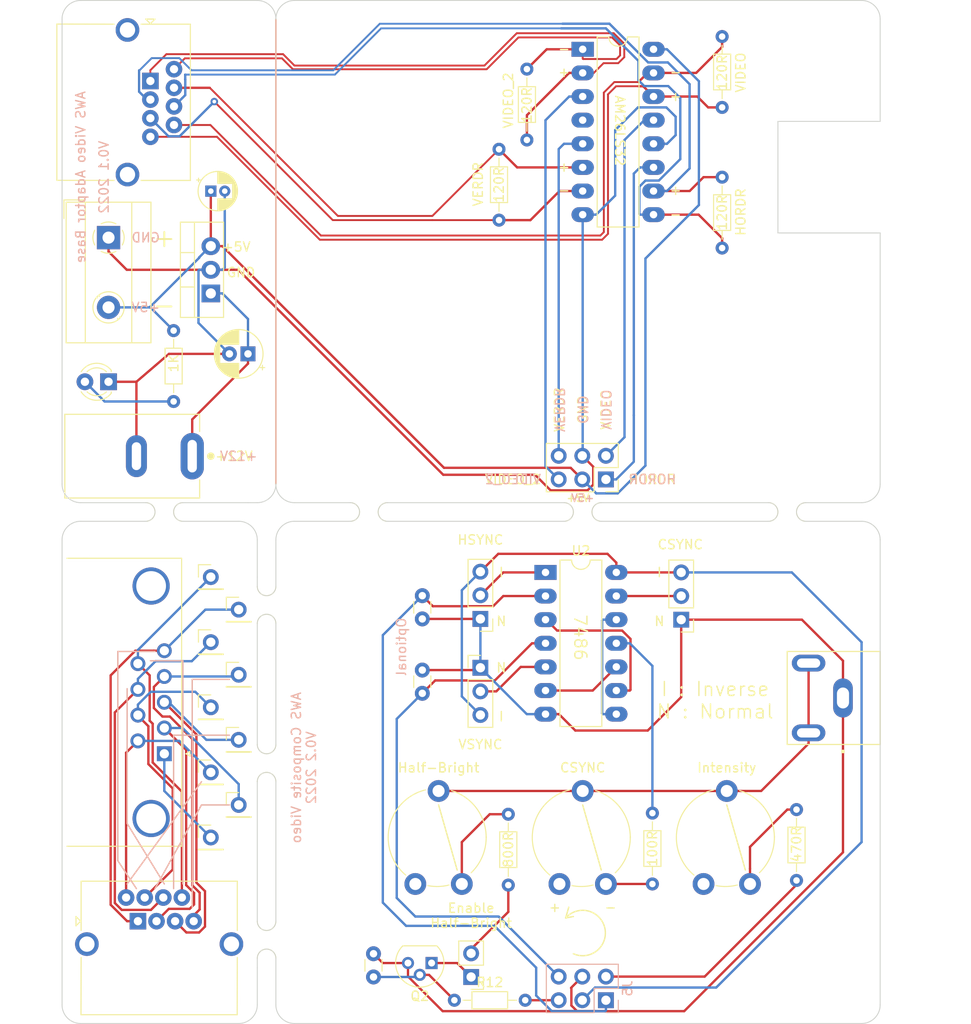
<source format=kicad_pcb>
(kicad_pcb (version 20171130) (host pcbnew 5.1.5+dfsg1-2build2)

  (general
    (thickness 1.6)
    (drawings 143)
    (tracks 398)
    (zones 0)
    (modules 62)
    (nets 42)
  )

  (page A4)
  (layers
    (0 F.Cu signal)
    (31 B.Cu signal)
    (32 B.Adhes user hide)
    (33 F.Adhes user hide)
    (34 B.Paste user hide)
    (35 F.Paste user hide)
    (36 B.SilkS user)
    (37 F.SilkS user)
    (38 B.Mask user hide)
    (39 F.Mask user)
    (40 Dwgs.User user hide)
    (41 Cmts.User user hide)
    (42 Eco1.User user hide)
    (43 Eco2.User user)
    (44 Edge.Cuts user)
    (45 Margin user hide)
    (46 B.CrtYd user hide)
    (47 F.CrtYd user hide)
    (48 B.Fab user hide)
    (49 F.Fab user hide)
  )

  (setup
    (last_trace_width 0.25)
    (trace_clearance 0.2)
    (zone_clearance 0.508)
    (zone_45_only no)
    (trace_min 0.2)
    (via_size 0.8)
    (via_drill 0.4)
    (via_min_size 0.4)
    (via_min_drill 0.3)
    (uvia_size 0.3)
    (uvia_drill 0.1)
    (uvias_allowed no)
    (uvia_min_size 0.2)
    (uvia_min_drill 0.1)
    (edge_width 0.1)
    (segment_width 0.2)
    (pcb_text_width 0.3)
    (pcb_text_size 1.5 1.5)
    (mod_edge_width 0.15)
    (mod_text_size 1 1)
    (mod_text_width 0.15)
    (pad_size 1.7 1.7)
    (pad_drill 1)
    (pad_to_mask_clearance 0)
    (aux_axis_origin 0 0)
    (visible_elements FFFFFF7F)
    (pcbplotparams
      (layerselection 0x010f0_ffffffff)
      (usegerberextensions false)
      (usegerberattributes false)
      (usegerberadvancedattributes false)
      (creategerberjobfile false)
      (excludeedgelayer true)
      (linewidth 0.100000)
      (plotframeref false)
      (viasonmask false)
      (mode 1)
      (useauxorigin false)
      (hpglpennumber 1)
      (hpglpenspeed 20)
      (hpglpendiameter 15.000000)
      (psnegative false)
      (psa4output false)
      (plotreference true)
      (plotvalue true)
      (plotinvisibletext false)
      (padsonsilk false)
      (subtractmaskfromsilk true)
      (outputformat 1)
      (mirror false)
      (drillshape 0)
      (scaleselection 1)
      (outputdirectory "../fab 2022/AWS NTSC Video/"))
  )

  (net 0 "")
  (net 1 +5V)
  (net 2 GND)
  (net 3 /VERDR)
  (net 4 /VIDEO_2)
  (net 5 /VIDEO)
  (net 6 /HORDR)
  (net 7 VIDEO-)
  (net 8 VIDEO+)
  (net 9 HORDR-)
  (net 10 VERDR-)
  (net 11 VERDR+)
  (net 12 HORDR+)
  (net 13 VIDEO_2-)
  (net 14 VIDEO_2+)
  (net 15 "Net-(U1-Pad4)")
  (net 16 "Net-(C3-Pad1)")
  (net 17 "Net-(J4-Pad2)")
  (net 18 "Net-(JP1-Pad2)")
  (net 19 "Net-(JP2-Pad2)")
  (net 20 "Net-(JP3-Pad2)")
  (net 21 "Net-(JP4-Pad1)")
  (net 22 "Net-(R5-Pad1)")
  (net 23 /CSYNC+)
  (net 24 "Net-(R7-Pad1)")
  (net 25 "Net-(R10-Pad1)")
  (net 26 "Net-(U2-Pad10)")
  (net 27 "Net-(U2-Pad12)")
  (net 28 "Net-(U2-Pad3)")
  (net 29 "Net-(D1-Pad2)")
  (net 30 "Net-(J15-Pad1)")
  (net 31 "Net-(J14-Pad1)")
  (net 32 "Net-(J13-Pad1)")
  (net 33 "Net-(J12-Pad1)")
  (net 34 "Net-(J11-Pad1)")
  (net 35 "Net-(J10-Pad1)")
  (net 36 "Net-(J16-Pad6)")
  (net 37 "Net-(J16-Pad5)")
  (net 38 "Net-(J16-Pad1)")
  (net 39 "Net-(JP4-Pad2)")
  (net 40 "Net-(C5-Pad1)")
  (net 41 "Net-(Q2-Pad2)")

  (net_class Default "This is the default net class."
    (clearance 0.2)
    (trace_width 0.25)
    (via_dia 0.8)
    (via_drill 0.4)
    (uvia_dia 0.3)
    (uvia_drill 0.1)
    (add_net +5V)
    (add_net /CSYNC+)
    (add_net /HORDR)
    (add_net /VERDR)
    (add_net /VIDEO)
    (add_net /VIDEO_2)
    (add_net GND)
    (add_net HORDR+)
    (add_net HORDR-)
    (add_net "Net-(C3-Pad1)")
    (add_net "Net-(C5-Pad1)")
    (add_net "Net-(D1-Pad2)")
    (add_net "Net-(J10-Pad1)")
    (add_net "Net-(J11-Pad1)")
    (add_net "Net-(J12-Pad1)")
    (add_net "Net-(J13-Pad1)")
    (add_net "Net-(J14-Pad1)")
    (add_net "Net-(J15-Pad1)")
    (add_net "Net-(J16-Pad1)")
    (add_net "Net-(J16-Pad5)")
    (add_net "Net-(J16-Pad6)")
    (add_net "Net-(J4-Pad2)")
    (add_net "Net-(JP1-Pad2)")
    (add_net "Net-(JP2-Pad2)")
    (add_net "Net-(JP3-Pad2)")
    (add_net "Net-(JP4-Pad1)")
    (add_net "Net-(JP4-Pad2)")
    (add_net "Net-(Q2-Pad2)")
    (add_net "Net-(R10-Pad1)")
    (add_net "Net-(R5-Pad1)")
    (add_net "Net-(R7-Pad1)")
    (add_net "Net-(U1-Pad4)")
    (add_net "Net-(U2-Pad10)")
    (add_net "Net-(U2-Pad12)")
    (add_net "Net-(U2-Pad3)")
    (add_net VERDR+)
    (add_net VERDR-)
    (add_net VIDEO+)
    (add_net VIDEO-)
    (add_net VIDEO_2+)
    (add_net VIDEO_2-)
  )

  (module Resistor_THT:R_Axial_DIN0204_L3.6mm_D1.6mm_P7.62mm_Horizontal (layer F.Cu) (tedit 5AE5139B) (tstamp 62AC4EEF)
    (at 82.2 137.5)
    (descr "Resistor, Axial_DIN0204 series, Axial, Horizontal, pin pitch=7.62mm, 0.167W, length*diameter=3.6*1.6mm^2, http://cdn-reichelt.de/documents/datenblatt/B400/1_4W%23YAG.pdf")
    (tags "Resistor Axial_DIN0204 series Axial Horizontal pin pitch 7.62mm 0.167W length 3.6mm diameter 1.6mm")
    (path /62B02738)
    (fp_text reference R12 (at 3.81 -1.92) (layer F.SilkS)
      (effects (font (size 1 1) (thickness 0.15)))
    )
    (fp_text value 1k (at 3.81 1.92) (layer F.Fab)
      (effects (font (size 1 1) (thickness 0.15)))
    )
    (fp_text user %R (at 3.81 0) (layer F.Fab)
      (effects (font (size 0.72 0.72) (thickness 0.108)))
    )
    (fp_line (start 8.57 -1.05) (end -0.95 -1.05) (layer F.CrtYd) (width 0.05))
    (fp_line (start 8.57 1.05) (end 8.57 -1.05) (layer F.CrtYd) (width 0.05))
    (fp_line (start -0.95 1.05) (end 8.57 1.05) (layer F.CrtYd) (width 0.05))
    (fp_line (start -0.95 -1.05) (end -0.95 1.05) (layer F.CrtYd) (width 0.05))
    (fp_line (start 6.68 0) (end 5.73 0) (layer F.SilkS) (width 0.12))
    (fp_line (start 0.94 0) (end 1.89 0) (layer F.SilkS) (width 0.12))
    (fp_line (start 5.73 -0.92) (end 1.89 -0.92) (layer F.SilkS) (width 0.12))
    (fp_line (start 5.73 0.92) (end 5.73 -0.92) (layer F.SilkS) (width 0.12))
    (fp_line (start 1.89 0.92) (end 5.73 0.92) (layer F.SilkS) (width 0.12))
    (fp_line (start 1.89 -0.92) (end 1.89 0.92) (layer F.SilkS) (width 0.12))
    (fp_line (start 7.62 0) (end 5.61 0) (layer F.Fab) (width 0.1))
    (fp_line (start 0 0) (end 2.01 0) (layer F.Fab) (width 0.1))
    (fp_line (start 5.61 -0.8) (end 2.01 -0.8) (layer F.Fab) (width 0.1))
    (fp_line (start 5.61 0.8) (end 5.61 -0.8) (layer F.Fab) (width 0.1))
    (fp_line (start 2.01 0.8) (end 5.61 0.8) (layer F.Fab) (width 0.1))
    (fp_line (start 2.01 -0.8) (end 2.01 0.8) (layer F.Fab) (width 0.1))
    (pad 2 thru_hole oval (at 7.62 0) (size 1.4 1.4) (drill 0.7) (layers *.Cu *.Mask)
      (net 4 /VIDEO_2))
    (pad 1 thru_hole circle (at 0 0) (size 1.4 1.4) (drill 0.7) (layers *.Cu *.Mask)
      (net 41 "Net-(Q2-Pad2)"))
    (model ${KISYS3DMOD}/Resistor_THT.3dshapes/R_Axial_DIN0204_L3.6mm_D1.6mm_P7.62mm_Horizontal.wrl
      (at (xyz 0 0 0))
      (scale (xyz 1 1 1))
      (rotate (xyz 0 0 0))
    )
  )

  (module Package_TO_SOT_THT:TO-92 (layer F.Cu) (tedit 5A279852) (tstamp 62AC17EA)
    (at 79.75 133.5 180)
    (descr "TO-92 leads molded, narrow, drill 0.75mm (see NXP sot054_po.pdf)")
    (tags "to-92 sc-43 sc-43a sot54 PA33 transistor")
    (path /62ADEF6B)
    (fp_text reference Q2 (at 1.27 -3.56) (layer F.SilkS)
      (effects (font (size 1 1) (thickness 0.15)))
    )
    (fp_text value Q_NPN_CBE (at 1.27 2.79) (layer F.Fab)
      (effects (font (size 1 1) (thickness 0.15)))
    )
    (fp_arc (start 1.27 0) (end 1.27 -2.6) (angle 135) (layer F.SilkS) (width 0.12))
    (fp_arc (start 1.27 0) (end 1.27 -2.48) (angle -135) (layer F.Fab) (width 0.1))
    (fp_arc (start 1.27 0) (end 1.27 -2.6) (angle -135) (layer F.SilkS) (width 0.12))
    (fp_arc (start 1.27 0) (end 1.27 -2.48) (angle 135) (layer F.Fab) (width 0.1))
    (fp_line (start 4 2.01) (end -1.46 2.01) (layer F.CrtYd) (width 0.05))
    (fp_line (start 4 2.01) (end 4 -2.73) (layer F.CrtYd) (width 0.05))
    (fp_line (start -1.46 -2.73) (end -1.46 2.01) (layer F.CrtYd) (width 0.05))
    (fp_line (start -1.46 -2.73) (end 4 -2.73) (layer F.CrtYd) (width 0.05))
    (fp_line (start -0.5 1.75) (end 3 1.75) (layer F.Fab) (width 0.1))
    (fp_line (start -0.53 1.85) (end 3.07 1.85) (layer F.SilkS) (width 0.12))
    (fp_text user %R (at 1.27 -3.56) (layer F.Fab)
      (effects (font (size 1 1) (thickness 0.15)))
    )
    (pad 1 thru_hole rect (at 0 0 270) (size 1.3 1.3) (drill 0.75) (layers *.Cu *.Mask)
      (net 21 "Net-(JP4-Pad1)"))
    (pad 3 thru_hole circle (at 2.54 0 270) (size 1.3 1.3) (drill 0.75) (layers *.Cu *.Mask)
      (net 2 GND))
    (pad 2 thru_hole circle (at 1.27 -1.27 270) (size 1.3 1.3) (drill 0.75) (layers *.Cu *.Mask)
      (net 41 "Net-(Q2-Pad2)"))
    (model ${KISYS3DMOD}/Package_TO_SOT_THT.3dshapes/TO-92.wrl
      (at (xyz 0 0 0))
      (scale (xyz 1 1 1))
      (rotate (xyz 0 0 0))
    )
  )

  (module Resistor_THT:R_Axial_DIN0204_L3.6mm_D1.6mm_P7.62mm_Horizontal (layer F.Cu) (tedit 5AE5139B) (tstamp 629C4B36)
    (at 90 45 90)
    (descr "Resistor, Axial_DIN0204 series, Axial, Horizontal, pin pitch=7.62mm, 0.167W, length*diameter=3.6*1.6mm^2, http://cdn-reichelt.de/documents/datenblatt/B400/1_4W%23YAG.pdf")
    (tags "Resistor Axial_DIN0204 series Axial Horizontal pin pitch 7.62mm 0.167W length 3.6mm diameter 1.6mm")
    (path /629B9F83)
    (fp_text reference R2 (at 3.81 -1.92 90) (layer F.SilkS) hide
      (effects (font (size 1 1) (thickness 0.15)))
    )
    (fp_text value 120R (at 3.75 0 90) (layer F.SilkS)
      (effects (font (size 1 1) (thickness 0.15)))
    )
    (fp_text user %R (at 3.81 0 90) (layer F.Fab)
      (effects (font (size 0.72 0.72) (thickness 0.108)))
    )
    (fp_line (start 8.57 -1.05) (end -0.95 -1.05) (layer F.CrtYd) (width 0.05))
    (fp_line (start 8.57 1.05) (end 8.57 -1.05) (layer F.CrtYd) (width 0.05))
    (fp_line (start -0.95 1.05) (end 8.57 1.05) (layer F.CrtYd) (width 0.05))
    (fp_line (start -0.95 -1.05) (end -0.95 1.05) (layer F.CrtYd) (width 0.05))
    (fp_line (start 6.68 0) (end 5.73 0) (layer F.SilkS) (width 0.12))
    (fp_line (start 0.94 0) (end 1.89 0) (layer F.SilkS) (width 0.12))
    (fp_line (start 5.73 -0.92) (end 1.89 -0.92) (layer F.SilkS) (width 0.12))
    (fp_line (start 5.73 0.92) (end 5.73 -0.92) (layer F.SilkS) (width 0.12))
    (fp_line (start 1.89 0.92) (end 5.73 0.92) (layer F.SilkS) (width 0.12))
    (fp_line (start 1.89 -0.92) (end 1.89 0.92) (layer F.SilkS) (width 0.12))
    (fp_line (start 7.62 0) (end 5.61 0) (layer F.Fab) (width 0.1))
    (fp_line (start 0 0) (end 2.01 0) (layer F.Fab) (width 0.1))
    (fp_line (start 5.61 -0.8) (end 2.01 -0.8) (layer F.Fab) (width 0.1))
    (fp_line (start 5.61 0.8) (end 5.61 -0.8) (layer F.Fab) (width 0.1))
    (fp_line (start 2.01 0.8) (end 5.61 0.8) (layer F.Fab) (width 0.1))
    (fp_line (start 2.01 -0.8) (end 2.01 0.8) (layer F.Fab) (width 0.1))
    (pad 2 thru_hole oval (at 7.62 0 90) (size 1.4 1.4) (drill 0.7) (layers *.Cu *.Mask)
      (net 13 VIDEO_2-))
    (pad 1 thru_hole circle (at 0 0 90) (size 1.4 1.4) (drill 0.7) (layers *.Cu *.Mask)
      (net 14 VIDEO_2+))
    (model ${KISYS3DMOD}/Resistor_THT.3dshapes/R_Axial_DIN0204_L3.6mm_D1.6mm_P7.62mm_Horizontal.wrl
      (at (xyz 0 0 0))
      (scale (xyz 1 1 1))
      (rotate (xyz 0 0 0))
    )
  )

  (module Resistor_THT:R_Axial_DIN0204_L3.6mm_D1.6mm_P7.62mm_Horizontal (layer F.Cu) (tedit 5AE5139B) (tstamp 629A8CCE)
    (at 52 65.5 270)
    (descr "Resistor, Axial_DIN0204 series, Axial, Horizontal, pin pitch=7.62mm, 0.167W, length*diameter=3.6*1.6mm^2, http://cdn-reichelt.de/documents/datenblatt/B400/1_4W%23YAG.pdf")
    (tags "Resistor Axial_DIN0204 series Axial Horizontal pin pitch 7.62mm 0.167W length 3.6mm diameter 1.6mm")
    (path /62A0A4A0)
    (fp_text reference R11 (at 3.81 -1.92 90) (layer F.SilkS) hide
      (effects (font (size 1 1) (thickness 0.15)))
    )
    (fp_text value 1k (at 3.81 1.92 90) (layer F.Fab)
      (effects (font (size 1 1) (thickness 0.15)))
    )
    (fp_text user %R (at 3.81 0 90) (layer F.Fab)
      (effects (font (size 0.72 0.72) (thickness 0.108)))
    )
    (fp_line (start 8.57 -1.05) (end -0.95 -1.05) (layer F.CrtYd) (width 0.05))
    (fp_line (start 8.57 1.05) (end 8.57 -1.05) (layer F.CrtYd) (width 0.05))
    (fp_line (start -0.95 1.05) (end 8.57 1.05) (layer F.CrtYd) (width 0.05))
    (fp_line (start -0.95 -1.05) (end -0.95 1.05) (layer F.CrtYd) (width 0.05))
    (fp_line (start 6.68 0) (end 5.73 0) (layer F.SilkS) (width 0.12))
    (fp_line (start 0.94 0) (end 1.89 0) (layer F.SilkS) (width 0.12))
    (fp_line (start 5.73 -0.92) (end 1.89 -0.92) (layer F.SilkS) (width 0.12))
    (fp_line (start 5.73 0.92) (end 5.73 -0.92) (layer F.SilkS) (width 0.12))
    (fp_line (start 1.89 0.92) (end 5.73 0.92) (layer F.SilkS) (width 0.12))
    (fp_line (start 1.89 -0.92) (end 1.89 0.92) (layer F.SilkS) (width 0.12))
    (fp_line (start 7.62 0) (end 5.61 0) (layer F.Fab) (width 0.1))
    (fp_line (start 0 0) (end 2.01 0) (layer F.Fab) (width 0.1))
    (fp_line (start 5.61 -0.8) (end 2.01 -0.8) (layer F.Fab) (width 0.1))
    (fp_line (start 5.61 0.8) (end 5.61 -0.8) (layer F.Fab) (width 0.1))
    (fp_line (start 2.01 0.8) (end 5.61 0.8) (layer F.Fab) (width 0.1))
    (fp_line (start 2.01 -0.8) (end 2.01 0.8) (layer F.Fab) (width 0.1))
    (pad 2 thru_hole oval (at 7.62 0 270) (size 1.4 1.4) (drill 0.7) (layers *.Cu *.Mask)
      (net 29 "Net-(D1-Pad2)"))
    (pad 1 thru_hole circle (at 0 0 270) (size 1.4 1.4) (drill 0.7) (layers *.Cu *.Mask)
      (net 1 +5V))
    (model ${KISYS3DMOD}/Resistor_THT.3dshapes/R_Axial_DIN0204_L3.6mm_D1.6mm_P7.62mm_Horizontal.wrl
      (at (xyz 0 0 0))
      (scale (xyz 1 1 1))
      (rotate (xyz 0 0 0))
    )
  )

  (module Resistor_THT:R_Axial_DIN0204_L3.6mm_D1.6mm_P7.62mm_Horizontal (layer F.Cu) (tedit 5AE5139B) (tstamp 629C89D8)
    (at 119 117 270)
    (descr "Resistor, Axial_DIN0204 series, Axial, Horizontal, pin pitch=7.62mm, 0.167W, length*diameter=3.6*1.6mm^2, http://cdn-reichelt.de/documents/datenblatt/B400/1_4W%23YAG.pdf")
    (tags "Resistor Axial_DIN0204 series Axial Horizontal pin pitch 7.62mm 0.167W length 3.6mm diameter 1.6mm")
    (path /62B7F278)
    (fp_text reference R8 (at 3.81 -1.92 90) (layer F.SilkS) hide
      (effects (font (size 1 1) (thickness 0.15)))
    )
    (fp_text value 470R (at 3.75 0 90) (layer F.SilkS)
      (effects (font (size 1 1) (thickness 0.15)))
    )
    (fp_text user %R (at 3.81 0 90) (layer F.Fab)
      (effects (font (size 0.72 0.72) (thickness 0.108)))
    )
    (fp_line (start 8.57 -1.05) (end -0.95 -1.05) (layer F.CrtYd) (width 0.05))
    (fp_line (start 8.57 1.05) (end 8.57 -1.05) (layer F.CrtYd) (width 0.05))
    (fp_line (start -0.95 1.05) (end 8.57 1.05) (layer F.CrtYd) (width 0.05))
    (fp_line (start -0.95 -1.05) (end -0.95 1.05) (layer F.CrtYd) (width 0.05))
    (fp_line (start 6.68 0) (end 5.73 0) (layer F.SilkS) (width 0.12))
    (fp_line (start 0.94 0) (end 1.89 0) (layer F.SilkS) (width 0.12))
    (fp_line (start 5.73 -0.92) (end 1.89 -0.92) (layer F.SilkS) (width 0.12))
    (fp_line (start 5.73 0.92) (end 5.73 -0.92) (layer F.SilkS) (width 0.12))
    (fp_line (start 1.89 0.92) (end 5.73 0.92) (layer F.SilkS) (width 0.12))
    (fp_line (start 1.89 -0.92) (end 1.89 0.92) (layer F.SilkS) (width 0.12))
    (fp_line (start 7.62 0) (end 5.61 0) (layer F.Fab) (width 0.1))
    (fp_line (start 0 0) (end 2.01 0) (layer F.Fab) (width 0.1))
    (fp_line (start 5.61 -0.8) (end 2.01 -0.8) (layer F.Fab) (width 0.1))
    (fp_line (start 5.61 0.8) (end 5.61 -0.8) (layer F.Fab) (width 0.1))
    (fp_line (start 2.01 0.8) (end 5.61 0.8) (layer F.Fab) (width 0.1))
    (fp_line (start 2.01 -0.8) (end 2.01 0.8) (layer F.Fab) (width 0.1))
    (pad 2 thru_hole oval (at 7.62 0 270) (size 1.4 1.4) (drill 0.7) (layers *.Cu *.Mask)
      (net 5 /VIDEO))
    (pad 1 thru_hole circle (at 0 0 270) (size 1.4 1.4) (drill 0.7) (layers *.Cu *.Mask)
      (net 25 "Net-(R10-Pad1)"))
    (model ${KISYS3DMOD}/Resistor_THT.3dshapes/R_Axial_DIN0204_L3.6mm_D1.6mm_P7.62mm_Horizontal.wrl
      (at (xyz 0 0 0))
      (scale (xyz 1 1 1))
      (rotate (xyz 0 0 0))
    )
  )

  (module Resistor_THT:R_Axial_DIN0204_L3.6mm_D1.6mm_P7.62mm_Horizontal (layer F.Cu) (tedit 5AE5139B) (tstamp 629D6859)
    (at 103.5 125 90)
    (descr "Resistor, Axial_DIN0204 series, Axial, Horizontal, pin pitch=7.62mm, 0.167W, length*diameter=3.6*1.6mm^2, http://cdn-reichelt.de/documents/datenblatt/B400/1_4W%23YAG.pdf")
    (tags "Resistor Axial_DIN0204 series Axial Horizontal pin pitch 7.62mm 0.167W length 3.6mm diameter 1.6mm")
    (path /62A6E4FF)
    (fp_text reference R7 (at 3.81 -1.92 90) (layer F.SilkS) hide
      (effects (font (size 1 1) (thickness 0.15)))
    )
    (fp_text value 100R (at 3.81 0 90) (layer F.SilkS)
      (effects (font (size 1 1) (thickness 0.15)))
    )
    (fp_text user %R (at 3.81 0 90) (layer F.Fab)
      (effects (font (size 0.72 0.72) (thickness 0.108)))
    )
    (fp_line (start 8.57 -1.05) (end -0.95 -1.05) (layer F.CrtYd) (width 0.05))
    (fp_line (start 8.57 1.05) (end 8.57 -1.05) (layer F.CrtYd) (width 0.05))
    (fp_line (start -0.95 1.05) (end 8.57 1.05) (layer F.CrtYd) (width 0.05))
    (fp_line (start -0.95 -1.05) (end -0.95 1.05) (layer F.CrtYd) (width 0.05))
    (fp_line (start 6.68 0) (end 5.73 0) (layer F.SilkS) (width 0.12))
    (fp_line (start 0.94 0) (end 1.89 0) (layer F.SilkS) (width 0.12))
    (fp_line (start 5.73 -0.92) (end 1.89 -0.92) (layer F.SilkS) (width 0.12))
    (fp_line (start 5.73 0.92) (end 5.73 -0.92) (layer F.SilkS) (width 0.12))
    (fp_line (start 1.89 0.92) (end 5.73 0.92) (layer F.SilkS) (width 0.12))
    (fp_line (start 1.89 -0.92) (end 1.89 0.92) (layer F.SilkS) (width 0.12))
    (fp_line (start 7.62 0) (end 5.61 0) (layer F.Fab) (width 0.1))
    (fp_line (start 0 0) (end 2.01 0) (layer F.Fab) (width 0.1))
    (fp_line (start 5.61 -0.8) (end 2.01 -0.8) (layer F.Fab) (width 0.1))
    (fp_line (start 5.61 0.8) (end 5.61 -0.8) (layer F.Fab) (width 0.1))
    (fp_line (start 2.01 0.8) (end 5.61 0.8) (layer F.Fab) (width 0.1))
    (fp_line (start 2.01 -0.8) (end 2.01 0.8) (layer F.Fab) (width 0.1))
    (pad 2 thru_hole oval (at 7.62 0 90) (size 1.4 1.4) (drill 0.7) (layers *.Cu *.Mask)
      (net 23 /CSYNC+))
    (pad 1 thru_hole circle (at 0 0 90) (size 1.4 1.4) (drill 0.7) (layers *.Cu *.Mask)
      (net 24 "Net-(R7-Pad1)"))
    (model ${KISYS3DMOD}/Resistor_THT.3dshapes/R_Axial_DIN0204_L3.6mm_D1.6mm_P7.62mm_Horizontal.wrl
      (at (xyz 0 0 0))
      (scale (xyz 1 1 1))
      (rotate (xyz 0 0 0))
    )
  )

  (module Resistor_THT:R_Axial_DIN0204_L3.6mm_D1.6mm_P7.62mm_Horizontal (layer F.Cu) (tedit 5AE5139B) (tstamp 629D6823)
    (at 88 117.5 270)
    (descr "Resistor, Axial_DIN0204 series, Axial, Horizontal, pin pitch=7.62mm, 0.167W, length*diameter=3.6*1.6mm^2, http://cdn-reichelt.de/documents/datenblatt/B400/1_4W%23YAG.pdf")
    (tags "Resistor Axial_DIN0204 series Axial Horizontal pin pitch 7.62mm 0.167W length 3.6mm diameter 1.6mm")
    (path /62BF2A12)
    (fp_text reference R5 (at 3.81 -1.92 90) (layer F.SilkS) hide
      (effects (font (size 1 1) (thickness 0.15)))
    )
    (fp_text value 800R (at 3.81 0 90) (layer F.SilkS)
      (effects (font (size 1 1) (thickness 0.15)))
    )
    (fp_text user %R (at 3.81 0 90) (layer F.Fab)
      (effects (font (size 0.72 0.72) (thickness 0.108)))
    )
    (fp_line (start 8.57 -1.05) (end -0.95 -1.05) (layer F.CrtYd) (width 0.05))
    (fp_line (start 8.57 1.05) (end 8.57 -1.05) (layer F.CrtYd) (width 0.05))
    (fp_line (start -0.95 1.05) (end 8.57 1.05) (layer F.CrtYd) (width 0.05))
    (fp_line (start -0.95 -1.05) (end -0.95 1.05) (layer F.CrtYd) (width 0.05))
    (fp_line (start 6.68 0) (end 5.73 0) (layer F.SilkS) (width 0.12))
    (fp_line (start 0.94 0) (end 1.89 0) (layer F.SilkS) (width 0.12))
    (fp_line (start 5.73 -0.92) (end 1.89 -0.92) (layer F.SilkS) (width 0.12))
    (fp_line (start 5.73 0.92) (end 5.73 -0.92) (layer F.SilkS) (width 0.12))
    (fp_line (start 1.89 0.92) (end 5.73 0.92) (layer F.SilkS) (width 0.12))
    (fp_line (start 1.89 -0.92) (end 1.89 0.92) (layer F.SilkS) (width 0.12))
    (fp_line (start 7.62 0) (end 5.61 0) (layer F.Fab) (width 0.1))
    (fp_line (start 0 0) (end 2.01 0) (layer F.Fab) (width 0.1))
    (fp_line (start 5.61 -0.8) (end 2.01 -0.8) (layer F.Fab) (width 0.1))
    (fp_line (start 5.61 0.8) (end 5.61 -0.8) (layer F.Fab) (width 0.1))
    (fp_line (start 2.01 0.8) (end 5.61 0.8) (layer F.Fab) (width 0.1))
    (fp_line (start 2.01 -0.8) (end 2.01 0.8) (layer F.Fab) (width 0.1))
    (pad 2 thru_hole oval (at 7.62 0 270) (size 1.4 1.4) (drill 0.7) (layers *.Cu *.Mask)
      (net 39 "Net-(JP4-Pad2)"))
    (pad 1 thru_hole circle (at 0 0 270) (size 1.4 1.4) (drill 0.7) (layers *.Cu *.Mask)
      (net 22 "Net-(R5-Pad1)"))
    (model ${KISYS3DMOD}/Resistor_THT.3dshapes/R_Axial_DIN0204_L3.6mm_D1.6mm_P7.62mm_Horizontal.wrl
      (at (xyz 0 0 0))
      (scale (xyz 1 1 1))
      (rotate (xyz 0 0 0))
    )
  )

  (module Resistor_THT:R_Axial_DIN0204_L3.6mm_D1.6mm_P7.62mm_Horizontal (layer F.Cu) (tedit 5AE5139B) (tstamp 629C4BF1)
    (at 87 46 270)
    (descr "Resistor, Axial_DIN0204 series, Axial, Horizontal, pin pitch=7.62mm, 0.167W, length*diameter=3.6*1.6mm^2, http://cdn-reichelt.de/documents/datenblatt/B400/1_4W%23YAG.pdf")
    (tags "Resistor Axial_DIN0204 series Axial Horizontal pin pitch 7.62mm 0.167W length 3.6mm diameter 1.6mm")
    (path /629C1DFB)
    (fp_text reference R4 (at 3.81 -1.92 90) (layer F.SilkS) hide
      (effects (font (size 1 1) (thickness 0.15)))
    )
    (fp_text value 120R (at 3.81 0 90) (layer F.SilkS)
      (effects (font (size 1 1) (thickness 0.15)))
    )
    (fp_text user %R (at 3.81 0 90) (layer F.Fab)
      (effects (font (size 0.72 0.72) (thickness 0.108)))
    )
    (fp_line (start 8.57 -1.05) (end -0.95 -1.05) (layer F.CrtYd) (width 0.05))
    (fp_line (start 8.57 1.05) (end 8.57 -1.05) (layer F.CrtYd) (width 0.05))
    (fp_line (start -0.95 1.05) (end 8.57 1.05) (layer F.CrtYd) (width 0.05))
    (fp_line (start -0.95 -1.05) (end -0.95 1.05) (layer F.CrtYd) (width 0.05))
    (fp_line (start 6.68 0) (end 5.73 0) (layer F.SilkS) (width 0.12))
    (fp_line (start 0.94 0) (end 1.89 0) (layer F.SilkS) (width 0.12))
    (fp_line (start 5.73 -0.92) (end 1.89 -0.92) (layer F.SilkS) (width 0.12))
    (fp_line (start 5.73 0.92) (end 5.73 -0.92) (layer F.SilkS) (width 0.12))
    (fp_line (start 1.89 0.92) (end 5.73 0.92) (layer F.SilkS) (width 0.12))
    (fp_line (start 1.89 -0.92) (end 1.89 0.92) (layer F.SilkS) (width 0.12))
    (fp_line (start 7.62 0) (end 5.61 0) (layer F.Fab) (width 0.1))
    (fp_line (start 0 0) (end 2.01 0) (layer F.Fab) (width 0.1))
    (fp_line (start 5.61 -0.8) (end 2.01 -0.8) (layer F.Fab) (width 0.1))
    (fp_line (start 5.61 0.8) (end 5.61 -0.8) (layer F.Fab) (width 0.1))
    (fp_line (start 2.01 0.8) (end 5.61 0.8) (layer F.Fab) (width 0.1))
    (fp_line (start 2.01 -0.8) (end 2.01 0.8) (layer F.Fab) (width 0.1))
    (pad 2 thru_hole oval (at 7.62 0 270) (size 1.4 1.4) (drill 0.7) (layers *.Cu *.Mask)
      (net 10 VERDR-))
    (pad 1 thru_hole circle (at 0 0 270) (size 1.4 1.4) (drill 0.7) (layers *.Cu *.Mask)
      (net 11 VERDR+))
    (model ${KISYS3DMOD}/Resistor_THT.3dshapes/R_Axial_DIN0204_L3.6mm_D1.6mm_P7.62mm_Horizontal.wrl
      (at (xyz 0 0 0))
      (scale (xyz 1 1 1))
      (rotate (xyz 0 0 0))
    )
  )

  (module Resistor_THT:R_Axial_DIN0204_L3.6mm_D1.6mm_P7.62mm_Horizontal (layer F.Cu) (tedit 5AE5139B) (tstamp 629C4D12)
    (at 111 49 270)
    (descr "Resistor, Axial_DIN0204 series, Axial, Horizontal, pin pitch=7.62mm, 0.167W, length*diameter=3.6*1.6mm^2, http://cdn-reichelt.de/documents/datenblatt/B400/1_4W%23YAG.pdf")
    (tags "Resistor Axial_DIN0204 series Axial Horizontal pin pitch 7.62mm 0.167W length 3.6mm diameter 1.6mm")
    (path /629C4134)
    (fp_text reference R3 (at 3.81 -1.92 90) (layer F.SilkS) hide
      (effects (font (size 1 1) (thickness 0.15)))
    )
    (fp_text value 120R (at 3.81 0 90) (layer F.SilkS)
      (effects (font (size 1 1) (thickness 0.15)))
    )
    (fp_text user %R (at 3.81 0 90) (layer F.Fab)
      (effects (font (size 0.72 0.72) (thickness 0.108)))
    )
    (fp_line (start 8.57 -1.05) (end -0.95 -1.05) (layer F.CrtYd) (width 0.05))
    (fp_line (start 8.57 1.05) (end 8.57 -1.05) (layer F.CrtYd) (width 0.05))
    (fp_line (start -0.95 1.05) (end 8.57 1.05) (layer F.CrtYd) (width 0.05))
    (fp_line (start -0.95 -1.05) (end -0.95 1.05) (layer F.CrtYd) (width 0.05))
    (fp_line (start 6.68 0) (end 5.73 0) (layer F.SilkS) (width 0.12))
    (fp_line (start 0.94 0) (end 1.89 0) (layer F.SilkS) (width 0.12))
    (fp_line (start 5.73 -0.92) (end 1.89 -0.92) (layer F.SilkS) (width 0.12))
    (fp_line (start 5.73 0.92) (end 5.73 -0.92) (layer F.SilkS) (width 0.12))
    (fp_line (start 1.89 0.92) (end 5.73 0.92) (layer F.SilkS) (width 0.12))
    (fp_line (start 1.89 -0.92) (end 1.89 0.92) (layer F.SilkS) (width 0.12))
    (fp_line (start 7.62 0) (end 5.61 0) (layer F.Fab) (width 0.1))
    (fp_line (start 0 0) (end 2.01 0) (layer F.Fab) (width 0.1))
    (fp_line (start 5.61 -0.8) (end 2.01 -0.8) (layer F.Fab) (width 0.1))
    (fp_line (start 5.61 0.8) (end 5.61 -0.8) (layer F.Fab) (width 0.1))
    (fp_line (start 2.01 0.8) (end 5.61 0.8) (layer F.Fab) (width 0.1))
    (fp_line (start 2.01 -0.8) (end 2.01 0.8) (layer F.Fab) (width 0.1))
    (pad 2 thru_hole oval (at 7.62 0 270) (size 1.4 1.4) (drill 0.7) (layers *.Cu *.Mask)
      (net 9 HORDR-))
    (pad 1 thru_hole circle (at 0 0 270) (size 1.4 1.4) (drill 0.7) (layers *.Cu *.Mask)
      (net 12 HORDR+))
    (model ${KISYS3DMOD}/Resistor_THT.3dshapes/R_Axial_DIN0204_L3.6mm_D1.6mm_P7.62mm_Horizontal.wrl
      (at (xyz 0 0 0))
      (scale (xyz 1 1 1))
      (rotate (xyz 0 0 0))
    )
  )

  (module Resistor_THT:R_Axial_DIN0204_L3.6mm_D1.6mm_P7.62mm_Horizontal (layer F.Cu) (tedit 5AE5139B) (tstamp 629A725D)
    (at 111 41.5 90)
    (descr "Resistor, Axial_DIN0204 series, Axial, Horizontal, pin pitch=7.62mm, 0.167W, length*diameter=3.6*1.6mm^2, http://cdn-reichelt.de/documents/datenblatt/B400/1_4W%23YAG.pdf")
    (tags "Resistor Axial_DIN0204 series Axial Horizontal pin pitch 7.62mm 0.167W length 3.6mm diameter 1.6mm")
    (path /629C589E)
    (fp_text reference R1 (at 3.81 -1.92 90) (layer F.SilkS) hide
      (effects (font (size 1 1) (thickness 0.15)))
    )
    (fp_text value 120R (at 3.75 0 90) (layer F.SilkS)
      (effects (font (size 1 1) (thickness 0.15)))
    )
    (fp_text user %R (at 3.81 0 90) (layer F.Fab)
      (effects (font (size 0.72 0.72) (thickness 0.108)))
    )
    (fp_line (start 8.57 -1.05) (end -0.95 -1.05) (layer F.CrtYd) (width 0.05))
    (fp_line (start 8.57 1.05) (end 8.57 -1.05) (layer F.CrtYd) (width 0.05))
    (fp_line (start -0.95 1.05) (end 8.57 1.05) (layer F.CrtYd) (width 0.05))
    (fp_line (start -0.95 -1.05) (end -0.95 1.05) (layer F.CrtYd) (width 0.05))
    (fp_line (start 6.68 0) (end 5.73 0) (layer F.SilkS) (width 0.12))
    (fp_line (start 0.94 0) (end 1.89 0) (layer F.SilkS) (width 0.12))
    (fp_line (start 5.73 -0.92) (end 1.89 -0.92) (layer F.SilkS) (width 0.12))
    (fp_line (start 5.73 0.92) (end 5.73 -0.92) (layer F.SilkS) (width 0.12))
    (fp_line (start 1.89 0.92) (end 5.73 0.92) (layer F.SilkS) (width 0.12))
    (fp_line (start 1.89 -0.92) (end 1.89 0.92) (layer F.SilkS) (width 0.12))
    (fp_line (start 7.62 0) (end 5.61 0) (layer F.Fab) (width 0.1))
    (fp_line (start 0 0) (end 2.01 0) (layer F.Fab) (width 0.1))
    (fp_line (start 5.61 -0.8) (end 2.01 -0.8) (layer F.Fab) (width 0.1))
    (fp_line (start 5.61 0.8) (end 5.61 -0.8) (layer F.Fab) (width 0.1))
    (fp_line (start 2.01 0.8) (end 5.61 0.8) (layer F.Fab) (width 0.1))
    (fp_line (start 2.01 -0.8) (end 2.01 0.8) (layer F.Fab) (width 0.1))
    (pad 2 thru_hole oval (at 7.62 0 90) (size 1.4 1.4) (drill 0.7) (layers *.Cu *.Mask)
      (net 7 VIDEO-))
    (pad 1 thru_hole circle (at 0 0 90) (size 1.4 1.4) (drill 0.7) (layers *.Cu *.Mask)
      (net 8 VIDEO+))
    (model ${KISYS3DMOD}/Resistor_THT.3dshapes/R_Axial_DIN0204_L3.6mm_D1.6mm_P7.62mm_Horizontal.wrl
      (at (xyz 0 0 0))
      (scale (xyz 1 1 1))
      (rotate (xyz 0 0 0))
    )
  )

  (module Capacitor_THT:C_Disc_D3.0mm_W1.6mm_P2.50mm (layer F.Cu) (tedit 5AE50EF0) (tstamp 629D4F7D)
    (at 73.5 135 90)
    (descr "C, Disc series, Radial, pin pitch=2.50mm, , diameter*width=3.0*1.6mm^2, Capacitor, http://www.vishay.com/docs/45233/krseries.pdf")
    (tags "C Disc series Radial pin pitch 2.50mm  diameter 3.0mm width 1.6mm Capacitor")
    (path /62CFA0FA)
    (fp_text reference C5 (at 1.25 -2.05 90) (layer F.SilkS) hide
      (effects (font (size 1 1) (thickness 0.15)))
    )
    (fp_text value 1µF (at 1.25 2.05 90) (layer F.Fab)
      (effects (font (size 1 1) (thickness 0.15)))
    )
    (fp_text user %R (at 1.25 0 90) (layer F.Fab)
      (effects (font (size 0.6 0.6) (thickness 0.09)))
    )
    (fp_line (start 3.55 -1.05) (end -1.05 -1.05) (layer F.CrtYd) (width 0.05))
    (fp_line (start 3.55 1.05) (end 3.55 -1.05) (layer F.CrtYd) (width 0.05))
    (fp_line (start -1.05 1.05) (end 3.55 1.05) (layer F.CrtYd) (width 0.05))
    (fp_line (start -1.05 -1.05) (end -1.05 1.05) (layer F.CrtYd) (width 0.05))
    (fp_line (start 0.621 0.92) (end 1.879 0.92) (layer F.SilkS) (width 0.12))
    (fp_line (start 0.621 -0.92) (end 1.879 -0.92) (layer F.SilkS) (width 0.12))
    (fp_line (start 2.75 -0.8) (end -0.25 -0.8) (layer F.Fab) (width 0.1))
    (fp_line (start 2.75 0.8) (end 2.75 -0.8) (layer F.Fab) (width 0.1))
    (fp_line (start -0.25 0.8) (end 2.75 0.8) (layer F.Fab) (width 0.1))
    (fp_line (start -0.25 -0.8) (end -0.25 0.8) (layer F.Fab) (width 0.1))
    (pad 2 thru_hole circle (at 2.5 0 90) (size 1.6 1.6) (drill 0.8) (layers *.Cu *.Mask)
      (net 2 GND))
    (pad 1 thru_hole circle (at 0 0 90) (size 1.6 1.6) (drill 0.8) (layers *.Cu *.Mask)
      (net 40 "Net-(C5-Pad1)"))
    (model ${KISYS3DMOD}/Capacitor_THT.3dshapes/C_Disc_D3.0mm_W1.6mm_P2.50mm.wrl
      (at (xyz 0 0 0))
      (scale (xyz 1 1 1))
      (rotate (xyz 0 0 0))
    )
  )

  (module Connector_PinHeader_2.54mm:PinHeader_1x01_P2.54mm_Vertical (layer F.Cu) (tedit 6299C2BE) (tstamp 629C3F6A)
    (at 59 95.5)
    (descr "Through hole straight pin header, 1x01, 2.54mm pitch, single row")
    (tags "Through hole pin header THT 1x01 2.54mm single row")
    (path /62BD3270)
    (fp_text reference J17 (at 0 -2.33) (layer F.SilkS) hide
      (effects (font (size 1 1) (thickness 0.15)))
    )
    (fp_text value Conn_01x01_Male (at 0 2.33) (layer F.Fab)
      (effects (font (size 1 1) (thickness 0.15)))
    )
    (fp_text user %R (at 0 0 90) (layer F.Fab)
      (effects (font (size 1 1) (thickness 0.15)))
    )
    (fp_line (start 1.8 -1.8) (end -1.8 -1.8) (layer F.CrtYd) (width 0.05))
    (fp_line (start 1.8 1.8) (end 1.8 -1.8) (layer F.CrtYd) (width 0.05))
    (fp_line (start -1.8 1.8) (end 1.8 1.8) (layer F.CrtYd) (width 0.05))
    (fp_line (start -1.8 -1.8) (end -1.8 1.8) (layer F.CrtYd) (width 0.05))
    (fp_line (start -1.33 -1.33) (end 0 -1.33) (layer F.SilkS) (width 0.12))
    (fp_line (start -1.33 0) (end -1.33 -1.33) (layer F.SilkS) (width 0.12))
    (fp_line (start -1.33 1.27) (end 1.33 1.27) (layer F.SilkS) (width 0.12))
    (fp_line (start 1.33 1.27) (end 1.33 1.33) (layer F.SilkS) (width 0.12))
    (fp_line (start -1.33 1.27) (end -1.33 1.33) (layer F.SilkS) (width 0.12))
    (fp_line (start -1.33 1.33) (end 1.33 1.33) (layer F.SilkS) (width 0.12))
    (fp_line (start -1.27 -0.635) (end -0.635 -1.27) (layer F.Fab) (width 0.1))
    (fp_line (start -1.27 1.27) (end -1.27 -0.635) (layer F.Fab) (width 0.1))
    (fp_line (start 1.27 1.27) (end -1.27 1.27) (layer F.Fab) (width 0.1))
    (fp_line (start 1.27 -1.27) (end 1.27 1.27) (layer F.Fab) (width 0.1))
    (fp_line (start -0.635 -1.27) (end 1.27 -1.27) (layer F.Fab) (width 0.1))
    (pad 1 thru_hole circle (at 0 0) (size 1.7 1.7) (drill 1) (layers *.Cu *.Mask)
      (net 37 "Net-(J16-Pad5)"))
    (model ${KISYS3DMOD}/Connector_PinHeader_2.54mm.3dshapes/PinHeader_1x01_P2.54mm_Vertical.wrl
      (at (xyz 0 0 0))
      (scale (xyz 1 1 1))
      (rotate (xyz 0 0 0))
    )
  )

  (module Connector_PinHeader_2.54mm:PinHeader_1x01_P2.54mm_Vertical (layer F.Cu) (tedit 6299C290) (tstamp 629CFB2C)
    (at 56 92)
    (descr "Through hole straight pin header, 1x01, 2.54mm pitch, single row")
    (tags "Through hole pin header THT 1x01 2.54mm single row")
    (path /62AB3C05)
    (fp_text reference J15 (at 0 -2.33) (layer F.SilkS) hide
      (effects (font (size 1 1) (thickness 0.15)))
    )
    (fp_text value Conn_01x01_Male (at 0 2.33) (layer F.Fab)
      (effects (font (size 1 1) (thickness 0.15)))
    )
    (fp_text user %R (at 0 0 90) (layer F.Fab)
      (effects (font (size 1 1) (thickness 0.15)))
    )
    (fp_line (start 1.8 -1.8) (end -1.8 -1.8) (layer F.CrtYd) (width 0.05))
    (fp_line (start 1.8 1.8) (end 1.8 -1.8) (layer F.CrtYd) (width 0.05))
    (fp_line (start -1.8 1.8) (end 1.8 1.8) (layer F.CrtYd) (width 0.05))
    (fp_line (start -1.8 -1.8) (end -1.8 1.8) (layer F.CrtYd) (width 0.05))
    (fp_line (start -1.33 -1.33) (end 0 -1.33) (layer F.SilkS) (width 0.12))
    (fp_line (start -1.33 0) (end -1.33 -1.33) (layer F.SilkS) (width 0.12))
    (fp_line (start -1.33 1.27) (end 1.33 1.27) (layer F.SilkS) (width 0.12))
    (fp_line (start 1.33 1.27) (end 1.33 1.33) (layer F.SilkS) (width 0.12))
    (fp_line (start -1.33 1.27) (end -1.33 1.33) (layer F.SilkS) (width 0.12))
    (fp_line (start -1.33 1.33) (end 1.33 1.33) (layer F.SilkS) (width 0.12))
    (fp_line (start -1.27 -0.635) (end -0.635 -1.27) (layer F.Fab) (width 0.1))
    (fp_line (start -1.27 1.27) (end -1.27 -0.635) (layer F.Fab) (width 0.1))
    (fp_line (start 1.27 1.27) (end -1.27 1.27) (layer F.Fab) (width 0.1))
    (fp_line (start 1.27 -1.27) (end 1.27 1.27) (layer F.Fab) (width 0.1))
    (fp_line (start -0.635 -1.27) (end 1.27 -1.27) (layer F.Fab) (width 0.1))
    (pad 1 thru_hole circle (at 0 0) (size 1.7 1.7) (drill 1) (layers *.Cu *.Mask)
      (net 30 "Net-(J15-Pad1)"))
    (model ${KISYS3DMOD}/Connector_PinHeader_2.54mm.3dshapes/PinHeader_1x01_P2.54mm_Vertical.wrl
      (at (xyz 0 0 0))
      (scale (xyz 1 1 1))
      (rotate (xyz 0 0 0))
    )
  )

  (module Connector_PinHeader_2.54mm:PinHeader_1x01_P2.54mm_Vertical (layer F.Cu) (tedit 6299C286) (tstamp 629CFD7F)
    (at 59 102.5)
    (descr "Through hole straight pin header, 1x01, 2.54mm pitch, single row")
    (tags "Through hole pin header THT 1x01 2.54mm single row")
    (path /62AB3A07)
    (fp_text reference J14 (at 0 -2.33) (layer F.SilkS) hide
      (effects (font (size 1 1) (thickness 0.15)))
    )
    (fp_text value Conn_01x01_Male (at 0 2.33) (layer F.Fab)
      (effects (font (size 1 1) (thickness 0.15)))
    )
    (fp_text user %R (at 0 0 90) (layer F.Fab)
      (effects (font (size 1 1) (thickness 0.15)))
    )
    (fp_line (start 1.8 -1.8) (end -1.8 -1.8) (layer F.CrtYd) (width 0.05))
    (fp_line (start 1.8 1.8) (end 1.8 -1.8) (layer F.CrtYd) (width 0.05))
    (fp_line (start -1.8 1.8) (end 1.8 1.8) (layer F.CrtYd) (width 0.05))
    (fp_line (start -1.8 -1.8) (end -1.8 1.8) (layer F.CrtYd) (width 0.05))
    (fp_line (start -1.33 -1.33) (end 0 -1.33) (layer F.SilkS) (width 0.12))
    (fp_line (start -1.33 0) (end -1.33 -1.33) (layer F.SilkS) (width 0.12))
    (fp_line (start -1.33 1.27) (end 1.33 1.27) (layer F.SilkS) (width 0.12))
    (fp_line (start 1.33 1.27) (end 1.33 1.33) (layer F.SilkS) (width 0.12))
    (fp_line (start -1.33 1.27) (end -1.33 1.33) (layer F.SilkS) (width 0.12))
    (fp_line (start -1.33 1.33) (end 1.33 1.33) (layer F.SilkS) (width 0.12))
    (fp_line (start -1.27 -0.635) (end -0.635 -1.27) (layer F.Fab) (width 0.1))
    (fp_line (start -1.27 1.27) (end -1.27 -0.635) (layer F.Fab) (width 0.1))
    (fp_line (start 1.27 1.27) (end -1.27 1.27) (layer F.Fab) (width 0.1))
    (fp_line (start 1.27 -1.27) (end 1.27 1.27) (layer F.Fab) (width 0.1))
    (fp_line (start -0.635 -1.27) (end 1.27 -1.27) (layer F.Fab) (width 0.1))
    (pad 1 thru_hole circle (at 0 0) (size 1.7 1.7) (drill 1) (layers *.Cu *.Mask)
      (net 31 "Net-(J14-Pad1)"))
    (model ${KISYS3DMOD}/Connector_PinHeader_2.54mm.3dshapes/PinHeader_1x01_P2.54mm_Vertical.wrl
      (at (xyz 0 0 0))
      (scale (xyz 1 1 1))
      (rotate (xyz 0 0 0))
    )
  )

  (module Connector_PinHeader_2.54mm:PinHeader_1x01_P2.54mm_Vertical (layer F.Cu) (tedit 6299C29A) (tstamp 629CFB68)
    (at 56 99)
    (descr "Through hole straight pin header, 1x01, 2.54mm pitch, single row")
    (tags "Through hole pin header THT 1x01 2.54mm single row")
    (path /62AB38A0)
    (fp_text reference J13 (at 0 -2.33) (layer F.SilkS) hide
      (effects (font (size 1 1) (thickness 0.15)))
    )
    (fp_text value Conn_01x01_Male (at 0 2.33) (layer F.Fab)
      (effects (font (size 1 1) (thickness 0.15)))
    )
    (fp_text user %R (at 0 0 90) (layer F.Fab)
      (effects (font (size 1 1) (thickness 0.15)))
    )
    (fp_line (start 1.8 -1.8) (end -1.8 -1.8) (layer F.CrtYd) (width 0.05))
    (fp_line (start 1.8 1.8) (end 1.8 -1.8) (layer F.CrtYd) (width 0.05))
    (fp_line (start -1.8 1.8) (end 1.8 1.8) (layer F.CrtYd) (width 0.05))
    (fp_line (start -1.8 -1.8) (end -1.8 1.8) (layer F.CrtYd) (width 0.05))
    (fp_line (start -1.33 -1.33) (end 0 -1.33) (layer F.SilkS) (width 0.12))
    (fp_line (start -1.33 0) (end -1.33 -1.33) (layer F.SilkS) (width 0.12))
    (fp_line (start -1.33 1.27) (end 1.33 1.27) (layer F.SilkS) (width 0.12))
    (fp_line (start 1.33 1.27) (end 1.33 1.33) (layer F.SilkS) (width 0.12))
    (fp_line (start -1.33 1.27) (end -1.33 1.33) (layer F.SilkS) (width 0.12))
    (fp_line (start -1.33 1.33) (end 1.33 1.33) (layer F.SilkS) (width 0.12))
    (fp_line (start -1.27 -0.635) (end -0.635 -1.27) (layer F.Fab) (width 0.1))
    (fp_line (start -1.27 1.27) (end -1.27 -0.635) (layer F.Fab) (width 0.1))
    (fp_line (start 1.27 1.27) (end -1.27 1.27) (layer F.Fab) (width 0.1))
    (fp_line (start 1.27 -1.27) (end 1.27 1.27) (layer F.Fab) (width 0.1))
    (fp_line (start -0.635 -1.27) (end 1.27 -1.27) (layer F.Fab) (width 0.1))
    (pad 1 thru_hole circle (at 0 0) (size 1.7 1.7) (drill 1) (layers *.Cu *.Mask)
      (net 32 "Net-(J13-Pad1)"))
    (model ${KISYS3DMOD}/Connector_PinHeader_2.54mm.3dshapes/PinHeader_1x01_P2.54mm_Vertical.wrl
      (at (xyz 0 0 0))
      (scale (xyz 1 1 1))
      (rotate (xyz 0 0 0))
    )
  )

  (module Connector_PinHeader_2.54mm:PinHeader_1x01_P2.54mm_Vertical (layer F.Cu) (tedit 6299C280) (tstamp 629C3EB4)
    (at 59 109.5)
    (descr "Through hole straight pin header, 1x01, 2.54mm pitch, single row")
    (tags "Through hole pin header THT 1x01 2.54mm single row")
    (path /62AB33AE)
    (fp_text reference J12 (at 0 -2.33) (layer F.SilkS) hide
      (effects (font (size 1 1) (thickness 0.15)))
    )
    (fp_text value Conn_01x01_Male (at 0 2.33) (layer F.Fab)
      (effects (font (size 1 1) (thickness 0.15)))
    )
    (fp_text user %R (at 0 0 90) (layer F.Fab)
      (effects (font (size 1 1) (thickness 0.15)))
    )
    (fp_line (start 1.8 -1.8) (end -1.8 -1.8) (layer F.CrtYd) (width 0.05))
    (fp_line (start 1.8 1.8) (end 1.8 -1.8) (layer F.CrtYd) (width 0.05))
    (fp_line (start -1.8 1.8) (end 1.8 1.8) (layer F.CrtYd) (width 0.05))
    (fp_line (start -1.8 -1.8) (end -1.8 1.8) (layer F.CrtYd) (width 0.05))
    (fp_line (start -1.33 -1.33) (end 0 -1.33) (layer F.SilkS) (width 0.12))
    (fp_line (start -1.33 0) (end -1.33 -1.33) (layer F.SilkS) (width 0.12))
    (fp_line (start -1.33 1.27) (end 1.33 1.27) (layer F.SilkS) (width 0.12))
    (fp_line (start 1.33 1.27) (end 1.33 1.33) (layer F.SilkS) (width 0.12))
    (fp_line (start -1.33 1.27) (end -1.33 1.33) (layer F.SilkS) (width 0.12))
    (fp_line (start -1.33 1.33) (end 1.33 1.33) (layer F.SilkS) (width 0.12))
    (fp_line (start -1.27 -0.635) (end -0.635 -1.27) (layer F.Fab) (width 0.1))
    (fp_line (start -1.27 1.27) (end -1.27 -0.635) (layer F.Fab) (width 0.1))
    (fp_line (start 1.27 1.27) (end -1.27 1.27) (layer F.Fab) (width 0.1))
    (fp_line (start 1.27 -1.27) (end 1.27 1.27) (layer F.Fab) (width 0.1))
    (fp_line (start -0.635 -1.27) (end 1.27 -1.27) (layer F.Fab) (width 0.1))
    (pad 1 thru_hole circle (at 0 0) (size 1.7 1.7) (drill 1) (layers *.Cu *.Mask)
      (net 33 "Net-(J12-Pad1)"))
    (model ${KISYS3DMOD}/Connector_PinHeader_2.54mm.3dshapes/PinHeader_1x01_P2.54mm_Vertical.wrl
      (at (xyz 0 0 0))
      (scale (xyz 1 1 1))
      (rotate (xyz 0 0 0))
    )
  )

  (module Connector_PinHeader_2.54mm:PinHeader_1x01_P2.54mm_Vertical (layer F.Cu) (tedit 6299C2AA) (tstamp 629C3EA0)
    (at 56 106)
    (descr "Through hole straight pin header, 1x01, 2.54mm pitch, single row")
    (tags "Through hole pin header THT 1x01 2.54mm single row")
    (path /62AB3128)
    (fp_text reference J11 (at 0 -2.33) (layer F.SilkS) hide
      (effects (font (size 1 1) (thickness 0.15)))
    )
    (fp_text value Conn_01x01_Male (at 0 2.33) (layer F.Fab)
      (effects (font (size 1 1) (thickness 0.15)))
    )
    (fp_text user %R (at 0 0 90) (layer F.Fab)
      (effects (font (size 1 1) (thickness 0.15)))
    )
    (fp_line (start 1.8 -1.8) (end -1.8 -1.8) (layer F.CrtYd) (width 0.05))
    (fp_line (start 1.8 1.8) (end 1.8 -1.8) (layer F.CrtYd) (width 0.05))
    (fp_line (start -1.8 1.8) (end 1.8 1.8) (layer F.CrtYd) (width 0.05))
    (fp_line (start -1.8 -1.8) (end -1.8 1.8) (layer F.CrtYd) (width 0.05))
    (fp_line (start -1.33 -1.33) (end 0 -1.33) (layer F.SilkS) (width 0.12))
    (fp_line (start -1.33 0) (end -1.33 -1.33) (layer F.SilkS) (width 0.12))
    (fp_line (start -1.33 1.27) (end 1.33 1.27) (layer F.SilkS) (width 0.12))
    (fp_line (start 1.33 1.27) (end 1.33 1.33) (layer F.SilkS) (width 0.12))
    (fp_line (start -1.33 1.27) (end -1.33 1.33) (layer F.SilkS) (width 0.12))
    (fp_line (start -1.33 1.33) (end 1.33 1.33) (layer F.SilkS) (width 0.12))
    (fp_line (start -1.27 -0.635) (end -0.635 -1.27) (layer F.Fab) (width 0.1))
    (fp_line (start -1.27 1.27) (end -1.27 -0.635) (layer F.Fab) (width 0.1))
    (fp_line (start 1.27 1.27) (end -1.27 1.27) (layer F.Fab) (width 0.1))
    (fp_line (start 1.27 -1.27) (end 1.27 1.27) (layer F.Fab) (width 0.1))
    (fp_line (start -0.635 -1.27) (end 1.27 -1.27) (layer F.Fab) (width 0.1))
    (pad 1 thru_hole circle (at 0 0) (size 1.7 1.7) (drill 1) (layers *.Cu *.Mask)
      (net 34 "Net-(J11-Pad1)"))
    (model ${KISYS3DMOD}/Connector_PinHeader_2.54mm.3dshapes/PinHeader_1x01_P2.54mm_Vertical.wrl
      (at (xyz 0 0 0))
      (scale (xyz 1 1 1))
      (rotate (xyz 0 0 0))
    )
  )

  (module Connector_PinHeader_2.54mm:PinHeader_1x01_P2.54mm_Vertical (layer F.Cu) (tedit 6299C27A) (tstamp 629CFAB4)
    (at 59 116.5)
    (descr "Through hole straight pin header, 1x01, 2.54mm pitch, single row")
    (tags "Through hole pin header THT 1x01 2.54mm single row")
    (path /62AB2F08)
    (fp_text reference J10 (at 0 -2.33) (layer F.SilkS) hide
      (effects (font (size 1 1) (thickness 0.15)))
    )
    (fp_text value Conn_01x01_Male (at 0 2.33) (layer F.Fab)
      (effects (font (size 1 1) (thickness 0.15)))
    )
    (fp_text user %R (at 0 0 90) (layer F.Fab)
      (effects (font (size 1 1) (thickness 0.15)))
    )
    (fp_line (start 1.8 -1.8) (end -1.8 -1.8) (layer F.CrtYd) (width 0.05))
    (fp_line (start 1.8 1.8) (end 1.8 -1.8) (layer F.CrtYd) (width 0.05))
    (fp_line (start -1.8 1.8) (end 1.8 1.8) (layer F.CrtYd) (width 0.05))
    (fp_line (start -1.8 -1.8) (end -1.8 1.8) (layer F.CrtYd) (width 0.05))
    (fp_line (start -1.33 -1.33) (end 0 -1.33) (layer F.SilkS) (width 0.12))
    (fp_line (start -1.33 0) (end -1.33 -1.33) (layer F.SilkS) (width 0.12))
    (fp_line (start -1.33 1.27) (end 1.33 1.27) (layer F.SilkS) (width 0.12))
    (fp_line (start 1.33 1.27) (end 1.33 1.33) (layer F.SilkS) (width 0.12))
    (fp_line (start -1.33 1.27) (end -1.33 1.33) (layer F.SilkS) (width 0.12))
    (fp_line (start -1.33 1.33) (end 1.33 1.33) (layer F.SilkS) (width 0.12))
    (fp_line (start -1.27 -0.635) (end -0.635 -1.27) (layer F.Fab) (width 0.1))
    (fp_line (start -1.27 1.27) (end -1.27 -0.635) (layer F.Fab) (width 0.1))
    (fp_line (start 1.27 1.27) (end -1.27 1.27) (layer F.Fab) (width 0.1))
    (fp_line (start 1.27 -1.27) (end 1.27 1.27) (layer F.Fab) (width 0.1))
    (fp_line (start -0.635 -1.27) (end 1.27 -1.27) (layer F.Fab) (width 0.1))
    (pad 1 thru_hole circle (at 0 0) (size 1.7 1.7) (drill 1) (layers *.Cu *.Mask)
      (net 35 "Net-(J10-Pad1)"))
    (model ${KISYS3DMOD}/Connector_PinHeader_2.54mm.3dshapes/PinHeader_1x01_P2.54mm_Vertical.wrl
      (at (xyz 0 0 0))
      (scale (xyz 1 1 1))
      (rotate (xyz 0 0 0))
    )
  )

  (module Connector_PinHeader_2.54mm:PinHeader_1x01_P2.54mm_Vertical (layer F.Cu) (tedit 6299C28A) (tstamp 629C3E78)
    (at 56 113)
    (descr "Through hole straight pin header, 1x01, 2.54mm pitch, single row")
    (tags "Through hole pin header THT 1x01 2.54mm single row")
    (path /62AB2CB5)
    (fp_text reference J9 (at 0 -2.33) (layer F.SilkS) hide
      (effects (font (size 1 1) (thickness 0.15)))
    )
    (fp_text value Conn_01x01_Male (at 0 2.33) (layer F.Fab)
      (effects (font (size 1 1) (thickness 0.15)))
    )
    (fp_text user %R (at 0 0 90) (layer F.Fab)
      (effects (font (size 1 1) (thickness 0.15)))
    )
    (fp_line (start 1.8 -1.8) (end -1.8 -1.8) (layer F.CrtYd) (width 0.05))
    (fp_line (start 1.8 1.8) (end 1.8 -1.8) (layer F.CrtYd) (width 0.05))
    (fp_line (start -1.8 1.8) (end 1.8 1.8) (layer F.CrtYd) (width 0.05))
    (fp_line (start -1.8 -1.8) (end -1.8 1.8) (layer F.CrtYd) (width 0.05))
    (fp_line (start -1.33 -1.33) (end 0 -1.33) (layer F.SilkS) (width 0.12))
    (fp_line (start -1.33 0) (end -1.33 -1.33) (layer F.SilkS) (width 0.12))
    (fp_line (start -1.33 1.27) (end 1.33 1.27) (layer F.SilkS) (width 0.12))
    (fp_line (start 1.33 1.27) (end 1.33 1.33) (layer F.SilkS) (width 0.12))
    (fp_line (start -1.33 1.27) (end -1.33 1.33) (layer F.SilkS) (width 0.12))
    (fp_line (start -1.33 1.33) (end 1.33 1.33) (layer F.SilkS) (width 0.12))
    (fp_line (start -1.27 -0.635) (end -0.635 -1.27) (layer F.Fab) (width 0.1))
    (fp_line (start -1.27 1.27) (end -1.27 -0.635) (layer F.Fab) (width 0.1))
    (fp_line (start 1.27 1.27) (end -1.27 1.27) (layer F.Fab) (width 0.1))
    (fp_line (start 1.27 -1.27) (end 1.27 1.27) (layer F.Fab) (width 0.1))
    (fp_line (start -0.635 -1.27) (end 1.27 -1.27) (layer F.Fab) (width 0.1))
    (pad 1 thru_hole circle (at 0 0) (size 1.7 1.7) (drill 1) (layers *.Cu *.Mask)
      (net 36 "Net-(J16-Pad6)"))
    (model ${KISYS3DMOD}/Connector_PinHeader_2.54mm.3dshapes/PinHeader_1x01_P2.54mm_Vertical.wrl
      (at (xyz 0 0 0))
      (scale (xyz 1 1 1))
      (rotate (xyz 0 0 0))
    )
  )

  (module Connector_PinHeader_2.54mm:PinHeader_1x01_P2.54mm_Vertical (layer F.Cu) (tedit 6299C26C) (tstamp 629CFAF0)
    (at 56 120)
    (descr "Through hole straight pin header, 1x01, 2.54mm pitch, single row")
    (tags "Through hole pin header THT 1x01 2.54mm single row")
    (path /62AB1FA5)
    (fp_text reference J8 (at 0 -2.33) (layer F.SilkS) hide
      (effects (font (size 1 1) (thickness 0.15)))
    )
    (fp_text value Conn_01x01_Male (at 0 2.33) (layer F.Fab)
      (effects (font (size 1 1) (thickness 0.15)))
    )
    (fp_text user %R (at 0 0 90) (layer F.Fab)
      (effects (font (size 1 1) (thickness 0.15)))
    )
    (fp_line (start 1.8 -1.8) (end -1.8 -1.8) (layer F.CrtYd) (width 0.05))
    (fp_line (start 1.8 1.8) (end 1.8 -1.8) (layer F.CrtYd) (width 0.05))
    (fp_line (start -1.8 1.8) (end 1.8 1.8) (layer F.CrtYd) (width 0.05))
    (fp_line (start -1.8 -1.8) (end -1.8 1.8) (layer F.CrtYd) (width 0.05))
    (fp_line (start -1.33 -1.33) (end 0 -1.33) (layer F.SilkS) (width 0.12))
    (fp_line (start -1.33 0) (end -1.33 -1.33) (layer F.SilkS) (width 0.12))
    (fp_line (start -1.33 1.27) (end 1.33 1.27) (layer F.SilkS) (width 0.12))
    (fp_line (start 1.33 1.27) (end 1.33 1.33) (layer F.SilkS) (width 0.12))
    (fp_line (start -1.33 1.27) (end -1.33 1.33) (layer F.SilkS) (width 0.12))
    (fp_line (start -1.33 1.33) (end 1.33 1.33) (layer F.SilkS) (width 0.12))
    (fp_line (start -1.27 -0.635) (end -0.635 -1.27) (layer F.Fab) (width 0.1))
    (fp_line (start -1.27 1.27) (end -1.27 -0.635) (layer F.Fab) (width 0.1))
    (fp_line (start 1.27 1.27) (end -1.27 1.27) (layer F.Fab) (width 0.1))
    (fp_line (start 1.27 -1.27) (end 1.27 1.27) (layer F.Fab) (width 0.1))
    (fp_line (start -0.635 -1.27) (end 1.27 -1.27) (layer F.Fab) (width 0.1))
    (pad 1 thru_hole circle (at 0 0) (size 1.7 1.7) (drill 1) (layers *.Cu *.Mask)
      (net 38 "Net-(J16-Pad1)"))
    (model ${KISYS3DMOD}/Connector_PinHeader_2.54mm.3dshapes/PinHeader_1x01_P2.54mm_Vertical.wrl
      (at (xyz 0 0 0))
      (scale (xyz 1 1 1))
      (rotate (xyz 0 0 0))
    )
  )

  (module MountingHole:MountingHole_2.2mm_M2 (layer F.Cu) (tedit 56D1B4CB) (tstamp 629C6535)
    (at 42.5 123)
    (descr "Mounting Hole 2.2mm, no annular, M2")
    (tags "mounting hole 2.2mm no annular m2")
    (path /62BEDA70)
    (attr virtual)
    (fp_text reference H12 (at 0 -3.2) (layer F.SilkS) hide
      (effects (font (size 1 1) (thickness 0.15)))
    )
    (fp_text value MountingHole (at 0 3.2) (layer F.Fab)
      (effects (font (size 1 1) (thickness 0.15)))
    )
    (fp_circle (center 0 0) (end 2.45 0) (layer F.CrtYd) (width 0.05))
    (fp_circle (center 0 0) (end 2.2 0) (layer Cmts.User) (width 0.15))
    (fp_text user %R (at 0.3 0) (layer F.Fab)
      (effects (font (size 1 1) (thickness 0.15)))
    )
    (pad 1 np_thru_hole circle (at 0 0) (size 2.2 2.2) (drill 2.2) (layers *.Cu *.Mask))
  )

  (module MountingHole:MountingHole_2.2mm_M2 (layer F.Cu) (tedit 56D1B4CB) (tstamp 629C7F57)
    (at 42.5 88.5)
    (descr "Mounting Hole 2.2mm, no annular, M2")
    (tags "mounting hole 2.2mm no annular m2")
    (path /62BED614)
    (attr virtual)
    (fp_text reference H11 (at 0 -3.2) (layer F.SilkS) hide
      (effects (font (size 1 1) (thickness 0.15)))
    )
    (fp_text value MountingHole (at 0 3.2) (layer F.Fab)
      (effects (font (size 1 1) (thickness 0.15)))
    )
    (fp_circle (center 0 0) (end 2.45 0) (layer F.CrtYd) (width 0.05))
    (fp_circle (center 0 0) (end 2.2 0) (layer Cmts.User) (width 0.15))
    (fp_text user %R (at 0.3 0) (layer F.Fab)
      (effects (font (size 1 1) (thickness 0.15)))
    )
    (pad 1 np_thru_hole circle (at 0 0) (size 2.2 2.2) (drill 2.2) (layers *.Cu *.Mask))
  )

  (module MountingHole:MountingHole_2.2mm_M2 (layer F.Cu) (tedit 56D1B4CB) (tstamp 629CDDAA)
    (at 58.5 123)
    (descr "Mounting Hole 2.2mm, no annular, M2")
    (tags "mounting hole 2.2mm no annular m2")
    (path /62BEB85F)
    (attr virtual)
    (fp_text reference H10 (at 0 -3.2) (layer F.SilkS) hide
      (effects (font (size 1 1) (thickness 0.15)))
    )
    (fp_text value MountingHole (at 0 3.2) (layer F.Fab)
      (effects (font (size 1 1) (thickness 0.15)))
    )
    (fp_circle (center 0 0) (end 2.45 0) (layer F.CrtYd) (width 0.05))
    (fp_circle (center 0 0) (end 2.2 0) (layer Cmts.User) (width 0.15))
    (fp_text user %R (at 0.3 0) (layer F.Fab)
      (effects (font (size 1 1) (thickness 0.15)))
    )
    (pad 1 np_thru_hole circle (at 0 0) (size 2.2 2.2) (drill 2.2) (layers *.Cu *.Mask))
  )

  (module MountingHole:MountingHole_2.2mm_M2 (layer F.Cu) (tedit 56D1B4CB) (tstamp 629C7F1C)
    (at 58.5 88.5)
    (descr "Mounting Hole 2.2mm, no annular, M2")
    (tags "mounting hole 2.2mm no annular m2")
    (path /62BE6145)
    (attr virtual)
    (fp_text reference H9 (at 0 -3.2) (layer F.SilkS) hide
      (effects (font (size 1 1) (thickness 0.15)))
    )
    (fp_text value MountingHole (at 0 3.2) (layer F.Fab)
      (effects (font (size 1 1) (thickness 0.15)))
    )
    (fp_circle (center 0 0) (end 2.45 0) (layer F.CrtYd) (width 0.05))
    (fp_circle (center 0 0) (end 2.2 0) (layer Cmts.User) (width 0.15))
    (fp_text user %R (at 0.3 0) (layer F.Fab)
      (effects (font (size 1 1) (thickness 0.15)))
    )
    (pad 1 np_thru_hole circle (at 0 0) (size 2.2 2.2) (drill 2.2) (layers *.Cu *.Mask))
  )

  (module Connector_Dsub:DSUB-9_Female_Horizontal_P2.77x2.84mm_EdgePinOffset7.70mm_Housed_MountingHolesOffset9.12mm (layer F.Cu) (tedit 59FEDEE2) (tstamp 629BFD67)
    (at 51 111 270)
    (descr "9-pin D-Sub connector, horizontal/angled (90 deg), THT-mount, female, pitch 2.77x2.84mm, pin-PCB-offset 7.699999999999999mm, distance of mounting holes 25mm, distance of mounting holes to PCB edge 9.12mm, see https://disti-assets.s3.amazonaws.com/tonar/files/datasheets/16730.pdf")
    (tags "9-pin D-Sub connector horizontal angled 90deg THT female pitch 2.77x2.84mm pin-PCB-offset 7.699999999999999mm mounting-holes-distance 25mm mounting-hole-offset 25mm")
    (path /62B26492)
    (fp_text reference J16 (at -5.54 -2.8 90) (layer F.SilkS) hide
      (effects (font (size 1 1) (thickness 0.15)))
    )
    (fp_text value DB9_Female (at -5.54 18.61 90) (layer F.Fab)
      (effects (font (size 1 1) (thickness 0.15)))
    )
    (fp_text user %R (at -5.54 14.025 90) (layer F.Fab)
      (effects (font (size 1 1) (thickness 0.15)))
    )
    (fp_line (start 10.4 -2.35) (end -21.5 -2.35) (layer F.CrtYd) (width 0.05))
    (fp_line (start 10.4 17.65) (end 10.4 -2.35) (layer F.CrtYd) (width 0.05))
    (fp_line (start -21.5 17.65) (end 10.4 17.65) (layer F.CrtYd) (width 0.05))
    (fp_line (start -21.5 -2.35) (end -21.5 17.65) (layer F.CrtYd) (width 0.05))
    (fp_line (start 0 -2.321325) (end -0.25 -2.754338) (layer F.SilkS) (width 0.12))
    (fp_line (start 0.25 -2.754338) (end 0 -2.321325) (layer F.SilkS) (width 0.12))
    (fp_line (start -0.25 -2.754338) (end 0.25 -2.754338) (layer F.SilkS) (width 0.12))
    (fp_line (start 9.945 -1.86) (end 9.945 10.48) (layer F.SilkS) (width 0.12))
    (fp_line (start -21.025 -1.86) (end 9.945 -1.86) (layer F.SilkS) (width 0.12))
    (fp_line (start -21.025 10.48) (end -21.025 -1.86) (layer F.SilkS) (width 0.12))
    (fp_line (start 8.56 10.54) (end 8.56 1.42) (layer F.Fab) (width 0.1))
    (fp_line (start 5.36 10.54) (end 5.36 1.42) (layer F.Fab) (width 0.1))
    (fp_line (start -16.44 10.54) (end -16.44 1.42) (layer F.Fab) (width 0.1))
    (fp_line (start -19.64 10.54) (end -19.64 1.42) (layer F.Fab) (width 0.1))
    (fp_line (start 9.46 10.94) (end 4.46 10.94) (layer F.Fab) (width 0.1))
    (fp_line (start 9.46 15.94) (end 9.46 10.94) (layer F.Fab) (width 0.1))
    (fp_line (start 4.46 15.94) (end 9.46 15.94) (layer F.Fab) (width 0.1))
    (fp_line (start 4.46 10.94) (end 4.46 15.94) (layer F.Fab) (width 0.1))
    (fp_line (start -15.54 10.94) (end -20.54 10.94) (layer F.Fab) (width 0.1))
    (fp_line (start -15.54 15.94) (end -15.54 10.94) (layer F.Fab) (width 0.1))
    (fp_line (start -20.54 15.94) (end -15.54 15.94) (layer F.Fab) (width 0.1))
    (fp_line (start -20.54 10.94) (end -20.54 15.94) (layer F.Fab) (width 0.1))
    (fp_line (start 2.61 10.94) (end -13.69 10.94) (layer F.Fab) (width 0.1))
    (fp_line (start 2.61 17.11) (end 2.61 10.94) (layer F.Fab) (width 0.1))
    (fp_line (start -13.69 17.11) (end 2.61 17.11) (layer F.Fab) (width 0.1))
    (fp_line (start -13.69 10.94) (end -13.69 17.11) (layer F.Fab) (width 0.1))
    (fp_line (start 9.885 10.54) (end -20.965 10.54) (layer F.Fab) (width 0.1))
    (fp_line (start 9.885 10.94) (end 9.885 10.54) (layer F.Fab) (width 0.1))
    (fp_line (start -20.965 10.94) (end 9.885 10.94) (layer F.Fab) (width 0.1))
    (fp_line (start -20.965 10.54) (end -20.965 10.94) (layer F.Fab) (width 0.1))
    (fp_line (start 9.885 -1.8) (end -20.965 -1.8) (layer F.Fab) (width 0.1))
    (fp_line (start 9.885 10.54) (end 9.885 -1.8) (layer F.Fab) (width 0.1))
    (fp_line (start -20.965 10.54) (end 9.885 10.54) (layer F.Fab) (width 0.1))
    (fp_line (start -20.965 -1.8) (end -20.965 10.54) (layer F.Fab) (width 0.1))
    (fp_arc (start 6.96 1.42) (end 5.36 1.42) (angle 180) (layer F.Fab) (width 0.1))
    (fp_arc (start -18.04 1.42) (end -19.64 1.42) (angle 180) (layer F.Fab) (width 0.1))
    (pad 0 thru_hole circle (at 6.96 1.42 270) (size 4 4) (drill 3.2) (layers *.Cu *.Mask))
    (pad 0 thru_hole circle (at -18.04 1.42 270) (size 4 4) (drill 3.2) (layers *.Cu *.Mask))
    (pad 9 thru_hole circle (at -9.695 2.84 270) (size 1.6 1.6) (drill 1) (layers *.Cu *.Mask)
      (net 30 "Net-(J15-Pad1)"))
    (pad 8 thru_hole circle (at -6.925 2.84 270) (size 1.6 1.6) (drill 1) (layers *.Cu *.Mask)
      (net 32 "Net-(J13-Pad1)"))
    (pad 7 thru_hole circle (at -4.155 2.84 270) (size 1.6 1.6) (drill 1) (layers *.Cu *.Mask)
      (net 34 "Net-(J11-Pad1)"))
    (pad 6 thru_hole circle (at -1.385 2.84 270) (size 1.6 1.6) (drill 1) (layers *.Cu *.Mask)
      (net 36 "Net-(J16-Pad6)"))
    (pad 5 thru_hole circle (at -11.08 0 270) (size 1.6 1.6) (drill 1) (layers *.Cu *.Mask)
      (net 37 "Net-(J16-Pad5)"))
    (pad 4 thru_hole circle (at -8.31 0 270) (size 1.6 1.6) (drill 1) (layers *.Cu *.Mask)
      (net 31 "Net-(J14-Pad1)"))
    (pad 3 thru_hole circle (at -5.54 0 270) (size 1.6 1.6) (drill 1) (layers *.Cu *.Mask)
      (net 33 "Net-(J12-Pad1)"))
    (pad 2 thru_hole circle (at -2.77 0 270) (size 1.6 1.6) (drill 1) (layers *.Cu *.Mask)
      (net 35 "Net-(J10-Pad1)"))
    (pad 1 thru_hole rect (at 0 0 270) (size 1.6 1.6) (drill 1) (layers *.Cu *.Mask)
      (net 38 "Net-(J16-Pad1)"))
    (model ${KISYS3DMOD}/Connector_Dsub.3dshapes/DSUB-9_Female_Horizontal_P2.77x2.84mm_EdgePinOffset7.70mm_Housed_MountingHolesOffset9.12mm.wrl
      (at (xyz 0 0 0))
      (scale (xyz 1 1 1))
      (rotate (xyz 0 0 0))
    )
  )

  (module Panelization:mouse-bite-2mm-slot locked (layer F.Cu) (tedit 551DB891) (tstamp 629BC29C)
    (at 62 131 270)
    (fp_text reference mouse-bite-2mm-slot (at 0 -2 90) (layer F.SilkS) hide
      (effects (font (size 1 1) (thickness 0.2)))
    )
    (fp_text value VAL** (at 0 2.1 90) (layer F.SilkS) hide
      (effects (font (size 1 1) (thickness 0.2)))
    )
    (fp_arc (start -2 0) (end -2 -1) (angle 180) (layer F.SilkS) (width 0.1))
    (fp_arc (start 2 0) (end 2 1) (angle 180) (layer F.SilkS) (width 0.1))
    (fp_circle (center 2 0) (end 2.06 0) (layer Dwgs.User) (width 0.05))
    (fp_circle (center -2 0) (end -2 -0.06) (layer Dwgs.User) (width 0.05))
    (fp_line (start -2 0) (end -2 0) (layer Eco1.User) (width 2))
    (fp_line (start 2 0) (end 2 0) (layer Eco1.User) (width 2))
    (pad "" np_thru_hole circle (at 0 -0.75 270) (size 0.5 0.5) (drill 0.5) (layers *.Cu *.Mask))
    (pad "" np_thru_hole circle (at 0 0.75 270) (size 0.5 0.5) (drill 0.5) (layers *.Cu *.Mask))
    (pad "" np_thru_hole circle (at 0.75 -0.75 270) (size 0.5 0.5) (drill 0.5) (layers *.Cu *.Mask))
    (pad "" np_thru_hole circle (at -0.75 -0.75 270) (size 0.5 0.5) (drill 0.5) (layers *.Cu *.Mask))
    (pad "" np_thru_hole circle (at -0.75 0.75 270) (size 0.5 0.5) (drill 0.5) (layers *.Cu *.Mask))
    (pad "" np_thru_hole circle (at 0.75 0.75 270) (size 0.5 0.5) (drill 0.5) (layers *.Cu *.Mask))
  )

  (module Panelization:mouse-bite-2mm-slot locked (layer F.Cu) (tedit 551DB891) (tstamp 629BC29C)
    (at 62 112 270)
    (fp_text reference mouse-bite-2mm-slot (at 0 -2 90) (layer F.SilkS) hide
      (effects (font (size 1 1) (thickness 0.2)))
    )
    (fp_text value VAL** (at 0 2.1 90) (layer F.SilkS) hide
      (effects (font (size 1 1) (thickness 0.2)))
    )
    (fp_arc (start -2 0) (end -2 -1) (angle 180) (layer F.SilkS) (width 0.1))
    (fp_arc (start 2 0) (end 2 1) (angle 180) (layer F.SilkS) (width 0.1))
    (fp_circle (center 2 0) (end 2.06 0) (layer Dwgs.User) (width 0.05))
    (fp_circle (center -2 0) (end -2 -0.06) (layer Dwgs.User) (width 0.05))
    (fp_line (start -2 0) (end -2 0) (layer Eco1.User) (width 2))
    (fp_line (start 2 0) (end 2 0) (layer Eco1.User) (width 2))
    (pad "" np_thru_hole circle (at 0 -0.75 270) (size 0.5 0.5) (drill 0.5) (layers *.Cu *.Mask))
    (pad "" np_thru_hole circle (at 0 0.75 270) (size 0.5 0.5) (drill 0.5) (layers *.Cu *.Mask))
    (pad "" np_thru_hole circle (at 0.75 -0.75 270) (size 0.5 0.5) (drill 0.5) (layers *.Cu *.Mask))
    (pad "" np_thru_hole circle (at -0.75 -0.75 270) (size 0.5 0.5) (drill 0.5) (layers *.Cu *.Mask))
    (pad "" np_thru_hole circle (at -0.75 0.75 270) (size 0.5 0.5) (drill 0.5) (layers *.Cu *.Mask))
    (pad "" np_thru_hole circle (at 0.75 0.75 270) (size 0.5 0.5) (drill 0.5) (layers *.Cu *.Mask))
  )

  (module Panelization:mouse-bite-2mm-slot locked (layer F.Cu) (tedit 551DB891) (tstamp 629BC29C)
    (at 62 95 270)
    (fp_text reference mouse-bite-2mm-slot (at 0 -2 90) (layer F.SilkS) hide
      (effects (font (size 1 1) (thickness 0.2)))
    )
    (fp_text value VAL** (at 0 2.1 90) (layer F.SilkS) hide
      (effects (font (size 1 1) (thickness 0.2)))
    )
    (fp_arc (start -2 0) (end -2 -1) (angle 180) (layer F.SilkS) (width 0.1))
    (fp_arc (start 2 0) (end 2 1) (angle 180) (layer F.SilkS) (width 0.1))
    (fp_circle (center 2 0) (end 2.06 0) (layer Dwgs.User) (width 0.05))
    (fp_circle (center -2 0) (end -2 -0.06) (layer Dwgs.User) (width 0.05))
    (fp_line (start -2 0) (end -2 0) (layer Eco1.User) (width 2))
    (fp_line (start 2 0) (end 2 0) (layer Eco1.User) (width 2))
    (pad "" np_thru_hole circle (at 0 -0.75 270) (size 0.5 0.5) (drill 0.5) (layers *.Cu *.Mask))
    (pad "" np_thru_hole circle (at 0 0.75 270) (size 0.5 0.5) (drill 0.5) (layers *.Cu *.Mask))
    (pad "" np_thru_hole circle (at 0.75 -0.75 270) (size 0.5 0.5) (drill 0.5) (layers *.Cu *.Mask))
    (pad "" np_thru_hole circle (at -0.75 -0.75 270) (size 0.5 0.5) (drill 0.5) (layers *.Cu *.Mask))
    (pad "" np_thru_hole circle (at -0.75 0.75 270) (size 0.5 0.5) (drill 0.5) (layers *.Cu *.Mask))
    (pad "" np_thru_hole circle (at 0.75 0.75 270) (size 0.5 0.5) (drill 0.5) (layers *.Cu *.Mask))
  )

  (module Panelization:mouse-bite-2mm-slot locked (layer F.Cu) (tedit 551DB891) (tstamp 629BC248)
    (at 51 85 180)
    (fp_text reference mouse-bite-2mm-slot (at 0 -2) (layer F.SilkS) hide
      (effects (font (size 1 1) (thickness 0.2)))
    )
    (fp_text value VAL** (at 0 2.1) (layer F.SilkS) hide
      (effects (font (size 1 1) (thickness 0.2)))
    )
    (fp_line (start 2 0) (end 2 0) (layer Eco1.User) (width 2))
    (fp_line (start -2 0) (end -2 0) (layer Eco1.User) (width 2))
    (fp_circle (center -2 0) (end -2 -0.06) (layer Dwgs.User) (width 0.05))
    (fp_circle (center 2 0) (end 2.06 0) (layer Dwgs.User) (width 0.05))
    (fp_arc (start 2 0) (end 2 1) (angle 180) (layer F.SilkS) (width 0.1))
    (fp_arc (start -2 0) (end -2 -1) (angle 180) (layer F.SilkS) (width 0.1))
    (pad "" np_thru_hole circle (at 0.75 0.75 180) (size 0.5 0.5) (drill 0.5) (layers *.Cu *.Mask))
    (pad "" np_thru_hole circle (at -0.75 0.75 180) (size 0.5 0.5) (drill 0.5) (layers *.Cu *.Mask))
    (pad "" np_thru_hole circle (at -0.75 -0.75 180) (size 0.5 0.5) (drill 0.5) (layers *.Cu *.Mask))
    (pad "" np_thru_hole circle (at 0.75 -0.75 180) (size 0.5 0.5) (drill 0.5) (layers *.Cu *.Mask))
    (pad "" np_thru_hole circle (at 0 0.75 180) (size 0.5 0.5) (drill 0.5) (layers *.Cu *.Mask))
    (pad "" np_thru_hole circle (at 0 -0.75 180) (size 0.5 0.5) (drill 0.5) (layers *.Cu *.Mask))
  )

  (module aliexpress:RJ45_aliexpress (layer F.Cu) (tedit 6291B46B) (tstamp 629BA7D5)
    (at 46 129)
    (descr https://belfuse.com/resources/drawings/stewartconnector/dr-stw-ss-74301-001-ss-74301-002-ss-74301-005.pdf)
    (tags "RJ45 Vertical Shield LED Green Yellow")
    (path /62AA5094)
    (fp_text reference J6 (at 4.445 14.15) (layer F.SilkS) hide
      (effects (font (size 1 1) (thickness 0.15)))
    )
    (fp_text value Video (at 4.445 2.54) (layer F.Fab)
      (effects (font (size 1 1) (thickness 0.15)))
    )
    (fp_line (start -4.06 3.85) (end -4.95 3.85) (layer F.CrtYd) (width 0.05))
    (fp_line (start -4.06 1.05) (end -4.95 1.05) (layer F.CrtYd) (width 0.05))
    (fp_line (start 12.95 3.85) (end 13.85 3.85) (layer F.CrtYd) (width 0.05))
    (fp_line (start 12.95 1.05) (end 13.85 1.05) (layer F.CrtYd) (width 0.05))
    (fp_line (start -4.7 2.5) (end -4.7 1.35) (layer F.Fab) (width 0.1))
    (fp_line (start -3.8 0.5) (end -3.3 0) (layer F.Fab) (width 0.1))
    (fp_line (start -3.8 -0.5) (end -3.3 0) (layer F.Fab) (width 0.1))
    (fp_line (start -4.5 0.5) (end -4 0) (layer F.SilkS) (width 0.12))
    (fp_line (start -4.5 -0.5) (end -4.5 0.5) (layer F.SilkS) (width 0.12))
    (fp_line (start -4 0) (end -4.5 -0.5) (layer F.SilkS) (width 0.12))
    (fp_text user %R (at 4.445 4.85) (layer F.Fab)
      (effects (font (size 1 1) (thickness 0.15)))
    )
    (fp_line (start 12.8376 10.0584) (end 12.85 3.9) (layer F.SilkS) (width 0.12))
    (fp_line (start -3.95 -4.3) (end -3.95 1) (layer F.SilkS) (width 0.12))
    (fp_line (start 12.85 -4.3) (end 12.85 1) (layer F.SilkS) (width 0.12))
    (fp_line (start -3.95 -4.3) (end 12.85 -4.3) (layer F.SilkS) (width 0.12))
    (fp_line (start -3.9624 10.0584) (end -3.95 3.9) (layer F.SilkS) (width 0.12))
    (fp_line (start -3.9624 10.0584) (end 12.8376 10.0584) (layer F.SilkS) (width 0.12))
    (fp_line (start 12.95 1.05) (end 12.95 -4.39) (layer F.CrtYd) (width 0.05))
    (fp_line (start 13.85 3.85) (end 13.85 1.05) (layer F.CrtYd) (width 0.05))
    (fp_line (start -4.06 1.05) (end -4.06 -4.39) (layer F.CrtYd) (width 0.05))
    (fp_line (start -4.95 3.85) (end -4.95 1.05) (layer F.CrtYd) (width 0.05))
    (fp_line (start -4.06 10.16) (end -4.06 3.85) (layer F.CrtYd) (width 0.05))
    (fp_line (start 12.946 10.16) (end -4.064 10.16) (layer F.CrtYd) (width 0.05))
    (fp_line (start 12.95 3.85) (end 12.946 10.16) (layer F.CrtYd) (width 0.05))
    (fp_line (start -4.06 -4.39) (end 12.95 -4.39) (layer F.CrtYd) (width 0.05))
    (fp_line (start -3.81 -4.1402) (end 12.7 -4.1402) (layer F.Fab) (width 0.1))
    (fp_line (start 12.7 -4.1402) (end 12.7 10.0584) (layer F.Fab) (width 0.1))
    (fp_line (start -3.81 -4.1402) (end -3.81 10.0584) (layer F.Fab) (width 0.1))
    (fp_line (start -3.81 10.0584) (end 12.7 10.0584) (layer F.Fab) (width 0.1))
    (pad SH thru_hole circle (at 12.219 2.4638) (size 2.54 2.54) (drill 1.651) (layers *.Cu *.Mask))
    (pad SH thru_hole circle (at -3.329 2.4638) (size 2.54 2.54) (drill 1.651) (layers *.Cu *.Mask))
    (pad 8 thru_hole circle (at 6.89 -2.54) (size 1.778 1.778) (drill 0.889) (layers *.Cu *.Mask)
      (net 30 "Net-(J15-Pad1)"))
    (pad 7 thru_hole circle (at 8.16 0) (size 1.778 1.778) (drill 0.889) (layers *.Cu *.Mask)
      (net 31 "Net-(J14-Pad1)"))
    (pad 6 thru_hole circle (at 4.89 -2.54) (size 1.778 1.778) (drill 0.889) (layers *.Cu *.Mask)
      (net 32 "Net-(J13-Pad1)"))
    (pad 5 thru_hole circle (at 6.16 0) (size 1.778 1.778) (drill 0.889) (layers *.Cu *.Mask)
      (net 33 "Net-(J12-Pad1)"))
    (pad 4 thru_hole circle (at 2.89 -2.54) (size 1.778 1.778) (drill 0.889) (layers *.Cu *.Mask)
      (net 34 "Net-(J11-Pad1)"))
    (pad 3 thru_hole circle (at 4.16 0) (size 1.778 1.778) (drill 0.889) (layers *.Cu *.Mask)
      (net 35 "Net-(J10-Pad1)"))
    (pad 2 thru_hole circle (at 0.89 -2.54) (size 1.778 1.778) (drill 0.889) (layers *.Cu *.Mask)
      (net 36 "Net-(J16-Pad6)"))
    (pad 1 thru_hole rect (at 2.16 0) (size 1.778 1.778) (drill 0.889) (layers *.Cu *.Mask)
      (net 37 "Net-(J16-Pad5)"))
    (model ${KISYS3DMOD}/Connector_RJ.3dshapes/RJ45_BEL_SS74301-00x_Vertical.wrl
      (at (xyz 0 0 0))
      (scale (xyz 1 1 1))
      (rotate (xyz 0 0 0))
    )
  )

  (module Panelization:mouse-bite-2mm-slot locked (layer F.Cu) (tedit 551DB891) (tstamp 629B2A95)
    (at 96 85)
    (fp_text reference mouse-bite-2mm-slot (at 0 -2) (layer F.SilkS) hide
      (effects (font (size 1 1) (thickness 0.2)))
    )
    (fp_text value VAL** (at 0 2.1) (layer F.SilkS) hide
      (effects (font (size 1 1) (thickness 0.2)))
    )
    (fp_arc (start -2 0) (end -2 -1) (angle 180) (layer F.SilkS) (width 0.1))
    (fp_arc (start 2 0) (end 2 1) (angle 180) (layer F.SilkS) (width 0.1))
    (fp_circle (center 2 0) (end 2.06 0) (layer Dwgs.User) (width 0.05))
    (fp_circle (center -2 0) (end -2 -0.06) (layer Dwgs.User) (width 0.05))
    (fp_line (start -2 0) (end -2 0) (layer Eco1.User) (width 2))
    (fp_line (start 2 0) (end 2 0) (layer Eco1.User) (width 2))
    (pad "" np_thru_hole circle (at 0 -0.75) (size 0.5 0.5) (drill 0.5) (layers *.Cu *.Mask))
    (pad "" np_thru_hole circle (at 0 0.75) (size 0.5 0.5) (drill 0.5) (layers *.Cu *.Mask))
    (pad "" np_thru_hole circle (at 0.75 -0.75) (size 0.5 0.5) (drill 0.5) (layers *.Cu *.Mask))
    (pad "" np_thru_hole circle (at -0.75 -0.75) (size 0.5 0.5) (drill 0.5) (layers *.Cu *.Mask))
    (pad "" np_thru_hole circle (at -0.75 0.75) (size 0.5 0.5) (drill 0.5) (layers *.Cu *.Mask))
    (pad "" np_thru_hole circle (at 0.75 0.75) (size 0.5 0.5) (drill 0.5) (layers *.Cu *.Mask))
  )

  (module Panelization:mouse-bite-2mm-slot locked (layer F.Cu) (tedit 551DB891) (tstamp 629B2A95)
    (at 118 85)
    (fp_text reference mouse-bite-2mm-slot (at 0 -2) (layer F.SilkS) hide
      (effects (font (size 1 1) (thickness 0.2)))
    )
    (fp_text value VAL** (at 0 2.1) (layer F.SilkS) hide
      (effects (font (size 1 1) (thickness 0.2)))
    )
    (fp_arc (start -2 0) (end -2 -1) (angle 180) (layer F.SilkS) (width 0.1))
    (fp_arc (start 2 0) (end 2 1) (angle 180) (layer F.SilkS) (width 0.1))
    (fp_circle (center 2 0) (end 2.06 0) (layer Dwgs.User) (width 0.05))
    (fp_circle (center -2 0) (end -2 -0.06) (layer Dwgs.User) (width 0.05))
    (fp_line (start -2 0) (end -2 0) (layer Eco1.User) (width 2))
    (fp_line (start 2 0) (end 2 0) (layer Eco1.User) (width 2))
    (pad "" np_thru_hole circle (at 0 -0.75) (size 0.5 0.5) (drill 0.5) (layers *.Cu *.Mask))
    (pad "" np_thru_hole circle (at 0 0.75) (size 0.5 0.5) (drill 0.5) (layers *.Cu *.Mask))
    (pad "" np_thru_hole circle (at 0.75 -0.75) (size 0.5 0.5) (drill 0.5) (layers *.Cu *.Mask))
    (pad "" np_thru_hole circle (at -0.75 -0.75) (size 0.5 0.5) (drill 0.5) (layers *.Cu *.Mask))
    (pad "" np_thru_hole circle (at -0.75 0.75) (size 0.5 0.5) (drill 0.5) (layers *.Cu *.Mask))
    (pad "" np_thru_hole circle (at 0.75 0.75) (size 0.5 0.5) (drill 0.5) (layers *.Cu *.Mask))
  )

  (module Panelization:mouse-bite-2mm-slot locked (layer F.Cu) (tedit 551DB891) (tstamp 629B2A73)
    (at 73 85)
    (fp_text reference mouse-bite-2mm-slot (at 0 -2) (layer F.SilkS) hide
      (effects (font (size 1 1) (thickness 0.2)))
    )
    (fp_text value VAL** (at 0 2.1) (layer F.SilkS) hide
      (effects (font (size 1 1) (thickness 0.2)))
    )
    (fp_line (start 2 0) (end 2 0) (layer Eco1.User) (width 2))
    (fp_line (start -2 0) (end -2 0) (layer Eco1.User) (width 2))
    (fp_circle (center -2 0) (end -2 -0.06) (layer Dwgs.User) (width 0.05))
    (fp_circle (center 2 0) (end 2.06 0) (layer Dwgs.User) (width 0.05))
    (fp_arc (start 2 0) (end 2 1) (angle 180) (layer F.SilkS) (width 0.1))
    (fp_arc (start -2 0) (end -2 -1) (angle 180) (layer F.SilkS) (width 0.1))
    (pad "" np_thru_hole circle (at 0.75 0.75) (size 0.5 0.5) (drill 0.5) (layers *.Cu *.Mask))
    (pad "" np_thru_hole circle (at -0.75 0.75) (size 0.5 0.5) (drill 0.5) (layers *.Cu *.Mask))
    (pad "" np_thru_hole circle (at -0.75 -0.75) (size 0.5 0.5) (drill 0.5) (layers *.Cu *.Mask))
    (pad "" np_thru_hole circle (at 0.75 -0.75) (size 0.5 0.5) (drill 0.5) (layers *.Cu *.Mask))
    (pad "" np_thru_hole circle (at 0 0.75) (size 0.5 0.5) (drill 0.5) (layers *.Cu *.Mask))
    (pad "" np_thru_hole circle (at 0 -0.75) (size 0.5 0.5) (drill 0.5) (layers *.Cu *.Mask))
  )

  (module Connector_PinHeader_2.54mm:PinHeader_2x03_P2.54mm_Vertical (layer B.Cu) (tedit 59FED5CC) (tstamp 629D130D)
    (at 98.5 137.5 90)
    (descr "Through hole straight pin header, 2x03, 2.54mm pitch, double rows")
    (tags "Through hole pin header THT 2x03 2.54mm double row")
    (path /62A93657)
    (fp_text reference J5 (at 1.27 2.33 270) (layer B.SilkS)
      (effects (font (size 1 1) (thickness 0.15)) (justify mirror))
    )
    (fp_text value Conn_02x03_Counter_Clockwise (at 1.27 -7.41 270) (layer B.Fab)
      (effects (font (size 1 1) (thickness 0.15)) (justify mirror))
    )
    (fp_text user %R (at 1.27 -2.54) (layer B.Fab)
      (effects (font (size 1 1) (thickness 0.15)) (justify mirror))
    )
    (fp_line (start 4.35 1.8) (end -1.8 1.8) (layer B.CrtYd) (width 0.05))
    (fp_line (start 4.35 -6.85) (end 4.35 1.8) (layer B.CrtYd) (width 0.05))
    (fp_line (start -1.8 -6.85) (end 4.35 -6.85) (layer B.CrtYd) (width 0.05))
    (fp_line (start -1.8 1.8) (end -1.8 -6.85) (layer B.CrtYd) (width 0.05))
    (fp_line (start -1.33 1.33) (end 0 1.33) (layer B.SilkS) (width 0.12))
    (fp_line (start -1.33 0) (end -1.33 1.33) (layer B.SilkS) (width 0.12))
    (fp_line (start 1.27 1.33) (end 3.87 1.33) (layer B.SilkS) (width 0.12))
    (fp_line (start 1.27 -1.27) (end 1.27 1.33) (layer B.SilkS) (width 0.12))
    (fp_line (start -1.33 -1.27) (end 1.27 -1.27) (layer B.SilkS) (width 0.12))
    (fp_line (start 3.87 1.33) (end 3.87 -6.41) (layer B.SilkS) (width 0.12))
    (fp_line (start -1.33 -1.27) (end -1.33 -6.41) (layer B.SilkS) (width 0.12))
    (fp_line (start -1.33 -6.41) (end 3.87 -6.41) (layer B.SilkS) (width 0.12))
    (fp_line (start -1.27 0) (end 0 1.27) (layer B.Fab) (width 0.1))
    (fp_line (start -1.27 -6.35) (end -1.27 0) (layer B.Fab) (width 0.1))
    (fp_line (start 3.81 -6.35) (end -1.27 -6.35) (layer B.Fab) (width 0.1))
    (fp_line (start 3.81 1.27) (end 3.81 -6.35) (layer B.Fab) (width 0.1))
    (fp_line (start 0 1.27) (end 3.81 1.27) (layer B.Fab) (width 0.1))
    (pad 6 thru_hole oval (at 2.54 -5.08 90) (size 1.7 1.7) (drill 1) (layers *.Cu *.Mask)
      (net 3 /VERDR))
    (pad 5 thru_hole oval (at 0 -5.08 90) (size 1.7 1.7) (drill 1) (layers *.Cu *.Mask)
      (net 4 /VIDEO_2))
    (pad 4 thru_hole oval (at 2.54 -2.54 90) (size 1.7 1.7) (drill 1) (layers *.Cu *.Mask)
      (net 2 GND))
    (pad 3 thru_hole oval (at 0 -2.54 90) (size 1.7 1.7) (drill 1) (layers *.Cu *.Mask)
      (net 1 +5V))
    (pad 2 thru_hole oval (at 2.54 0 90) (size 1.7 1.7) (drill 1) (layers *.Cu *.Mask)
      (net 5 /VIDEO))
    (pad 1 thru_hole rect (at 0 0 90) (size 1.7 1.7) (drill 1) (layers *.Cu *.Mask)
      (net 6 /HORDR))
    (model ${KISYS3DMOD}/Connector_PinHeader_2.54mm.3dshapes/PinHeader_2x03_P2.54mm_Vertical.wrl
      (at (xyz 0 0 0))
      (scale (xyz 1 1 1))
      (rotate (xyz 0 0 0))
    )
  )

  (module aliexpress:RJ45_aliexpress (layer F.Cu) (tedit 6291B46B) (tstamp 629A7542)
    (at 49.5 36.5 270)
    (descr https://belfuse.com/resources/drawings/stewartconnector/dr-stw-ss-74301-001-ss-74301-002-ss-74301-005.pdf)
    (tags "RJ45 Vertical Shield LED Green Yellow")
    (path /62B8F281)
    (fp_text reference J7 (at 4.445 14.15 90) (layer F.SilkS) hide
      (effects (font (size 1 1) (thickness 0.15)))
    )
    (fp_text value Video (at 4.445 2.54 90) (layer F.Fab)
      (effects (font (size 1 1) (thickness 0.15)))
    )
    (fp_line (start -4.06 3.85) (end -4.95 3.85) (layer F.CrtYd) (width 0.05))
    (fp_line (start -4.06 1.05) (end -4.95 1.05) (layer F.CrtYd) (width 0.05))
    (fp_line (start 12.95 3.85) (end 13.85 3.85) (layer F.CrtYd) (width 0.05))
    (fp_line (start 12.95 1.05) (end 13.85 1.05) (layer F.CrtYd) (width 0.05))
    (fp_line (start -4.7 2.5) (end -4.7 1.35) (layer F.Fab) (width 0.1))
    (fp_line (start -3.8 0.5) (end -3.3 0) (layer F.Fab) (width 0.1))
    (fp_line (start -3.8 -0.5) (end -3.3 0) (layer F.Fab) (width 0.1))
    (fp_line (start -4.5 0.5) (end -4 0) (layer F.SilkS) (width 0.12))
    (fp_line (start -4.5 -0.5) (end -4.5 0.5) (layer F.SilkS) (width 0.12))
    (fp_line (start -4 0) (end -4.5 -0.5) (layer F.SilkS) (width 0.12))
    (fp_text user %R (at 4.445 4.85 90) (layer F.Fab)
      (effects (font (size 1 1) (thickness 0.15)))
    )
    (fp_line (start 12.8376 10.0584) (end 12.85 3.9) (layer F.SilkS) (width 0.12))
    (fp_line (start -3.95 -4.3) (end -3.95 1) (layer F.SilkS) (width 0.12))
    (fp_line (start 12.85 -4.3) (end 12.85 1) (layer F.SilkS) (width 0.12))
    (fp_line (start -3.95 -4.3) (end 12.85 -4.3) (layer F.SilkS) (width 0.12))
    (fp_line (start -3.9624 10.0584) (end -3.95 3.9) (layer F.SilkS) (width 0.12))
    (fp_line (start -3.9624 10.0584) (end 12.8376 10.0584) (layer F.SilkS) (width 0.12))
    (fp_line (start 12.95 1.05) (end 12.95 -4.39) (layer F.CrtYd) (width 0.05))
    (fp_line (start 13.85 3.85) (end 13.85 1.05) (layer F.CrtYd) (width 0.05))
    (fp_line (start -4.06 1.05) (end -4.06 -4.39) (layer F.CrtYd) (width 0.05))
    (fp_line (start -4.95 3.85) (end -4.95 1.05) (layer F.CrtYd) (width 0.05))
    (fp_line (start -4.06 10.16) (end -4.06 3.85) (layer F.CrtYd) (width 0.05))
    (fp_line (start 12.946 10.16) (end -4.064 10.16) (layer F.CrtYd) (width 0.05))
    (fp_line (start 12.95 3.85) (end 12.946 10.16) (layer F.CrtYd) (width 0.05))
    (fp_line (start -4.06 -4.39) (end 12.95 -4.39) (layer F.CrtYd) (width 0.05))
    (fp_line (start -3.81 -4.1402) (end 12.7 -4.1402) (layer F.Fab) (width 0.1))
    (fp_line (start 12.7 -4.1402) (end 12.7 10.0584) (layer F.Fab) (width 0.1))
    (fp_line (start -3.81 -4.1402) (end -3.81 10.0584) (layer F.Fab) (width 0.1))
    (fp_line (start -3.81 10.0584) (end 12.7 10.0584) (layer F.Fab) (width 0.1))
    (pad SH thru_hole circle (at 12.219 2.4638 270) (size 2.54 2.54) (drill 1.651) (layers *.Cu *.Mask))
    (pad SH thru_hole circle (at -3.329 2.4638 270) (size 2.54 2.54) (drill 1.651) (layers *.Cu *.Mask))
    (pad 8 thru_hole circle (at 6.89 -2.54 270) (size 1.778 1.778) (drill 0.889) (layers *.Cu *.Mask)
      (net 7 VIDEO-))
    (pad 7 thru_hole circle (at 8.16 0 270) (size 1.778 1.778) (drill 0.889) (layers *.Cu *.Mask)
      (net 8 VIDEO+))
    (pad 6 thru_hole circle (at 4.89 -2.54 270) (size 1.778 1.778) (drill 0.889) (layers *.Cu *.Mask)
      (net 9 HORDR-))
    (pad 5 thru_hole circle (at 6.16 0 270) (size 1.778 1.778) (drill 0.889) (layers *.Cu *.Mask)
      (net 10 VERDR-))
    (pad 4 thru_hole circle (at 2.89 -2.54 270) (size 1.778 1.778) (drill 0.889) (layers *.Cu *.Mask)
      (net 11 VERDR+))
    (pad 3 thru_hole circle (at 4.16 0 270) (size 1.778 1.778) (drill 0.889) (layers *.Cu *.Mask)
      (net 12 HORDR+))
    (pad 2 thru_hole circle (at 0.89 -2.54 270) (size 1.778 1.778) (drill 0.889) (layers *.Cu *.Mask)
      (net 13 VIDEO_2-))
    (pad 1 thru_hole rect (at 2.16 0 270) (size 1.778 1.778) (drill 0.889) (layers *.Cu *.Mask)
      (net 14 VIDEO_2+))
    (model ${KISYS3DMOD}/Connector_RJ.3dshapes/RJ45_BEL_SS74301-00x_Vertical.wrl
      (at (xyz 0 0 0))
      (scale (xyz 1 1 1))
      (rotate (xyz 0 0 0))
    )
  )

  (module LED_THT:LED_D3.0mm (layer F.Cu) (tedit 587A3A7B) (tstamp 629A9D8A)
    (at 45 71 180)
    (descr "LED, diameter 3.0mm, 2 pins")
    (tags "LED diameter 3.0mm 2 pins")
    (path /62A0AA99)
    (fp_text reference D1 (at 1.27 -2.96) (layer F.SilkS) hide
      (effects (font (size 1 1) (thickness 0.15)))
    )
    (fp_text value LED (at 1.27 2.96) (layer F.Fab)
      (effects (font (size 1 1) (thickness 0.15)))
    )
    (fp_line (start 3.7 -2.25) (end -1.15 -2.25) (layer F.CrtYd) (width 0.05))
    (fp_line (start 3.7 2.25) (end 3.7 -2.25) (layer F.CrtYd) (width 0.05))
    (fp_line (start -1.15 2.25) (end 3.7 2.25) (layer F.CrtYd) (width 0.05))
    (fp_line (start -1.15 -2.25) (end -1.15 2.25) (layer F.CrtYd) (width 0.05))
    (fp_line (start -0.29 1.08) (end -0.29 1.236) (layer F.SilkS) (width 0.12))
    (fp_line (start -0.29 -1.236) (end -0.29 -1.08) (layer F.SilkS) (width 0.12))
    (fp_line (start -0.23 -1.16619) (end -0.23 1.16619) (layer F.Fab) (width 0.1))
    (fp_circle (center 1.27 0) (end 2.77 0) (layer F.Fab) (width 0.1))
    (fp_arc (start 1.27 0) (end 0.229039 1.08) (angle -87.9) (layer F.SilkS) (width 0.12))
    (fp_arc (start 1.27 0) (end 0.229039 -1.08) (angle 87.9) (layer F.SilkS) (width 0.12))
    (fp_arc (start 1.27 0) (end -0.29 1.235516) (angle -108.8) (layer F.SilkS) (width 0.12))
    (fp_arc (start 1.27 0) (end -0.29 -1.235516) (angle 108.8) (layer F.SilkS) (width 0.12))
    (fp_arc (start 1.27 0) (end -0.23 -1.16619) (angle 284.3) (layer F.Fab) (width 0.1))
    (pad 2 thru_hole circle (at 2.54 0 180) (size 1.8 1.8) (drill 0.9) (layers *.Cu *.Mask)
      (net 29 "Net-(D1-Pad2)"))
    (pad 1 thru_hole rect (at 0 0 180) (size 1.8 1.8) (drill 0.9) (layers *.Cu *.Mask)
      (net 2 GND))
    (model ${KISYS3DMOD}/LED_THT.3dshapes/LED_D3.0mm.wrl
      (at (xyz 0 0 0))
      (scale (xyz 1 1 1))
      (rotate (xyz 0 0 0))
    )
  )

  (module MountingHole:MountingHole_3.2mm_M3 (layer F.Cu) (tedit 56D1B4CB) (tstamp 629BC1C5)
    (at 124 90)
    (descr "Mounting Hole 3.2mm, no annular, M3")
    (tags "mounting hole 3.2mm no annular m3")
    (path /629D2D6B)
    (attr virtual)
    (fp_text reference H8 (at 0 -4.2) (layer F.SilkS) hide
      (effects (font (size 1 1) (thickness 0.15)))
    )
    (fp_text value MountingHole (at 0 4.2) (layer F.Fab)
      (effects (font (size 1 1) (thickness 0.15)))
    )
    (fp_circle (center 0 0) (end 3.45 0) (layer F.CrtYd) (width 0.05))
    (fp_circle (center 0 0) (end 3.2 0) (layer Cmts.User) (width 0.15))
    (fp_text user %R (at 0.3 0) (layer F.Fab)
      (effects (font (size 1 1) (thickness 0.15)))
    )
    (pad 1 np_thru_hole circle (at 0 0) (size 3.2 3.2) (drill 3.2) (layers *.Cu *.Mask))
  )

  (module MountingHole:MountingHole_3.2mm_M3 (layer F.Cu) (tedit 56D1B4CB) (tstamp 629BC239)
    (at 67 136)
    (descr "Mounting Hole 3.2mm, no annular, M3")
    (tags "mounting hole 3.2mm no annular m3")
    (path /629D2D65)
    (attr virtual)
    (fp_text reference H7 (at 0 -4.2) (layer F.SilkS) hide
      (effects (font (size 1 1) (thickness 0.15)))
    )
    (fp_text value MountingHole (at 0 4.2) (layer F.Fab)
      (effects (font (size 1 1) (thickness 0.15)))
    )
    (fp_circle (center 0 0) (end 3.45 0) (layer F.CrtYd) (width 0.05))
    (fp_circle (center 0 0) (end 3.2 0) (layer Cmts.User) (width 0.15))
    (fp_text user %R (at 0.3 0) (layer F.Fab)
      (effects (font (size 1 1) (thickness 0.15)))
    )
    (pad 1 np_thru_hole circle (at 0 0) (size 3.2 3.2) (drill 3.2) (layers *.Cu *.Mask))
  )

  (module MountingHole:MountingHole_3.2mm_M3 (layer F.Cu) (tedit 56D1B4CB) (tstamp 629A1B17)
    (at 67 90)
    (descr "Mounting Hole 3.2mm, no annular, M3")
    (tags "mounting hole 3.2mm no annular m3")
    (path /629D2D5F)
    (attr virtual)
    (fp_text reference H6 (at 0 -4.2) (layer F.SilkS) hide
      (effects (font (size 1 1) (thickness 0.15)))
    )
    (fp_text value MountingHole (at 0 4.2) (layer F.Fab)
      (effects (font (size 1 1) (thickness 0.15)))
    )
    (fp_circle (center 0 0) (end 3.45 0) (layer F.CrtYd) (width 0.05))
    (fp_circle (center 0 0) (end 3.2 0) (layer Cmts.User) (width 0.15))
    (fp_text user %R (at 0.3 0) (layer F.Fab)
      (effects (font (size 1 1) (thickness 0.15)))
    )
    (pad 1 np_thru_hole circle (at 0 0) (size 3.2 3.2) (drill 3.2) (layers *.Cu *.Mask))
  )

  (module MountingHole:MountingHole_3.2mm_M3 (layer F.Cu) (tedit 56D1B4CB) (tstamp 629BC207)
    (at 124 136)
    (descr "Mounting Hole 3.2mm, no annular, M3")
    (tags "mounting hole 3.2mm no annular m3")
    (path /629D2D59)
    (attr virtual)
    (fp_text reference H5 (at 0 -4.2) (layer F.SilkS) hide
      (effects (font (size 1 1) (thickness 0.15)))
    )
    (fp_text value MountingHole (at 0 4.2) (layer F.Fab)
      (effects (font (size 1 1) (thickness 0.15)))
    )
    (fp_circle (center 0 0) (end 3.45 0) (layer F.CrtYd) (width 0.05))
    (fp_circle (center 0 0) (end 3.2 0) (layer Cmts.User) (width 0.15))
    (fp_text user %R (at 0.3 0) (layer F.Fab)
      (effects (font (size 1 1) (thickness 0.15)))
    )
    (pad 1 np_thru_hole circle (at 0 0) (size 3.2 3.2) (drill 3.2) (layers *.Cu *.Mask))
  )

  (module MountingHole:MountingHole_3.2mm_M3 (layer F.Cu) (tedit 56D1B4CB) (tstamp 6297A72D)
    (at 67 34)
    (descr "Mounting Hole 3.2mm, no annular, M3")
    (tags "mounting hole 3.2mm no annular m3")
    (path /629885F6)
    (attr virtual)
    (fp_text reference H4 (at 0 -4.2) (layer F.SilkS) hide
      (effects (font (size 1 1) (thickness 0.15)))
    )
    (fp_text value MountingHole (at 0 4.2) (layer F.Fab)
      (effects (font (size 1 1) (thickness 0.15)))
    )
    (fp_circle (center 0 0) (end 3.45 0) (layer F.CrtYd) (width 0.05))
    (fp_circle (center 0 0) (end 3.2 0) (layer Cmts.User) (width 0.15))
    (fp_text user %R (at 0.3 0) (layer F.Fab)
      (effects (font (size 1 1) (thickness 0.15)))
    )
    (pad 1 np_thru_hole circle (at 0 0) (size 3.2 3.2) (drill 3.2) (layers *.Cu *.Mask))
  )

  (module MountingHole:MountingHole_3.2mm_M3 (layer F.Cu) (tedit 56D1B4CB) (tstamp 6297A760)
    (at 124 80)
    (descr "Mounting Hole 3.2mm, no annular, M3")
    (tags "mounting hole 3.2mm no annular m3")
    (path /629884CC)
    (attr virtual)
    (fp_text reference H3 (at 0 -4.2) (layer F.SilkS) hide
      (effects (font (size 1 1) (thickness 0.15)))
    )
    (fp_text value MountingHole (at 0 4.2) (layer F.Fab)
      (effects (font (size 1 1) (thickness 0.15)))
    )
    (fp_circle (center 0 0) (end 3.45 0) (layer F.CrtYd) (width 0.05))
    (fp_circle (center 0 0) (end 3.2 0) (layer Cmts.User) (width 0.15))
    (fp_text user %R (at 0.3 0) (layer F.Fab)
      (effects (font (size 1 1) (thickness 0.15)))
    )
    (pad 1 np_thru_hole circle (at 0 0) (size 3.2 3.2) (drill 3.2) (layers *.Cu *.Mask))
  )

  (module MountingHole:MountingHole_3.2mm_M3 (layer F.Cu) (tedit 56D1B4CB) (tstamp 629A2D67)
    (at 124 34)
    (descr "Mounting Hole 3.2mm, no annular, M3")
    (tags "mounting hole 3.2mm no annular m3")
    (path /6298840C)
    (attr virtual)
    (fp_text reference H2 (at 0 -4.2) (layer F.SilkS) hide
      (effects (font (size 1 1) (thickness 0.15)))
    )
    (fp_text value MountingHole (at 0 4.2) (layer F.Fab)
      (effects (font (size 1 1) (thickness 0.15)))
    )
    (fp_circle (center 0 0) (end 3.45 0) (layer F.CrtYd) (width 0.05))
    (fp_circle (center 0 0) (end 3.2 0) (layer Cmts.User) (width 0.15))
    (fp_text user %R (at 0.3 0) (layer F.Fab)
      (effects (font (size 1 1) (thickness 0.15)))
    )
    (pad 1 np_thru_hole circle (at 0 0) (size 3.2 3.2) (drill 3.2) (layers *.Cu *.Mask))
  )

  (module MountingHole:MountingHole_3.2mm_M3 (layer F.Cu) (tedit 56D1B4CB) (tstamp 629BC15E)
    (at 67 80)
    (descr "Mounting Hole 3.2mm, no annular, M3")
    (tags "mounting hole 3.2mm no annular m3")
    (path /62987EE8)
    (attr virtual)
    (fp_text reference H1 (at 0 -4.2) (layer F.SilkS) hide
      (effects (font (size 1 1) (thickness 0.15)))
    )
    (fp_text value MountingHole (at 0 4.2) (layer F.Fab)
      (effects (font (size 1 1) (thickness 0.15)))
    )
    (fp_circle (center 0 0) (end 3.45 0) (layer F.CrtYd) (width 0.05))
    (fp_circle (center 0 0) (end 3.2 0) (layer Cmts.User) (width 0.15))
    (fp_text user %R (at 0.3 0) (layer F.Fab)
      (effects (font (size 1 1) (thickness 0.15)))
    )
    (pad 1 np_thru_hole circle (at 0 0) (size 3.2 3.2) (drill 3.2) (layers *.Cu *.Mask))
  )

  (module Package_TO_SOT_THT:TO-220-3_Vertical (layer F.Cu) (tedit 5AC8BA0D) (tstamp 629A7429)
    (at 56 61.5 90)
    (descr "TO-220-3, Vertical, RM 2.54mm, see https://www.vishay.com/docs/66542/to-220-1.pdf")
    (tags "TO-220-3 Vertical RM 2.54mm")
    (path /62E65F77)
    (fp_text reference U3 (at 2.54 -4.27 90) (layer F.SilkS) hide
      (effects (font (size 1 1) (thickness 0.15)))
    )
    (fp_text value L7805 (at 2.54 2.5 90) (layer F.Fab)
      (effects (font (size 1 1) (thickness 0.15)))
    )
    (fp_text user %R (at 2.54 -4.27 90) (layer F.Fab)
      (effects (font (size 1 1) (thickness 0.15)))
    )
    (fp_line (start 7.79 -3.4) (end -2.71 -3.4) (layer F.CrtYd) (width 0.05))
    (fp_line (start 7.79 1.51) (end 7.79 -3.4) (layer F.CrtYd) (width 0.05))
    (fp_line (start -2.71 1.51) (end 7.79 1.51) (layer F.CrtYd) (width 0.05))
    (fp_line (start -2.71 -3.4) (end -2.71 1.51) (layer F.CrtYd) (width 0.05))
    (fp_line (start 4.391 -3.27) (end 4.391 -1.76) (layer F.SilkS) (width 0.12))
    (fp_line (start 0.69 -3.27) (end 0.69 -1.76) (layer F.SilkS) (width 0.12))
    (fp_line (start -2.58 -1.76) (end 7.66 -1.76) (layer F.SilkS) (width 0.12))
    (fp_line (start 7.66 -3.27) (end 7.66 1.371) (layer F.SilkS) (width 0.12))
    (fp_line (start -2.58 -3.27) (end -2.58 1.371) (layer F.SilkS) (width 0.12))
    (fp_line (start -2.58 1.371) (end 7.66 1.371) (layer F.SilkS) (width 0.12))
    (fp_line (start -2.58 -3.27) (end 7.66 -3.27) (layer F.SilkS) (width 0.12))
    (fp_line (start 4.39 -3.15) (end 4.39 -1.88) (layer F.Fab) (width 0.1))
    (fp_line (start 0.69 -3.15) (end 0.69 -1.88) (layer F.Fab) (width 0.1))
    (fp_line (start -2.46 -1.88) (end 7.54 -1.88) (layer F.Fab) (width 0.1))
    (fp_line (start 7.54 -3.15) (end -2.46 -3.15) (layer F.Fab) (width 0.1))
    (fp_line (start 7.54 1.25) (end 7.54 -3.15) (layer F.Fab) (width 0.1))
    (fp_line (start -2.46 1.25) (end 7.54 1.25) (layer F.Fab) (width 0.1))
    (fp_line (start -2.46 -3.15) (end -2.46 1.25) (layer F.Fab) (width 0.1))
    (pad 3 thru_hole oval (at 5.08 0 90) (size 1.905 2) (drill 1.1) (layers *.Cu *.Mask)
      (net 1 +5V))
    (pad 2 thru_hole oval (at 2.54 0 90) (size 1.905 2) (drill 1.1) (layers *.Cu *.Mask)
      (net 2 GND))
    (pad 1 thru_hole rect (at 0 0 90) (size 1.905 2) (drill 1.1) (layers *.Cu *.Mask)
      (net 16 "Net-(C3-Pad1)"))
    (model ${KISYS3DMOD}/Package_TO_SOT_THT.3dshapes/TO-220-3_Vertical.wrl
      (at (xyz 0 0 0))
      (scale (xyz 1 1 1))
      (rotate (xyz 0 0 0))
    )
  )

  (module Package_DIP:DIP-14_W7.62mm_LongPads (layer F.Cu) (tedit 5A02E8C5) (tstamp 629D1782)
    (at 92 91.5)
    (descr "14-lead though-hole mounted DIP package, row spacing 7.62 mm (300 mils), LongPads")
    (tags "THT DIP DIL PDIP 2.54mm 7.62mm 300mil LongPads")
    (path /629A1147)
    (fp_text reference U2 (at 3.81 -2.33) (layer F.SilkS)
      (effects (font (size 1 1) (thickness 0.15)))
    )
    (fp_text value 74LS86 (at 3.81 17.57) (layer F.Fab)
      (effects (font (size 1 1) (thickness 0.15)))
    )
    (fp_text user %R (at 3.81 7.62) (layer F.Fab)
      (effects (font (size 1 1) (thickness 0.15)))
    )
    (fp_line (start 9.1 -1.55) (end -1.45 -1.55) (layer F.CrtYd) (width 0.05))
    (fp_line (start 9.1 16.8) (end 9.1 -1.55) (layer F.CrtYd) (width 0.05))
    (fp_line (start -1.45 16.8) (end 9.1 16.8) (layer F.CrtYd) (width 0.05))
    (fp_line (start -1.45 -1.55) (end -1.45 16.8) (layer F.CrtYd) (width 0.05))
    (fp_line (start 6.06 -1.33) (end 4.81 -1.33) (layer F.SilkS) (width 0.12))
    (fp_line (start 6.06 16.57) (end 6.06 -1.33) (layer F.SilkS) (width 0.12))
    (fp_line (start 1.56 16.57) (end 6.06 16.57) (layer F.SilkS) (width 0.12))
    (fp_line (start 1.56 -1.33) (end 1.56 16.57) (layer F.SilkS) (width 0.12))
    (fp_line (start 2.81 -1.33) (end 1.56 -1.33) (layer F.SilkS) (width 0.12))
    (fp_line (start 0.635 -0.27) (end 1.635 -1.27) (layer F.Fab) (width 0.1))
    (fp_line (start 0.635 16.51) (end 0.635 -0.27) (layer F.Fab) (width 0.1))
    (fp_line (start 6.985 16.51) (end 0.635 16.51) (layer F.Fab) (width 0.1))
    (fp_line (start 6.985 -1.27) (end 6.985 16.51) (layer F.Fab) (width 0.1))
    (fp_line (start 1.635 -1.27) (end 6.985 -1.27) (layer F.Fab) (width 0.1))
    (fp_arc (start 3.81 -1.33) (end 2.81 -1.33) (angle -180) (layer F.SilkS) (width 0.12))
    (pad 14 thru_hole oval (at 7.62 0) (size 2.4 1.6) (drill 0.8) (layers *.Cu *.Mask)
      (net 1 +5V))
    (pad 7 thru_hole oval (at 0 15.24) (size 2.4 1.6) (drill 0.8) (layers *.Cu *.Mask)
      (net 2 GND))
    (pad 13 thru_hole oval (at 7.62 2.54) (size 2.4 1.6) (drill 0.8) (layers *.Cu *.Mask)
      (net 20 "Net-(JP3-Pad2)"))
    (pad 6 thru_hole oval (at 0 12.7) (size 2.4 1.6) (drill 0.8) (layers *.Cu *.Mask)
      (net 26 "Net-(U2-Pad10)"))
    (pad 12 thru_hole oval (at 7.62 5.08) (size 2.4 1.6) (drill 0.8) (layers *.Cu *.Mask)
      (net 27 "Net-(U2-Pad12)"))
    (pad 5 thru_hole oval (at 0 10.16) (size 2.4 1.6) (drill 0.8) (layers *.Cu *.Mask)
      (net 19 "Net-(JP2-Pad2)"))
    (pad 11 thru_hole oval (at 7.62 7.62) (size 2.4 1.6) (drill 0.8) (layers *.Cu *.Mask)
      (net 23 /CSYNC+))
    (pad 4 thru_hole oval (at 0 7.62) (size 2.4 1.6) (drill 0.8) (layers *.Cu *.Mask)
      (net 3 /VERDR))
    (pad 10 thru_hole oval (at 7.62 10.16) (size 2.4 1.6) (drill 0.8) (layers *.Cu *.Mask)
      (net 26 "Net-(U2-Pad10)"))
    (pad 3 thru_hole oval (at 0 5.08) (size 2.4 1.6) (drill 0.8) (layers *.Cu *.Mask)
      (net 28 "Net-(U2-Pad3)"))
    (pad 9 thru_hole oval (at 7.62 12.7) (size 2.4 1.6) (drill 0.8) (layers *.Cu *.Mask)
      (net 28 "Net-(U2-Pad3)"))
    (pad 2 thru_hole oval (at 0 2.54) (size 2.4 1.6) (drill 0.8) (layers *.Cu *.Mask)
      (net 6 /HORDR))
    (pad 8 thru_hole oval (at 7.62 15.24) (size 2.4 1.6) (drill 0.8) (layers *.Cu *.Mask)
      (net 27 "Net-(U2-Pad12)"))
    (pad 1 thru_hole rect (at 0 0) (size 2.4 1.6) (drill 0.8) (layers *.Cu *.Mask)
      (net 18 "Net-(JP1-Pad2)"))
    (model ${KISYS3DMOD}/Package_DIP.3dshapes/DIP-14_W7.62mm.wrl
      (at (xyz 0 0 0))
      (scale (xyz 1 1 1))
      (rotate (xyz 0 0 0))
    )
  )

  (module Potentiometer_THT:Potentiometer_Piher_PT-10-V10_Vertical (layer F.Cu) (tedit 5A3D4993) (tstamp 629D67B9)
    (at 114 125 90)
    (descr "Potentiometer, vertical, Piher PT-10-V10, http://www.piher-nacesa.com/pdf/12-PT10v03.pdf")
    (tags "Potentiometer vertical Piher PT-10-V10")
    (path /62B80B5E)
    (fp_text reference R10 (at 5 -9.05 90) (layer F.SilkS) hide
      (effects (font (size 1 1) (thickness 0.15)))
    )
    (fp_text value 2k2 (at 5 3.75 90) (layer F.Fab)
      (effects (font (size 1 1) (thickness 0.15)))
    )
    (fp_text user %R (at 1.05 -2.65) (layer F.Fab)
      (effects (font (size 1 1) (thickness 0.15)))
    )
    (fp_line (start 11.45 -8.05) (end -1.45 -8.05) (layer F.CrtYd) (width 0.05))
    (fp_line (start 11.45 2.75) (end 11.45 -8.05) (layer F.CrtYd) (width 0.05))
    (fp_line (start -1.45 2.75) (end 11.45 2.75) (layer F.CrtYd) (width 0.05))
    (fp_line (start -1.45 -8.05) (end -1.45 2.75) (layer F.CrtYd) (width 0.05))
    (fp_circle (center 5 -2.65) (end 6.5 -2.65) (layer F.Fab) (width 0.1))
    (fp_circle (center 5 -2.65) (end 10.15 -2.65) (layer F.Fab) (width 0.1))
    (fp_arc (start 5 -2.65) (end 1.209 1.011) (angle -47) (layer F.SilkS) (width 0.12))
    (fp_arc (start 5 -2.65) (end -0.174 -3.656) (angle -25) (layer F.SilkS) (width 0.12))
    (fp_arc (start 5 -2.65) (end 10.114 -3.924) (angle -126) (layer F.SilkS) (width 0.12))
    (fp_arc (start 5 -2.65) (end 5 2.62) (angle -73) (layer F.SilkS) (width 0.12))
    (pad 1 thru_hole circle (at 0 0 90) (size 2.34 2.34) (drill 1.3) (layers *.Cu *.Mask)
      (net 25 "Net-(R10-Pad1)"))
    (pad 2 thru_hole circle (at 10 -2.5 90) (size 2.34 2.34) (drill 1.3) (layers *.Cu *.Mask)
      (net 17 "Net-(J4-Pad2)"))
    (pad 3 thru_hole circle (at 0 -5 90) (size 2.34 2.34) (drill 1.3) (layers *.Cu *.Mask))
    (model ${KISYS3DMOD}/Potentiometer_THT.3dshapes/Potentiometer_Piher_PT-10-V10_Vertical.wrl
      (at (xyz 0 0 0))
      (scale (xyz 1 1 1))
      (rotate (xyz 0 0 0))
    )
  )

  (module Potentiometer_THT:Potentiometer_Piher_PT-10-V10_Vertical (layer F.Cu) (tedit 5A3D4993) (tstamp 629D6786)
    (at 98.5 125 90)
    (descr "Potentiometer, vertical, Piher PT-10-V10, http://www.piher-nacesa.com/pdf/12-PT10v03.pdf")
    (tags "Potentiometer vertical Piher PT-10-V10")
    (path /62A6F428)
    (fp_text reference R9 (at 5 -9.05 90) (layer F.SilkS) hide
      (effects (font (size 1 1) (thickness 0.15)))
    )
    (fp_text value 2k2 (at 5 3.75 90) (layer F.Fab)
      (effects (font (size 1 1) (thickness 0.15)))
    )
    (fp_text user %R (at 1.05 -2.65) (layer F.Fab)
      (effects (font (size 1 1) (thickness 0.15)))
    )
    (fp_line (start 11.45 -8.05) (end -1.45 -8.05) (layer F.CrtYd) (width 0.05))
    (fp_line (start 11.45 2.75) (end 11.45 -8.05) (layer F.CrtYd) (width 0.05))
    (fp_line (start -1.45 2.75) (end 11.45 2.75) (layer F.CrtYd) (width 0.05))
    (fp_line (start -1.45 -8.05) (end -1.45 2.75) (layer F.CrtYd) (width 0.05))
    (fp_circle (center 5 -2.65) (end 6.5 -2.65) (layer F.Fab) (width 0.1))
    (fp_circle (center 5 -2.65) (end 10.15 -2.65) (layer F.Fab) (width 0.1))
    (fp_arc (start 5 -2.65) (end 1.209 1.011) (angle -47) (layer F.SilkS) (width 0.12))
    (fp_arc (start 5 -2.65) (end -0.174 -3.656) (angle -25) (layer F.SilkS) (width 0.12))
    (fp_arc (start 5 -2.65) (end 10.114 -3.924) (angle -126) (layer F.SilkS) (width 0.12))
    (fp_arc (start 5 -2.65) (end 5 2.62) (angle -73) (layer F.SilkS) (width 0.12))
    (pad 1 thru_hole circle (at 0 0 90) (size 2.34 2.34) (drill 1.3) (layers *.Cu *.Mask)
      (net 24 "Net-(R7-Pad1)"))
    (pad 2 thru_hole circle (at 10 -2.5 90) (size 2.34 2.34) (drill 1.3) (layers *.Cu *.Mask)
      (net 17 "Net-(J4-Pad2)"))
    (pad 3 thru_hole circle (at 0 -5 90) (size 2.34 2.34) (drill 1.3) (layers *.Cu *.Mask))
    (model ${KISYS3DMOD}/Potentiometer_THT.3dshapes/Potentiometer_Piher_PT-10-V10_Vertical.wrl
      (at (xyz 0 0 0))
      (scale (xyz 1 1 1))
      (rotate (xyz 0 0 0))
    )
  )

  (module Potentiometer_THT:Potentiometer_Piher_PT-10-V10_Vertical (layer F.Cu) (tedit 5A3D4993) (tstamp 629D6753)
    (at 83 125 90)
    (descr "Potentiometer, vertical, Piher PT-10-V10, http://www.piher-nacesa.com/pdf/12-PT10v03.pdf")
    (tags "Potentiometer vertical Piher PT-10-V10")
    (path /62C2A831)
    (fp_text reference R6 (at 5 -9.05 90) (layer F.SilkS) hide
      (effects (font (size 1 1) (thickness 0.15)))
    )
    (fp_text value 2k2 (at 5 3.75 90) (layer F.Fab)
      (effects (font (size 1 1) (thickness 0.15)))
    )
    (fp_text user %R (at 1.05 -2.65) (layer F.Fab)
      (effects (font (size 1 1) (thickness 0.15)))
    )
    (fp_line (start 11.45 -8.05) (end -1.45 -8.05) (layer F.CrtYd) (width 0.05))
    (fp_line (start 11.45 2.75) (end 11.45 -8.05) (layer F.CrtYd) (width 0.05))
    (fp_line (start -1.45 2.75) (end 11.45 2.75) (layer F.CrtYd) (width 0.05))
    (fp_line (start -1.45 -8.05) (end -1.45 2.75) (layer F.CrtYd) (width 0.05))
    (fp_circle (center 5 -2.65) (end 6.5 -2.65) (layer F.Fab) (width 0.1))
    (fp_circle (center 5 -2.65) (end 10.15 -2.65) (layer F.Fab) (width 0.1))
    (fp_arc (start 5 -2.65) (end 1.209 1.011) (angle -47) (layer F.SilkS) (width 0.12))
    (fp_arc (start 5 -2.65) (end -0.174 -3.656) (angle -25) (layer F.SilkS) (width 0.12))
    (fp_arc (start 5 -2.65) (end 10.114 -3.924) (angle -126) (layer F.SilkS) (width 0.12))
    (fp_arc (start 5 -2.65) (end 5 2.62) (angle -73) (layer F.SilkS) (width 0.12))
    (pad 1 thru_hole circle (at 0 0 90) (size 2.34 2.34) (drill 1.3) (layers *.Cu *.Mask)
      (net 22 "Net-(R5-Pad1)"))
    (pad 2 thru_hole circle (at 10 -2.5 90) (size 2.34 2.34) (drill 1.3) (layers *.Cu *.Mask)
      (net 17 "Net-(J4-Pad2)"))
    (pad 3 thru_hole circle (at 0 -5 90) (size 2.34 2.34) (drill 1.3) (layers *.Cu *.Mask))
    (model ${KISYS3DMOD}/Potentiometer_THT.3dshapes/Potentiometer_Piher_PT-10-V10_Vertical.wrl
      (at (xyz 0 0 0))
      (scale (xyz 1 1 1))
      (rotate (xyz 0 0 0))
    )
  )

  (module Connector_PinHeader_2.54mm:PinHeader_1x02_P2.54mm_Vertical (layer F.Cu) (tedit 59FED5CC) (tstamp 6299F216)
    (at 84 135 180)
    (descr "Through hole straight pin header, 1x02, 2.54mm pitch, single row")
    (tags "Through hole pin header THT 1x02 2.54mm single row")
    (path /62C81FD0)
    (fp_text reference JP4 (at 0 -2.33) (layer F.SilkS) hide
      (effects (font (size 1 1) (thickness 0.15)))
    )
    (fp_text value Jumper (at 0 4.87) (layer F.Fab)
      (effects (font (size 1 1) (thickness 0.15)))
    )
    (fp_text user %R (at 0 1.27 90) (layer F.Fab)
      (effects (font (size 1 1) (thickness 0.15)))
    )
    (fp_line (start 1.8 -1.8) (end -1.8 -1.8) (layer F.CrtYd) (width 0.05))
    (fp_line (start 1.8 4.35) (end 1.8 -1.8) (layer F.CrtYd) (width 0.05))
    (fp_line (start -1.8 4.35) (end 1.8 4.35) (layer F.CrtYd) (width 0.05))
    (fp_line (start -1.8 -1.8) (end -1.8 4.35) (layer F.CrtYd) (width 0.05))
    (fp_line (start -1.33 -1.33) (end 0 -1.33) (layer F.SilkS) (width 0.12))
    (fp_line (start -1.33 0) (end -1.33 -1.33) (layer F.SilkS) (width 0.12))
    (fp_line (start -1.33 1.27) (end 1.33 1.27) (layer F.SilkS) (width 0.12))
    (fp_line (start 1.33 1.27) (end 1.33 3.87) (layer F.SilkS) (width 0.12))
    (fp_line (start -1.33 1.27) (end -1.33 3.87) (layer F.SilkS) (width 0.12))
    (fp_line (start -1.33 3.87) (end 1.33 3.87) (layer F.SilkS) (width 0.12))
    (fp_line (start -1.27 -0.635) (end -0.635 -1.27) (layer F.Fab) (width 0.1))
    (fp_line (start -1.27 3.81) (end -1.27 -0.635) (layer F.Fab) (width 0.1))
    (fp_line (start 1.27 3.81) (end -1.27 3.81) (layer F.Fab) (width 0.1))
    (fp_line (start 1.27 -1.27) (end 1.27 3.81) (layer F.Fab) (width 0.1))
    (fp_line (start -0.635 -1.27) (end 1.27 -1.27) (layer F.Fab) (width 0.1))
    (pad 2 thru_hole oval (at 0 2.54 180) (size 1.7 1.7) (drill 1) (layers *.Cu *.Mask)
      (net 39 "Net-(JP4-Pad2)"))
    (pad 1 thru_hole rect (at 0 0 180) (size 1.7 1.7) (drill 1) (layers *.Cu *.Mask)
      (net 21 "Net-(JP4-Pad1)"))
    (model ${KISYS3DMOD}/Connector_PinHeader_2.54mm.3dshapes/PinHeader_1x02_P2.54mm_Vertical.wrl
      (at (xyz 0 0 0))
      (scale (xyz 1 1 1))
      (rotate (xyz 0 0 0))
    )
  )

  (module Connector_PinHeader_2.54mm:PinHeader_1x03_P2.54mm_Vertical (layer F.Cu) (tedit 59FED5CC) (tstamp 629D40FE)
    (at 106.6 96.58 180)
    (descr "Through hole straight pin header, 1x03, 2.54mm pitch, single row")
    (tags "Through hole pin header THT 1x03 2.54mm single row")
    (path /62CEF445)
    (fp_text reference JP3 (at 0 -2.33) (layer F.SilkS) hide
      (effects (font (size 1 1) (thickness 0.15)))
    )
    (fp_text value Jumper_NC_Dual (at 0 7.41) (layer F.Fab)
      (effects (font (size 1 1) (thickness 0.15)))
    )
    (fp_text user %R (at 0 2.54 90) (layer F.Fab)
      (effects (font (size 1 1) (thickness 0.15)))
    )
    (fp_line (start 1.8 -1.8) (end -1.8 -1.8) (layer F.CrtYd) (width 0.05))
    (fp_line (start 1.8 6.85) (end 1.8 -1.8) (layer F.CrtYd) (width 0.05))
    (fp_line (start -1.8 6.85) (end 1.8 6.85) (layer F.CrtYd) (width 0.05))
    (fp_line (start -1.8 -1.8) (end -1.8 6.85) (layer F.CrtYd) (width 0.05))
    (fp_line (start -1.33 -1.33) (end 0 -1.33) (layer F.SilkS) (width 0.12))
    (fp_line (start -1.33 0) (end -1.33 -1.33) (layer F.SilkS) (width 0.12))
    (fp_line (start -1.33 1.27) (end 1.33 1.27) (layer F.SilkS) (width 0.12))
    (fp_line (start 1.33 1.27) (end 1.33 6.41) (layer F.SilkS) (width 0.12))
    (fp_line (start -1.33 1.27) (end -1.33 6.41) (layer F.SilkS) (width 0.12))
    (fp_line (start -1.33 6.41) (end 1.33 6.41) (layer F.SilkS) (width 0.12))
    (fp_line (start -1.27 -0.635) (end -0.635 -1.27) (layer F.Fab) (width 0.1))
    (fp_line (start -1.27 6.35) (end -1.27 -0.635) (layer F.Fab) (width 0.1))
    (fp_line (start 1.27 6.35) (end -1.27 6.35) (layer F.Fab) (width 0.1))
    (fp_line (start 1.27 -1.27) (end 1.27 6.35) (layer F.Fab) (width 0.1))
    (fp_line (start -0.635 -1.27) (end 1.27 -1.27) (layer F.Fab) (width 0.1))
    (pad 3 thru_hole oval (at 0 5.08 180) (size 1.7 1.7) (drill 1) (layers *.Cu *.Mask)
      (net 1 +5V))
    (pad 2 thru_hole oval (at 0 2.54 180) (size 1.7 1.7) (drill 1) (layers *.Cu *.Mask)
      (net 20 "Net-(JP3-Pad2)"))
    (pad 1 thru_hole rect (at 0 0 180) (size 1.7 1.7) (drill 1) (layers *.Cu *.Mask)
      (net 2 GND))
    (model ${KISYS3DMOD}/Connector_PinHeader_2.54mm.3dshapes/PinHeader_1x03_P2.54mm_Vertical.wrl
      (at (xyz 0 0 0))
      (scale (xyz 1 1 1))
      (rotate (xyz 0 0 0))
    )
  )

  (module Connector_PinHeader_2.54mm:PinHeader_1x03_P2.54mm_Vertical (layer F.Cu) (tedit 59FED5CC) (tstamp 6299F1E9)
    (at 85 101.75)
    (descr "Through hole straight pin header, 1x03, 2.54mm pitch, single row")
    (tags "Through hole pin header THT 1x03 2.54mm single row")
    (path /62D0340B)
    (fp_text reference JP2 (at 0 -2.33) (layer F.SilkS) hide
      (effects (font (size 1 1) (thickness 0.15)))
    )
    (fp_text value Jumper_NC_Dual (at 0 7.41) (layer F.Fab)
      (effects (font (size 1 1) (thickness 0.15)))
    )
    (fp_text user %R (at 0 2.54 90) (layer F.Fab)
      (effects (font (size 1 1) (thickness 0.15)))
    )
    (fp_line (start 1.8 -1.8) (end -1.8 -1.8) (layer F.CrtYd) (width 0.05))
    (fp_line (start 1.8 6.85) (end 1.8 -1.8) (layer F.CrtYd) (width 0.05))
    (fp_line (start -1.8 6.85) (end 1.8 6.85) (layer F.CrtYd) (width 0.05))
    (fp_line (start -1.8 -1.8) (end -1.8 6.85) (layer F.CrtYd) (width 0.05))
    (fp_line (start -1.33 -1.33) (end 0 -1.33) (layer F.SilkS) (width 0.12))
    (fp_line (start -1.33 0) (end -1.33 -1.33) (layer F.SilkS) (width 0.12))
    (fp_line (start -1.33 1.27) (end 1.33 1.27) (layer F.SilkS) (width 0.12))
    (fp_line (start 1.33 1.27) (end 1.33 6.41) (layer F.SilkS) (width 0.12))
    (fp_line (start -1.33 1.27) (end -1.33 6.41) (layer F.SilkS) (width 0.12))
    (fp_line (start -1.33 6.41) (end 1.33 6.41) (layer F.SilkS) (width 0.12))
    (fp_line (start -1.27 -0.635) (end -0.635 -1.27) (layer F.Fab) (width 0.1))
    (fp_line (start -1.27 6.35) (end -1.27 -0.635) (layer F.Fab) (width 0.1))
    (fp_line (start 1.27 6.35) (end -1.27 6.35) (layer F.Fab) (width 0.1))
    (fp_line (start 1.27 -1.27) (end 1.27 6.35) (layer F.Fab) (width 0.1))
    (fp_line (start -0.635 -1.27) (end 1.27 -1.27) (layer F.Fab) (width 0.1))
    (pad 3 thru_hole oval (at 0 5.08) (size 1.7 1.7) (drill 1) (layers *.Cu *.Mask)
      (net 1 +5V))
    (pad 2 thru_hole oval (at 0 2.54) (size 1.7 1.7) (drill 1) (layers *.Cu *.Mask)
      (net 19 "Net-(JP2-Pad2)"))
    (pad 1 thru_hole rect (at 0 0) (size 1.7 1.7) (drill 1) (layers *.Cu *.Mask)
      (net 2 GND))
    (model ${KISYS3DMOD}/Connector_PinHeader_2.54mm.3dshapes/PinHeader_1x03_P2.54mm_Vertical.wrl
      (at (xyz 0 0 0))
      (scale (xyz 1 1 1))
      (rotate (xyz 0 0 0))
    )
  )

  (module Connector_PinHeader_2.54mm:PinHeader_1x03_P2.54mm_Vertical (layer F.Cu) (tedit 59FED5CC) (tstamp 6299F1D2)
    (at 85 96.5 180)
    (descr "Through hole straight pin header, 1x03, 2.54mm pitch, single row")
    (tags "Through hole pin header THT 1x03 2.54mm single row")
    (path /62D96EE6)
    (fp_text reference JP1 (at 0 -2.33) (layer F.SilkS) hide
      (effects (font (size 1 1) (thickness 0.15)))
    )
    (fp_text value Jumper_NC_Dual (at 0 7.41) (layer F.Fab)
      (effects (font (size 1 1) (thickness 0.15)))
    )
    (fp_text user %R (at 0 2.54 90) (layer F.Fab)
      (effects (font (size 1 1) (thickness 0.15)))
    )
    (fp_line (start 1.8 -1.8) (end -1.8 -1.8) (layer F.CrtYd) (width 0.05))
    (fp_line (start 1.8 6.85) (end 1.8 -1.8) (layer F.CrtYd) (width 0.05))
    (fp_line (start -1.8 6.85) (end 1.8 6.85) (layer F.CrtYd) (width 0.05))
    (fp_line (start -1.8 -1.8) (end -1.8 6.85) (layer F.CrtYd) (width 0.05))
    (fp_line (start -1.33 -1.33) (end 0 -1.33) (layer F.SilkS) (width 0.12))
    (fp_line (start -1.33 0) (end -1.33 -1.33) (layer F.SilkS) (width 0.12))
    (fp_line (start -1.33 1.27) (end 1.33 1.27) (layer F.SilkS) (width 0.12))
    (fp_line (start 1.33 1.27) (end 1.33 6.41) (layer F.SilkS) (width 0.12))
    (fp_line (start -1.33 1.27) (end -1.33 6.41) (layer F.SilkS) (width 0.12))
    (fp_line (start -1.33 6.41) (end 1.33 6.41) (layer F.SilkS) (width 0.12))
    (fp_line (start -1.27 -0.635) (end -0.635 -1.27) (layer F.Fab) (width 0.1))
    (fp_line (start -1.27 6.35) (end -1.27 -0.635) (layer F.Fab) (width 0.1))
    (fp_line (start 1.27 6.35) (end -1.27 6.35) (layer F.Fab) (width 0.1))
    (fp_line (start 1.27 -1.27) (end 1.27 6.35) (layer F.Fab) (width 0.1))
    (fp_line (start -0.635 -1.27) (end 1.27 -1.27) (layer F.Fab) (width 0.1))
    (pad 3 thru_hole oval (at 0 5.08 180) (size 1.7 1.7) (drill 1) (layers *.Cu *.Mask)
      (net 1 +5V))
    (pad 2 thru_hole oval (at 0 2.54 180) (size 1.7 1.7) (drill 1) (layers *.Cu *.Mask)
      (net 18 "Net-(JP1-Pad2)"))
    (pad 1 thru_hole rect (at 0 0 180) (size 1.7 1.7) (drill 1) (layers *.Cu *.Mask)
      (net 2 GND))
    (model ${KISYS3DMOD}/Connector_PinHeader_2.54mm.3dshapes/PinHeader_1x03_P2.54mm_Vertical.wrl
      (at (xyz 0 0 0))
      (scale (xyz 1 1 1))
      (rotate (xyz 0 0 0))
    )
  )

  (module Connector_RCA:SWITCHCRAFT_PJRAN1X1U04X (layer F.Cu) (tedit 6298660A) (tstamp 62AC4418)
    (at 124 105 90)
    (path /62ECFA8A)
    (fp_text reference J4 (at -1.825 -8.635 90) (layer F.SilkS) hide
      (effects (font (size 1 1) (thickness 0.15)))
    )
    (fp_text value RCA (at 10.24 -7.135 90) (layer F.Fab)
      (effects (font (size 1 1) (thickness 0.15)))
    )
    (fp_text user "PCB EDGE" (at -3 3.75 90) (layer F.Fab)
      (effects (font (size 0.64 0.64) (thickness 0.15)))
    )
    (fp_line (start -5 4) (end 5 4) (layer F.SilkS) (width 0.127))
    (fp_line (start 4.15 13.5) (end 4.15 4) (layer F.Fab) (width 0.127))
    (fp_line (start -4.15 4) (end -4.15 13.5) (layer F.Fab) (width 0.127))
    (fp_line (start 4.15 4) (end 5 4) (layer F.Fab) (width 0.127))
    (fp_line (start -4.15 4) (end 4.15 4) (layer F.Fab) (width 0.127))
    (fp_circle (center -5.75 0) (end -5.65 0) (layer F.Fab) (width 0.2))
    (fp_circle (center -5.75 0) (end -5.65 0) (layer F.SilkS) (width 0.2))
    (fp_line (start -5 4) (end -4.15 4) (layer F.Fab) (width 0.127))
    (fp_line (start -4.15 13.5) (end 4.15 13.5) (layer F.Fab) (width 0.127))
    (fp_line (start 5 -6) (end -5 -6) (layer F.Fab) (width 0.127))
    (fp_line (start 5 4) (end 5 -6) (layer F.Fab) (width 0.127))
    (fp_line (start -5 -6) (end -5 4) (layer F.Fab) (width 0.127))
    (fp_line (start 5.25 4.25) (end 5.25 -6.25) (layer F.CrtYd) (width 0.05))
    (fp_line (start 4.4 4.25) (end 5.25 4.25) (layer F.CrtYd) (width 0.05))
    (fp_line (start 4.4 13.75) (end 4.4 4.25) (layer F.CrtYd) (width 0.05))
    (fp_line (start -4.4 13.75) (end 4.4 13.75) (layer F.CrtYd) (width 0.05))
    (fp_line (start -4.4 4.25) (end -4.4 13.75) (layer F.CrtYd) (width 0.05))
    (fp_line (start -5.25 4.25) (end -4.4 4.25) (layer F.CrtYd) (width 0.05))
    (fp_line (start -5.25 -6.25) (end -5.25 4.25) (layer F.CrtYd) (width 0.05))
    (fp_line (start 5.25 -6.25) (end -5.25 -6.25) (layer F.CrtYd) (width 0.05))
    (fp_line (start 5 4) (end 5 -6) (layer F.SilkS) (width 0.127))
    (fp_line (start -5 -6) (end -5 4) (layer F.SilkS) (width 0.127))
    (fp_line (start 5 -6) (end -5 -6) (layer F.SilkS) (width 0.127))
    (pad 3 thru_hole oval (at 3.75 -3.7 90) (size 1.8 3.6) (drill oval 1 2.5) (layers *.Cu *.Mask)
      (net 17 "Net-(J4-Pad2)"))
    (pad 1 thru_hole oval (at 0 0 90) (size 4.2 2.1) (drill oval 2.25 1.3) (layers *.Cu *.Mask)
      (net 2 GND))
    (pad 2 thru_hole oval (at -3.75 -3.7 90) (size 1.8 3.6) (drill oval 1 2.5) (layers *.Cu *.Mask)
      (net 17 "Net-(J4-Pad2)"))
    (model ${KISYS3DMOD}/Connector_RCA.3dshapes/PJRAN1X1U04X.step
      (at (xyz 0 0 0))
      (scale (xyz 1 1 1))
      (rotate (xyz -90 0 0))
    )
  )

  (module Connector_BarrelJack:BarrelJack_CUI_PJ-037B_Horizontal (layer F.Cu) (tedit 6298595A) (tstamp 629A7055)
    (at 54 79 180)
    (path /62EC23B6)
    (fp_text reference J3 (at 2.485784 -6.76712) (layer F.SilkS) hide
      (effects (font (size 1.000315 1.000315) (thickness 0.15)))
    )
    (fp_text value PJ-037B (at 6.296337 5.776235) (layer F.Fab)
      (effects (font (size 1.000213 1.000213) (thickness 0.15)))
    )
    (fp_line (start 13.7 -4.5) (end 13.7 4.5) (layer F.Fab) (width 0.127))
    (fp_line (start -1.55 2.35) (end -1.1 2.35) (layer F.CrtYd) (width 0.05))
    (fp_line (start -1.55 -2.25) (end -1.55 2.35) (layer F.CrtYd) (width 0.05))
    (fp_line (start -1.1 -2.25) (end -1.55 -2.25) (layer F.CrtYd) (width 0.05))
    (fp_line (start -1.1 -2.25) (end -1.1 -4.75) (layer F.CrtYd) (width 0.05))
    (fp_circle (center -2 0) (end -1.8 0) (layer F.SilkS) (width 0.4))
    (fp_line (start -1.1 4.75) (end -1.1 2.35) (layer F.CrtYd) (width 0.05))
    (fp_line (start 13.95 4.75) (end -1.1 4.75) (layer F.CrtYd) (width 0.05))
    (fp_line (start 13.95 -4.75) (end 13.95 4.75) (layer F.CrtYd) (width 0.05))
    (fp_line (start -1.1 -4.75) (end 13.95 -4.75) (layer F.CrtYd) (width 0.05))
    (fp_line (start -0.8 -2.55) (end -0.8 -4.5) (layer F.SilkS) (width 0.127))
    (fp_line (start -0.8 -4.5) (end 13.7 -4.5) (layer F.SilkS) (width 0.127))
    (fp_line (start -0.8 4.5) (end -0.8 2.65) (layer F.SilkS) (width 0.127))
    (fp_line (start 13.7 4.5) (end -0.8 4.5) (layer F.SilkS) (width 0.127))
    (fp_line (start 13.7 -4.5) (end 13.7 4.5) (layer F.SilkS) (width 0.127))
    (fp_line (start -0.8 4.5) (end -0.8 -4.5) (layer F.Fab) (width 0.127))
    (fp_line (start 13.7 4.5) (end -0.8 4.5) (layer F.Fab) (width 0.127))
    (fp_line (start -0.8 -4.5) (end 13.7 -4.5) (layer F.Fab) (width 0.127))
    (pad 2 thru_hole oval (at 6 0 180) (size 2.25 4.5) (drill oval 1 3) (layers *.Cu *.Mask)
      (net 2 GND))
    (pad 1 thru_hole oval (at 0 0 180) (size 2.5 5) (drill oval 1 3.5) (layers *.Cu *.Mask)
      (net 16 "Net-(C3-Pad1)"))
  )

  (module Capacitor_THT:CP_Radial_D4.0mm_P1.50mm (layer F.Cu) (tedit 5AE50EF0) (tstamp 629A6DC0)
    (at 56 50.5)
    (descr "CP, Radial series, Radial, pin pitch=1.50mm, , diameter=4mm, Electrolytic Capacitor")
    (tags "CP Radial series Radial pin pitch 1.50mm  diameter 4mm Electrolytic Capacitor")
    (path /62E678A0)
    (fp_text reference C4 (at 0.75 -3.25) (layer F.SilkS) hide
      (effects (font (size 1 1) (thickness 0.15)))
    )
    (fp_text value 0.1µF (at 0.75 3.25) (layer F.Fab)
      (effects (font (size 1 1) (thickness 0.15)))
    )
    (fp_text user %R (at 0.75 0) (layer F.Fab)
      (effects (font (size 0.8 0.8) (thickness 0.12)))
    )
    (fp_line (start -1.319801 -1.395) (end -1.319801 -0.995) (layer F.SilkS) (width 0.12))
    (fp_line (start -1.519801 -1.195) (end -1.119801 -1.195) (layer F.SilkS) (width 0.12))
    (fp_line (start 2.831 -0.37) (end 2.831 0.37) (layer F.SilkS) (width 0.12))
    (fp_line (start 2.791 -0.537) (end 2.791 0.537) (layer F.SilkS) (width 0.12))
    (fp_line (start 2.751 -0.664) (end 2.751 0.664) (layer F.SilkS) (width 0.12))
    (fp_line (start 2.711 -0.768) (end 2.711 0.768) (layer F.SilkS) (width 0.12))
    (fp_line (start 2.671 -0.859) (end 2.671 0.859) (layer F.SilkS) (width 0.12))
    (fp_line (start 2.631 -0.94) (end 2.631 0.94) (layer F.SilkS) (width 0.12))
    (fp_line (start 2.591 -1.013) (end 2.591 1.013) (layer F.SilkS) (width 0.12))
    (fp_line (start 2.551 -1.08) (end 2.551 1.08) (layer F.SilkS) (width 0.12))
    (fp_line (start 2.511 -1.142) (end 2.511 1.142) (layer F.SilkS) (width 0.12))
    (fp_line (start 2.471 -1.2) (end 2.471 1.2) (layer F.SilkS) (width 0.12))
    (fp_line (start 2.431 -1.254) (end 2.431 1.254) (layer F.SilkS) (width 0.12))
    (fp_line (start 2.391 -1.304) (end 2.391 1.304) (layer F.SilkS) (width 0.12))
    (fp_line (start 2.351 -1.351) (end 2.351 1.351) (layer F.SilkS) (width 0.12))
    (fp_line (start 2.311 0.84) (end 2.311 1.396) (layer F.SilkS) (width 0.12))
    (fp_line (start 2.311 -1.396) (end 2.311 -0.84) (layer F.SilkS) (width 0.12))
    (fp_line (start 2.271 0.84) (end 2.271 1.438) (layer F.SilkS) (width 0.12))
    (fp_line (start 2.271 -1.438) (end 2.271 -0.84) (layer F.SilkS) (width 0.12))
    (fp_line (start 2.231 0.84) (end 2.231 1.478) (layer F.SilkS) (width 0.12))
    (fp_line (start 2.231 -1.478) (end 2.231 -0.84) (layer F.SilkS) (width 0.12))
    (fp_line (start 2.191 0.84) (end 2.191 1.516) (layer F.SilkS) (width 0.12))
    (fp_line (start 2.191 -1.516) (end 2.191 -0.84) (layer F.SilkS) (width 0.12))
    (fp_line (start 2.151 0.84) (end 2.151 1.552) (layer F.SilkS) (width 0.12))
    (fp_line (start 2.151 -1.552) (end 2.151 -0.84) (layer F.SilkS) (width 0.12))
    (fp_line (start 2.111 0.84) (end 2.111 1.587) (layer F.SilkS) (width 0.12))
    (fp_line (start 2.111 -1.587) (end 2.111 -0.84) (layer F.SilkS) (width 0.12))
    (fp_line (start 2.071 0.84) (end 2.071 1.619) (layer F.SilkS) (width 0.12))
    (fp_line (start 2.071 -1.619) (end 2.071 -0.84) (layer F.SilkS) (width 0.12))
    (fp_line (start 2.031 0.84) (end 2.031 1.65) (layer F.SilkS) (width 0.12))
    (fp_line (start 2.031 -1.65) (end 2.031 -0.84) (layer F.SilkS) (width 0.12))
    (fp_line (start 1.991 0.84) (end 1.991 1.68) (layer F.SilkS) (width 0.12))
    (fp_line (start 1.991 -1.68) (end 1.991 -0.84) (layer F.SilkS) (width 0.12))
    (fp_line (start 1.951 0.84) (end 1.951 1.708) (layer F.SilkS) (width 0.12))
    (fp_line (start 1.951 -1.708) (end 1.951 -0.84) (layer F.SilkS) (width 0.12))
    (fp_line (start 1.911 0.84) (end 1.911 1.735) (layer F.SilkS) (width 0.12))
    (fp_line (start 1.911 -1.735) (end 1.911 -0.84) (layer F.SilkS) (width 0.12))
    (fp_line (start 1.871 0.84) (end 1.871 1.76) (layer F.SilkS) (width 0.12))
    (fp_line (start 1.871 -1.76) (end 1.871 -0.84) (layer F.SilkS) (width 0.12))
    (fp_line (start 1.831 0.84) (end 1.831 1.785) (layer F.SilkS) (width 0.12))
    (fp_line (start 1.831 -1.785) (end 1.831 -0.84) (layer F.SilkS) (width 0.12))
    (fp_line (start 1.791 0.84) (end 1.791 1.808) (layer F.SilkS) (width 0.12))
    (fp_line (start 1.791 -1.808) (end 1.791 -0.84) (layer F.SilkS) (width 0.12))
    (fp_line (start 1.751 0.84) (end 1.751 1.83) (layer F.SilkS) (width 0.12))
    (fp_line (start 1.751 -1.83) (end 1.751 -0.84) (layer F.SilkS) (width 0.12))
    (fp_line (start 1.711 0.84) (end 1.711 1.851) (layer F.SilkS) (width 0.12))
    (fp_line (start 1.711 -1.851) (end 1.711 -0.84) (layer F.SilkS) (width 0.12))
    (fp_line (start 1.671 0.84) (end 1.671 1.87) (layer F.SilkS) (width 0.12))
    (fp_line (start 1.671 -1.87) (end 1.671 -0.84) (layer F.SilkS) (width 0.12))
    (fp_line (start 1.631 0.84) (end 1.631 1.889) (layer F.SilkS) (width 0.12))
    (fp_line (start 1.631 -1.889) (end 1.631 -0.84) (layer F.SilkS) (width 0.12))
    (fp_line (start 1.591 0.84) (end 1.591 1.907) (layer F.SilkS) (width 0.12))
    (fp_line (start 1.591 -1.907) (end 1.591 -0.84) (layer F.SilkS) (width 0.12))
    (fp_line (start 1.551 0.84) (end 1.551 1.924) (layer F.SilkS) (width 0.12))
    (fp_line (start 1.551 -1.924) (end 1.551 -0.84) (layer F.SilkS) (width 0.12))
    (fp_line (start 1.511 0.84) (end 1.511 1.94) (layer F.SilkS) (width 0.12))
    (fp_line (start 1.511 -1.94) (end 1.511 -0.84) (layer F.SilkS) (width 0.12))
    (fp_line (start 1.471 0.84) (end 1.471 1.954) (layer F.SilkS) (width 0.12))
    (fp_line (start 1.471 -1.954) (end 1.471 -0.84) (layer F.SilkS) (width 0.12))
    (fp_line (start 1.43 0.84) (end 1.43 1.968) (layer F.SilkS) (width 0.12))
    (fp_line (start 1.43 -1.968) (end 1.43 -0.84) (layer F.SilkS) (width 0.12))
    (fp_line (start 1.39 0.84) (end 1.39 1.982) (layer F.SilkS) (width 0.12))
    (fp_line (start 1.39 -1.982) (end 1.39 -0.84) (layer F.SilkS) (width 0.12))
    (fp_line (start 1.35 0.84) (end 1.35 1.994) (layer F.SilkS) (width 0.12))
    (fp_line (start 1.35 -1.994) (end 1.35 -0.84) (layer F.SilkS) (width 0.12))
    (fp_line (start 1.31 0.84) (end 1.31 2.005) (layer F.SilkS) (width 0.12))
    (fp_line (start 1.31 -2.005) (end 1.31 -0.84) (layer F.SilkS) (width 0.12))
    (fp_line (start 1.27 0.84) (end 1.27 2.016) (layer F.SilkS) (width 0.12))
    (fp_line (start 1.27 -2.016) (end 1.27 -0.84) (layer F.SilkS) (width 0.12))
    (fp_line (start 1.23 0.84) (end 1.23 2.025) (layer F.SilkS) (width 0.12))
    (fp_line (start 1.23 -2.025) (end 1.23 -0.84) (layer F.SilkS) (width 0.12))
    (fp_line (start 1.19 0.84) (end 1.19 2.034) (layer F.SilkS) (width 0.12))
    (fp_line (start 1.19 -2.034) (end 1.19 -0.84) (layer F.SilkS) (width 0.12))
    (fp_line (start 1.15 0.84) (end 1.15 2.042) (layer F.SilkS) (width 0.12))
    (fp_line (start 1.15 -2.042) (end 1.15 -0.84) (layer F.SilkS) (width 0.12))
    (fp_line (start 1.11 0.84) (end 1.11 2.05) (layer F.SilkS) (width 0.12))
    (fp_line (start 1.11 -2.05) (end 1.11 -0.84) (layer F.SilkS) (width 0.12))
    (fp_line (start 1.07 0.84) (end 1.07 2.056) (layer F.SilkS) (width 0.12))
    (fp_line (start 1.07 -2.056) (end 1.07 -0.84) (layer F.SilkS) (width 0.12))
    (fp_line (start 1.03 0.84) (end 1.03 2.062) (layer F.SilkS) (width 0.12))
    (fp_line (start 1.03 -2.062) (end 1.03 -0.84) (layer F.SilkS) (width 0.12))
    (fp_line (start 0.99 0.84) (end 0.99 2.067) (layer F.SilkS) (width 0.12))
    (fp_line (start 0.99 -2.067) (end 0.99 -0.84) (layer F.SilkS) (width 0.12))
    (fp_line (start 0.95 0.84) (end 0.95 2.071) (layer F.SilkS) (width 0.12))
    (fp_line (start 0.95 -2.071) (end 0.95 -0.84) (layer F.SilkS) (width 0.12))
    (fp_line (start 0.91 0.84) (end 0.91 2.074) (layer F.SilkS) (width 0.12))
    (fp_line (start 0.91 -2.074) (end 0.91 -0.84) (layer F.SilkS) (width 0.12))
    (fp_line (start 0.87 0.84) (end 0.87 2.077) (layer F.SilkS) (width 0.12))
    (fp_line (start 0.87 -2.077) (end 0.87 -0.84) (layer F.SilkS) (width 0.12))
    (fp_line (start 0.83 -2.079) (end 0.83 -0.84) (layer F.SilkS) (width 0.12))
    (fp_line (start 0.83 0.84) (end 0.83 2.079) (layer F.SilkS) (width 0.12))
    (fp_line (start 0.79 -2.08) (end 0.79 -0.84) (layer F.SilkS) (width 0.12))
    (fp_line (start 0.79 0.84) (end 0.79 2.08) (layer F.SilkS) (width 0.12))
    (fp_line (start 0.75 -2.08) (end 0.75 -0.84) (layer F.SilkS) (width 0.12))
    (fp_line (start 0.75 0.84) (end 0.75 2.08) (layer F.SilkS) (width 0.12))
    (fp_line (start -0.752554 -1.0675) (end -0.752554 -0.6675) (layer F.Fab) (width 0.1))
    (fp_line (start -0.952554 -0.8675) (end -0.552554 -0.8675) (layer F.Fab) (width 0.1))
    (fp_circle (center 0.75 0) (end 3 0) (layer F.CrtYd) (width 0.05))
    (fp_circle (center 0.75 0) (end 2.87 0) (layer F.SilkS) (width 0.12))
    (fp_circle (center 0.75 0) (end 2.75 0) (layer F.Fab) (width 0.1))
    (pad 2 thru_hole circle (at 1.5 0) (size 1.2 1.2) (drill 0.6) (layers *.Cu *.Mask)
      (net 2 GND))
    (pad 1 thru_hole rect (at 0 0) (size 1.2 1.2) (drill 0.6) (layers *.Cu *.Mask)
      (net 1 +5V))
    (model ${KISYS3DMOD}/Capacitor_THT.3dshapes/CP_Radial_D4.0mm_P1.50mm.wrl
      (at (xyz 0 0 0))
      (scale (xyz 1 1 1))
      (rotate (xyz 0 0 0))
    )
  )

  (module Capacitor_THT:CP_Radial_D5.0mm_P2.00mm (layer F.Cu) (tedit 5AE50EF0) (tstamp 629A6F16)
    (at 60 68 180)
    (descr "CP, Radial series, Radial, pin pitch=2.00mm, , diameter=5mm, Electrolytic Capacitor")
    (tags "CP Radial series Radial pin pitch 2.00mm  diameter 5mm Electrolytic Capacitor")
    (path /62E66CA9)
    (fp_text reference C3 (at 1 -3.75) (layer F.SilkS) hide
      (effects (font (size 1 1) (thickness 0.15)))
    )
    (fp_text value 0.22µF (at 1 3.75) (layer F.Fab)
      (effects (font (size 1 1) (thickness 0.15)))
    )
    (fp_text user %R (at 1 0) (layer F.Fab)
      (effects (font (size 1 1) (thickness 0.15)))
    )
    (fp_line (start -1.554775 -1.725) (end -1.554775 -1.225) (layer F.SilkS) (width 0.12))
    (fp_line (start -1.804775 -1.475) (end -1.304775 -1.475) (layer F.SilkS) (width 0.12))
    (fp_line (start 3.601 -0.284) (end 3.601 0.284) (layer F.SilkS) (width 0.12))
    (fp_line (start 3.561 -0.518) (end 3.561 0.518) (layer F.SilkS) (width 0.12))
    (fp_line (start 3.521 -0.677) (end 3.521 0.677) (layer F.SilkS) (width 0.12))
    (fp_line (start 3.481 -0.805) (end 3.481 0.805) (layer F.SilkS) (width 0.12))
    (fp_line (start 3.441 -0.915) (end 3.441 0.915) (layer F.SilkS) (width 0.12))
    (fp_line (start 3.401 -1.011) (end 3.401 1.011) (layer F.SilkS) (width 0.12))
    (fp_line (start 3.361 -1.098) (end 3.361 1.098) (layer F.SilkS) (width 0.12))
    (fp_line (start 3.321 -1.178) (end 3.321 1.178) (layer F.SilkS) (width 0.12))
    (fp_line (start 3.281 -1.251) (end 3.281 1.251) (layer F.SilkS) (width 0.12))
    (fp_line (start 3.241 -1.319) (end 3.241 1.319) (layer F.SilkS) (width 0.12))
    (fp_line (start 3.201 -1.383) (end 3.201 1.383) (layer F.SilkS) (width 0.12))
    (fp_line (start 3.161 -1.443) (end 3.161 1.443) (layer F.SilkS) (width 0.12))
    (fp_line (start 3.121 -1.5) (end 3.121 1.5) (layer F.SilkS) (width 0.12))
    (fp_line (start 3.081 -1.554) (end 3.081 1.554) (layer F.SilkS) (width 0.12))
    (fp_line (start 3.041 -1.605) (end 3.041 1.605) (layer F.SilkS) (width 0.12))
    (fp_line (start 3.001 1.04) (end 3.001 1.653) (layer F.SilkS) (width 0.12))
    (fp_line (start 3.001 -1.653) (end 3.001 -1.04) (layer F.SilkS) (width 0.12))
    (fp_line (start 2.961 1.04) (end 2.961 1.699) (layer F.SilkS) (width 0.12))
    (fp_line (start 2.961 -1.699) (end 2.961 -1.04) (layer F.SilkS) (width 0.12))
    (fp_line (start 2.921 1.04) (end 2.921 1.743) (layer F.SilkS) (width 0.12))
    (fp_line (start 2.921 -1.743) (end 2.921 -1.04) (layer F.SilkS) (width 0.12))
    (fp_line (start 2.881 1.04) (end 2.881 1.785) (layer F.SilkS) (width 0.12))
    (fp_line (start 2.881 -1.785) (end 2.881 -1.04) (layer F.SilkS) (width 0.12))
    (fp_line (start 2.841 1.04) (end 2.841 1.826) (layer F.SilkS) (width 0.12))
    (fp_line (start 2.841 -1.826) (end 2.841 -1.04) (layer F.SilkS) (width 0.12))
    (fp_line (start 2.801 1.04) (end 2.801 1.864) (layer F.SilkS) (width 0.12))
    (fp_line (start 2.801 -1.864) (end 2.801 -1.04) (layer F.SilkS) (width 0.12))
    (fp_line (start 2.761 1.04) (end 2.761 1.901) (layer F.SilkS) (width 0.12))
    (fp_line (start 2.761 -1.901) (end 2.761 -1.04) (layer F.SilkS) (width 0.12))
    (fp_line (start 2.721 1.04) (end 2.721 1.937) (layer F.SilkS) (width 0.12))
    (fp_line (start 2.721 -1.937) (end 2.721 -1.04) (layer F.SilkS) (width 0.12))
    (fp_line (start 2.681 1.04) (end 2.681 1.971) (layer F.SilkS) (width 0.12))
    (fp_line (start 2.681 -1.971) (end 2.681 -1.04) (layer F.SilkS) (width 0.12))
    (fp_line (start 2.641 1.04) (end 2.641 2.004) (layer F.SilkS) (width 0.12))
    (fp_line (start 2.641 -2.004) (end 2.641 -1.04) (layer F.SilkS) (width 0.12))
    (fp_line (start 2.601 1.04) (end 2.601 2.035) (layer F.SilkS) (width 0.12))
    (fp_line (start 2.601 -2.035) (end 2.601 -1.04) (layer F.SilkS) (width 0.12))
    (fp_line (start 2.561 1.04) (end 2.561 2.065) (layer F.SilkS) (width 0.12))
    (fp_line (start 2.561 -2.065) (end 2.561 -1.04) (layer F.SilkS) (width 0.12))
    (fp_line (start 2.521 1.04) (end 2.521 2.095) (layer F.SilkS) (width 0.12))
    (fp_line (start 2.521 -2.095) (end 2.521 -1.04) (layer F.SilkS) (width 0.12))
    (fp_line (start 2.481 1.04) (end 2.481 2.122) (layer F.SilkS) (width 0.12))
    (fp_line (start 2.481 -2.122) (end 2.481 -1.04) (layer F.SilkS) (width 0.12))
    (fp_line (start 2.441 1.04) (end 2.441 2.149) (layer F.SilkS) (width 0.12))
    (fp_line (start 2.441 -2.149) (end 2.441 -1.04) (layer F.SilkS) (width 0.12))
    (fp_line (start 2.401 1.04) (end 2.401 2.175) (layer F.SilkS) (width 0.12))
    (fp_line (start 2.401 -2.175) (end 2.401 -1.04) (layer F.SilkS) (width 0.12))
    (fp_line (start 2.361 1.04) (end 2.361 2.2) (layer F.SilkS) (width 0.12))
    (fp_line (start 2.361 -2.2) (end 2.361 -1.04) (layer F.SilkS) (width 0.12))
    (fp_line (start 2.321 1.04) (end 2.321 2.224) (layer F.SilkS) (width 0.12))
    (fp_line (start 2.321 -2.224) (end 2.321 -1.04) (layer F.SilkS) (width 0.12))
    (fp_line (start 2.281 1.04) (end 2.281 2.247) (layer F.SilkS) (width 0.12))
    (fp_line (start 2.281 -2.247) (end 2.281 -1.04) (layer F.SilkS) (width 0.12))
    (fp_line (start 2.241 1.04) (end 2.241 2.268) (layer F.SilkS) (width 0.12))
    (fp_line (start 2.241 -2.268) (end 2.241 -1.04) (layer F.SilkS) (width 0.12))
    (fp_line (start 2.201 1.04) (end 2.201 2.29) (layer F.SilkS) (width 0.12))
    (fp_line (start 2.201 -2.29) (end 2.201 -1.04) (layer F.SilkS) (width 0.12))
    (fp_line (start 2.161 1.04) (end 2.161 2.31) (layer F.SilkS) (width 0.12))
    (fp_line (start 2.161 -2.31) (end 2.161 -1.04) (layer F.SilkS) (width 0.12))
    (fp_line (start 2.121 1.04) (end 2.121 2.329) (layer F.SilkS) (width 0.12))
    (fp_line (start 2.121 -2.329) (end 2.121 -1.04) (layer F.SilkS) (width 0.12))
    (fp_line (start 2.081 1.04) (end 2.081 2.348) (layer F.SilkS) (width 0.12))
    (fp_line (start 2.081 -2.348) (end 2.081 -1.04) (layer F.SilkS) (width 0.12))
    (fp_line (start 2.041 1.04) (end 2.041 2.365) (layer F.SilkS) (width 0.12))
    (fp_line (start 2.041 -2.365) (end 2.041 -1.04) (layer F.SilkS) (width 0.12))
    (fp_line (start 2.001 1.04) (end 2.001 2.382) (layer F.SilkS) (width 0.12))
    (fp_line (start 2.001 -2.382) (end 2.001 -1.04) (layer F.SilkS) (width 0.12))
    (fp_line (start 1.961 1.04) (end 1.961 2.398) (layer F.SilkS) (width 0.12))
    (fp_line (start 1.961 -2.398) (end 1.961 -1.04) (layer F.SilkS) (width 0.12))
    (fp_line (start 1.921 1.04) (end 1.921 2.414) (layer F.SilkS) (width 0.12))
    (fp_line (start 1.921 -2.414) (end 1.921 -1.04) (layer F.SilkS) (width 0.12))
    (fp_line (start 1.881 1.04) (end 1.881 2.428) (layer F.SilkS) (width 0.12))
    (fp_line (start 1.881 -2.428) (end 1.881 -1.04) (layer F.SilkS) (width 0.12))
    (fp_line (start 1.841 1.04) (end 1.841 2.442) (layer F.SilkS) (width 0.12))
    (fp_line (start 1.841 -2.442) (end 1.841 -1.04) (layer F.SilkS) (width 0.12))
    (fp_line (start 1.801 1.04) (end 1.801 2.455) (layer F.SilkS) (width 0.12))
    (fp_line (start 1.801 -2.455) (end 1.801 -1.04) (layer F.SilkS) (width 0.12))
    (fp_line (start 1.761 1.04) (end 1.761 2.468) (layer F.SilkS) (width 0.12))
    (fp_line (start 1.761 -2.468) (end 1.761 -1.04) (layer F.SilkS) (width 0.12))
    (fp_line (start 1.721 1.04) (end 1.721 2.48) (layer F.SilkS) (width 0.12))
    (fp_line (start 1.721 -2.48) (end 1.721 -1.04) (layer F.SilkS) (width 0.12))
    (fp_line (start 1.68 1.04) (end 1.68 2.491) (layer F.SilkS) (width 0.12))
    (fp_line (start 1.68 -2.491) (end 1.68 -1.04) (layer F.SilkS) (width 0.12))
    (fp_line (start 1.64 1.04) (end 1.64 2.501) (layer F.SilkS) (width 0.12))
    (fp_line (start 1.64 -2.501) (end 1.64 -1.04) (layer F.SilkS) (width 0.12))
    (fp_line (start 1.6 1.04) (end 1.6 2.511) (layer F.SilkS) (width 0.12))
    (fp_line (start 1.6 -2.511) (end 1.6 -1.04) (layer F.SilkS) (width 0.12))
    (fp_line (start 1.56 1.04) (end 1.56 2.52) (layer F.SilkS) (width 0.12))
    (fp_line (start 1.56 -2.52) (end 1.56 -1.04) (layer F.SilkS) (width 0.12))
    (fp_line (start 1.52 1.04) (end 1.52 2.528) (layer F.SilkS) (width 0.12))
    (fp_line (start 1.52 -2.528) (end 1.52 -1.04) (layer F.SilkS) (width 0.12))
    (fp_line (start 1.48 1.04) (end 1.48 2.536) (layer F.SilkS) (width 0.12))
    (fp_line (start 1.48 -2.536) (end 1.48 -1.04) (layer F.SilkS) (width 0.12))
    (fp_line (start 1.44 1.04) (end 1.44 2.543) (layer F.SilkS) (width 0.12))
    (fp_line (start 1.44 -2.543) (end 1.44 -1.04) (layer F.SilkS) (width 0.12))
    (fp_line (start 1.4 1.04) (end 1.4 2.55) (layer F.SilkS) (width 0.12))
    (fp_line (start 1.4 -2.55) (end 1.4 -1.04) (layer F.SilkS) (width 0.12))
    (fp_line (start 1.36 1.04) (end 1.36 2.556) (layer F.SilkS) (width 0.12))
    (fp_line (start 1.36 -2.556) (end 1.36 -1.04) (layer F.SilkS) (width 0.12))
    (fp_line (start 1.32 1.04) (end 1.32 2.561) (layer F.SilkS) (width 0.12))
    (fp_line (start 1.32 -2.561) (end 1.32 -1.04) (layer F.SilkS) (width 0.12))
    (fp_line (start 1.28 1.04) (end 1.28 2.565) (layer F.SilkS) (width 0.12))
    (fp_line (start 1.28 -2.565) (end 1.28 -1.04) (layer F.SilkS) (width 0.12))
    (fp_line (start 1.24 1.04) (end 1.24 2.569) (layer F.SilkS) (width 0.12))
    (fp_line (start 1.24 -2.569) (end 1.24 -1.04) (layer F.SilkS) (width 0.12))
    (fp_line (start 1.2 1.04) (end 1.2 2.573) (layer F.SilkS) (width 0.12))
    (fp_line (start 1.2 -2.573) (end 1.2 -1.04) (layer F.SilkS) (width 0.12))
    (fp_line (start 1.16 1.04) (end 1.16 2.576) (layer F.SilkS) (width 0.12))
    (fp_line (start 1.16 -2.576) (end 1.16 -1.04) (layer F.SilkS) (width 0.12))
    (fp_line (start 1.12 1.04) (end 1.12 2.578) (layer F.SilkS) (width 0.12))
    (fp_line (start 1.12 -2.578) (end 1.12 -1.04) (layer F.SilkS) (width 0.12))
    (fp_line (start 1.08 1.04) (end 1.08 2.579) (layer F.SilkS) (width 0.12))
    (fp_line (start 1.08 -2.579) (end 1.08 -1.04) (layer F.SilkS) (width 0.12))
    (fp_line (start 1.04 -2.58) (end 1.04 -1.04) (layer F.SilkS) (width 0.12))
    (fp_line (start 1.04 1.04) (end 1.04 2.58) (layer F.SilkS) (width 0.12))
    (fp_line (start 1 -2.58) (end 1 -1.04) (layer F.SilkS) (width 0.12))
    (fp_line (start 1 1.04) (end 1 2.58) (layer F.SilkS) (width 0.12))
    (fp_line (start -0.883605 -1.3375) (end -0.883605 -0.8375) (layer F.Fab) (width 0.1))
    (fp_line (start -1.133605 -1.0875) (end -0.633605 -1.0875) (layer F.Fab) (width 0.1))
    (fp_circle (center 1 0) (end 3.75 0) (layer F.CrtYd) (width 0.05))
    (fp_circle (center 1 0) (end 3.62 0) (layer F.SilkS) (width 0.12))
    (fp_circle (center 1 0) (end 3.5 0) (layer F.Fab) (width 0.1))
    (pad 2 thru_hole circle (at 2 0 180) (size 1.6 1.6) (drill 0.8) (layers *.Cu *.Mask)
      (net 2 GND))
    (pad 1 thru_hole rect (at 0 0 180) (size 1.6 1.6) (drill 0.8) (layers *.Cu *.Mask)
      (net 16 "Net-(C3-Pad1)"))
    (model ${KISYS3DMOD}/Capacitor_THT.3dshapes/CP_Radial_D5.0mm_P2.00mm.wrl
      (at (xyz 0 0 0))
      (scale (xyz 1 1 1))
      (rotate (xyz 0 0 0))
    )
  )

  (module Capacitor_THT:C_Disc_D3.0mm_W1.6mm_P2.50mm (layer F.Cu) (tedit 5AE50EF0) (tstamp 6299EF14)
    (at 78.75 104.5 90)
    (descr "C, Disc series, Radial, pin pitch=2.50mm, , diameter*width=3.0*1.6mm^2, Capacitor, http://www.vishay.com/docs/45233/krseries.pdf")
    (tags "C Disc series Radial pin pitch 2.50mm  diameter 3.0mm width 1.6mm Capacitor")
    (path /62A01C74)
    (fp_text reference C2 (at 1.25 -2.05 90) (layer F.SilkS) hide
      (effects (font (size 1 1) (thickness 0.15)))
    )
    (fp_text value 1µF (at 1.25 2.05 90) (layer F.Fab)
      (effects (font (size 1 1) (thickness 0.15)))
    )
    (fp_text user %R (at 1.25 0 90) (layer F.Fab)
      (effects (font (size 0.6 0.6) (thickness 0.09)))
    )
    (fp_line (start 3.55 -1.05) (end -1.05 -1.05) (layer F.CrtYd) (width 0.05))
    (fp_line (start 3.55 1.05) (end 3.55 -1.05) (layer F.CrtYd) (width 0.05))
    (fp_line (start -1.05 1.05) (end 3.55 1.05) (layer F.CrtYd) (width 0.05))
    (fp_line (start -1.05 -1.05) (end -1.05 1.05) (layer F.CrtYd) (width 0.05))
    (fp_line (start 0.621 0.92) (end 1.879 0.92) (layer F.SilkS) (width 0.12))
    (fp_line (start 0.621 -0.92) (end 1.879 -0.92) (layer F.SilkS) (width 0.12))
    (fp_line (start 2.75 -0.8) (end -0.25 -0.8) (layer F.Fab) (width 0.1))
    (fp_line (start 2.75 0.8) (end 2.75 -0.8) (layer F.Fab) (width 0.1))
    (fp_line (start -0.25 0.8) (end 2.75 0.8) (layer F.Fab) (width 0.1))
    (fp_line (start -0.25 -0.8) (end -0.25 0.8) (layer F.Fab) (width 0.1))
    (pad 2 thru_hole circle (at 2.5 0 90) (size 1.6 1.6) (drill 0.8) (layers *.Cu *.Mask)
      (net 2 GND))
    (pad 1 thru_hole circle (at 0 0 90) (size 1.6 1.6) (drill 0.8) (layers *.Cu *.Mask)
      (net 3 /VERDR))
    (model ${KISYS3DMOD}/Capacitor_THT.3dshapes/C_Disc_D3.0mm_W1.6mm_P2.50mm.wrl
      (at (xyz 0 0 0))
      (scale (xyz 1 1 1))
      (rotate (xyz 0 0 0))
    )
  )

  (module Capacitor_THT:C_Disc_D3.0mm_W1.6mm_P2.50mm (layer F.Cu) (tedit 5AE50EF0) (tstamp 6299EF03)
    (at 78.75 94 270)
    (descr "C, Disc series, Radial, pin pitch=2.50mm, , diameter*width=3.0*1.6mm^2, Capacitor, http://www.vishay.com/docs/45233/krseries.pdf")
    (tags "C Disc series Radial pin pitch 2.50mm  diameter 3.0mm width 1.6mm Capacitor")
    (path /629B0FCF)
    (fp_text reference C1 (at 1.25 -2.05 90) (layer F.SilkS) hide
      (effects (font (size 1 1) (thickness 0.15)))
    )
    (fp_text value 1µF (at 1.25 2.05 90) (layer F.Fab)
      (effects (font (size 1 1) (thickness 0.15)))
    )
    (fp_text user %R (at 1.25 0 90) (layer F.Fab)
      (effects (font (size 0.6 0.6) (thickness 0.09)))
    )
    (fp_line (start 3.55 -1.05) (end -1.05 -1.05) (layer F.CrtYd) (width 0.05))
    (fp_line (start 3.55 1.05) (end 3.55 -1.05) (layer F.CrtYd) (width 0.05))
    (fp_line (start -1.05 1.05) (end 3.55 1.05) (layer F.CrtYd) (width 0.05))
    (fp_line (start -1.05 -1.05) (end -1.05 1.05) (layer F.CrtYd) (width 0.05))
    (fp_line (start 0.621 0.92) (end 1.879 0.92) (layer F.SilkS) (width 0.12))
    (fp_line (start 0.621 -0.92) (end 1.879 -0.92) (layer F.SilkS) (width 0.12))
    (fp_line (start 2.75 -0.8) (end -0.25 -0.8) (layer F.Fab) (width 0.1))
    (fp_line (start 2.75 0.8) (end 2.75 -0.8) (layer F.Fab) (width 0.1))
    (fp_line (start -0.25 0.8) (end 2.75 0.8) (layer F.Fab) (width 0.1))
    (fp_line (start -0.25 -0.8) (end -0.25 0.8) (layer F.Fab) (width 0.1))
    (pad 2 thru_hole circle (at 2.5 0 270) (size 1.6 1.6) (drill 0.8) (layers *.Cu *.Mask)
      (net 2 GND))
    (pad 1 thru_hole circle (at 0 0 270) (size 1.6 1.6) (drill 0.8) (layers *.Cu *.Mask)
      (net 6 /HORDR))
    (model ${KISYS3DMOD}/Capacitor_THT.3dshapes/C_Disc_D3.0mm_W1.6mm_P2.50mm.wrl
      (at (xyz 0 0 0))
      (scale (xyz 1 1 1))
      (rotate (xyz 0 0 0))
    )
  )

  (module Package_DIP:DIP-16_W7.62mm_LongPads (layer F.Cu) (tedit 5A02E8C5) (tstamp 629A734C)
    (at 96 35.25)
    (descr "16-lead though-hole mounted DIP package, row spacing 7.62 mm (300 mils), LongPads")
    (tags "THT DIP DIL PDIP 2.54mm 7.62mm 300mil LongPads")
    (path /629B479C)
    (fp_text reference U1 (at 3.81 -2.33) (layer F.SilkS) hide
      (effects (font (size 1 1) (thickness 0.15)))
    )
    (fp_text value AM26LV32xD (at 3.81 20.11) (layer F.Fab)
      (effects (font (size 1 1) (thickness 0.15)))
    )
    (fp_text user %R (at 3.81 8.89) (layer F.Fab)
      (effects (font (size 1 1) (thickness 0.15)))
    )
    (fp_line (start 9.1 -1.55) (end -1.45 -1.55) (layer F.CrtYd) (width 0.05))
    (fp_line (start 9.1 19.3) (end 9.1 -1.55) (layer F.CrtYd) (width 0.05))
    (fp_line (start -1.45 19.3) (end 9.1 19.3) (layer F.CrtYd) (width 0.05))
    (fp_line (start -1.45 -1.55) (end -1.45 19.3) (layer F.CrtYd) (width 0.05))
    (fp_line (start 6.06 -1.33) (end 4.81 -1.33) (layer F.SilkS) (width 0.12))
    (fp_line (start 6.06 19.11) (end 6.06 -1.33) (layer F.SilkS) (width 0.12))
    (fp_line (start 1.56 19.11) (end 6.06 19.11) (layer F.SilkS) (width 0.12))
    (fp_line (start 1.56 -1.33) (end 1.56 19.11) (layer F.SilkS) (width 0.12))
    (fp_line (start 2.81 -1.33) (end 1.56 -1.33) (layer F.SilkS) (width 0.12))
    (fp_line (start 0.635 -0.27) (end 1.635 -1.27) (layer F.Fab) (width 0.1))
    (fp_line (start 0.635 19.05) (end 0.635 -0.27) (layer F.Fab) (width 0.1))
    (fp_line (start 6.985 19.05) (end 0.635 19.05) (layer F.Fab) (width 0.1))
    (fp_line (start 6.985 -1.27) (end 6.985 19.05) (layer F.Fab) (width 0.1))
    (fp_line (start 1.635 -1.27) (end 6.985 -1.27) (layer F.Fab) (width 0.1))
    (fp_arc (start 3.81 -1.33) (end 2.81 -1.33) (angle -180) (layer F.SilkS) (width 0.12))
    (pad 16 thru_hole oval (at 7.62 0) (size 2.4 1.6) (drill 0.8) (layers *.Cu *.Mask)
      (net 1 +5V))
    (pad 8 thru_hole oval (at 0 17.78) (size 2.4 1.6) (drill 0.8) (layers *.Cu *.Mask)
      (net 2 GND))
    (pad 15 thru_hole oval (at 7.62 2.54) (size 2.4 1.6) (drill 0.8) (layers *.Cu *.Mask)
      (net 7 VIDEO-))
    (pad 7 thru_hole oval (at 0 15.24) (size 2.4 1.6) (drill 0.8) (layers *.Cu *.Mask)
      (net 10 VERDR-))
    (pad 14 thru_hole oval (at 7.62 5.08) (size 2.4 1.6) (drill 0.8) (layers *.Cu *.Mask)
      (net 8 VIDEO+))
    (pad 6 thru_hole oval (at 0 12.7) (size 2.4 1.6) (drill 0.8) (layers *.Cu *.Mask)
      (net 11 VERDR+))
    (pad 13 thru_hole oval (at 7.62 7.62) (size 2.4 1.6) (drill 0.8) (layers *.Cu *.Mask)
      (net 5 /VIDEO))
    (pad 5 thru_hole oval (at 0 10.16) (size 2.4 1.6) (drill 0.8) (layers *.Cu *.Mask)
      (net 3 /VERDR))
    (pad 12 thru_hole oval (at 7.62 10.16) (size 2.4 1.6) (drill 0.8) (layers *.Cu *.Mask)
      (net 2 GND))
    (pad 4 thru_hole oval (at 0 7.62) (size 2.4 1.6) (drill 0.8) (layers *.Cu *.Mask)
      (net 15 "Net-(U1-Pad4)"))
    (pad 11 thru_hole oval (at 7.62 12.7) (size 2.4 1.6) (drill 0.8) (layers *.Cu *.Mask)
      (net 6 /HORDR))
    (pad 3 thru_hole oval (at 0 5.08) (size 2.4 1.6) (drill 0.8) (layers *.Cu *.Mask)
      (net 4 /VIDEO_2))
    (pad 10 thru_hole oval (at 7.62 15.24) (size 2.4 1.6) (drill 0.8) (layers *.Cu *.Mask)
      (net 12 HORDR+))
    (pad 2 thru_hole oval (at 0 2.54) (size 2.4 1.6) (drill 0.8) (layers *.Cu *.Mask)
      (net 14 VIDEO_2+))
    (pad 9 thru_hole oval (at 7.62 17.78) (size 2.4 1.6) (drill 0.8) (layers *.Cu *.Mask)
      (net 9 HORDR-))
    (pad 1 thru_hole rect (at 0 0) (size 2.4 1.6) (drill 0.8) (layers *.Cu *.Mask)
      (net 13 VIDEO_2-))
    (model ${KISYS3DMOD}/Package_DIP.3dshapes/DIP-16_W7.62mm.wrl
      (at (xyz 0 0 0))
      (scale (xyz 1 1 1))
      (rotate (xyz 0 0 0))
    )
  )

  (module Connector_PinSocket_2.54mm:PinSocket_2x03_P2.54mm_Vertical (layer F.Cu) (tedit 5A19A425) (tstamp 629AA463)
    (at 98.5 81.5 270)
    (descr "Through hole straight socket strip, 2x03, 2.54mm pitch, double cols (from Kicad 4.0.7), script generated")
    (tags "Through hole socket strip THT 2x03 2.54mm double row")
    (path /62A947CA)
    (fp_text reference J2 (at -1.27 -2.77 90) (layer F.SilkS) hide
      (effects (font (size 1 1) (thickness 0.15)))
    )
    (fp_text value Conn_02x03_Counter_Clockwise (at -1.27 7.85 90) (layer F.Fab)
      (effects (font (size 1 1) (thickness 0.15)))
    )
    (fp_text user %R (at -1.27 2.54) (layer F.Fab)
      (effects (font (size 1 1) (thickness 0.15)))
    )
    (fp_line (start -4.34 6.85) (end -4.34 -1.8) (layer F.CrtYd) (width 0.05))
    (fp_line (start 1.76 6.85) (end -4.34 6.85) (layer F.CrtYd) (width 0.05))
    (fp_line (start 1.76 -1.8) (end 1.76 6.85) (layer F.CrtYd) (width 0.05))
    (fp_line (start -4.34 -1.8) (end 1.76 -1.8) (layer F.CrtYd) (width 0.05))
    (fp_line (start 0 -1.33) (end 1.33 -1.33) (layer F.SilkS) (width 0.12))
    (fp_line (start 1.33 -1.33) (end 1.33 0) (layer F.SilkS) (width 0.12))
    (fp_line (start -1.27 -1.33) (end -1.27 1.27) (layer F.SilkS) (width 0.12))
    (fp_line (start -1.27 1.27) (end 1.33 1.27) (layer F.SilkS) (width 0.12))
    (fp_line (start 1.33 1.27) (end 1.33 6.41) (layer F.SilkS) (width 0.12))
    (fp_line (start -3.87 6.41) (end 1.33 6.41) (layer F.SilkS) (width 0.12))
    (fp_line (start -3.87 -1.33) (end -3.87 6.41) (layer F.SilkS) (width 0.12))
    (fp_line (start -3.87 -1.33) (end -1.27 -1.33) (layer F.SilkS) (width 0.12))
    (fp_line (start -3.81 6.35) (end -3.81 -1.27) (layer F.Fab) (width 0.1))
    (fp_line (start 1.27 6.35) (end -3.81 6.35) (layer F.Fab) (width 0.1))
    (fp_line (start 1.27 -0.27) (end 1.27 6.35) (layer F.Fab) (width 0.1))
    (fp_line (start 0.27 -1.27) (end 1.27 -0.27) (layer F.Fab) (width 0.1))
    (fp_line (start -3.81 -1.27) (end 0.27 -1.27) (layer F.Fab) (width 0.1))
    (pad 6 thru_hole oval (at -2.54 5.08 270) (size 1.7 1.7) (drill 1) (layers *.Cu *.Mask)
      (net 3 /VERDR))
    (pad 5 thru_hole oval (at 0 5.08 270) (size 1.7 1.7) (drill 1) (layers *.Cu *.Mask)
      (net 4 /VIDEO_2))
    (pad 4 thru_hole oval (at -2.54 2.54 270) (size 1.7 1.7) (drill 1) (layers *.Cu *.Mask)
      (net 2 GND))
    (pad 3 thru_hole oval (at 0 2.54 270) (size 1.7 1.7) (drill 1) (layers *.Cu *.Mask)
      (net 1 +5V))
    (pad 2 thru_hole oval (at -2.54 0 270) (size 1.7 1.7) (drill 1) (layers *.Cu *.Mask)
      (net 5 /VIDEO))
    (pad 1 thru_hole rect (at 0 0 270) (size 1.7 1.7) (drill 1) (layers *.Cu *.Mask)
      (net 6 /HORDR))
    (model ${KISYS3DMOD}/Connector_PinSocket_2.54mm.3dshapes/PinSocket_2x03_P2.54mm_Vertical.wrl
      (at (xyz 0 0 0))
      (scale (xyz 1 1 1))
      (rotate (xyz 0 0 0))
    )
  )

  (module TerminalBlock_MetzConnect:TerminalBlock_MetzConnect_Type171_RT13702HBWC_1x02_P7.50mm_Horizontal (layer F.Cu) (tedit 5B294EA3) (tstamp 629A73BE)
    (at 45 55.5 270)
    (descr "terminal block Metz Connect Type171_RT13702HBWC, 2 pins, pitch 7.5mm, size 15x9mm^2, drill diamater 1.3mm, pad diameter 2.5mm, see http://www.metz-connect.com/de/system/files/productfiles/Datenblatt_311711_RT137xxHBWC_OFF-022811Q.pdf, script-generated using https://github.com/pointhi/kicad-footprint-generator/scripts/TerminalBlock_MetzConnect")
    (tags "THT terminal block Metz Connect Type171_RT13702HBWC pitch 7.5mm size 15x9mm^2 drill 1.3mm pad 2.5mm")
    (path /62A6DB30)
    (fp_text reference J1 (at 3.75 -5.56 90) (layer F.SilkS) hide
      (effects (font (size 1 1) (thickness 0.15)))
    )
    (fp_text value Screw_Terminal_01x02 (at 3.75 5.56 90) (layer F.Fab)
      (effects (font (size 1 1) (thickness 0.15)))
    )
    (fp_text user %R (at 3.75 3.5 90) (layer F.Fab)
      (effects (font (size 1 1) (thickness 0.15)))
    )
    (fp_line (start 11.75 -5) (end -4.25 -5) (layer F.CrtYd) (width 0.05))
    (fp_line (start 11.75 5) (end 11.75 -5) (layer F.CrtYd) (width 0.05))
    (fp_line (start -4.25 5) (end 11.75 5) (layer F.CrtYd) (width 0.05))
    (fp_line (start -4.25 -5) (end -4.25 5) (layer F.CrtYd) (width 0.05))
    (fp_line (start -4.05 4.8) (end -2.05 4.8) (layer F.SilkS) (width 0.12))
    (fp_line (start -4.05 2.56) (end -4.05 4.8) (layer F.SilkS) (width 0.12))
    (fp_line (start 6.32 0.976) (end 6.226 1.069) (layer F.SilkS) (width 0.12))
    (fp_line (start 8.57 -1.275) (end 8.511 -1.216) (layer F.SilkS) (width 0.12))
    (fp_line (start 6.49 1.216) (end 6.431 1.274) (layer F.SilkS) (width 0.12))
    (fp_line (start 8.775 -1.069) (end 8.681 -0.976) (layer F.SilkS) (width 0.12))
    (fp_line (start 8.455 -1.138) (end 6.363 0.955) (layer F.Fab) (width 0.1))
    (fp_line (start 8.638 -0.955) (end 6.546 1.138) (layer F.Fab) (width 0.1))
    (fp_line (start 0.955 -1.138) (end -1.138 0.955) (layer F.Fab) (width 0.1))
    (fp_line (start 1.138 -0.955) (end -0.955 1.138) (layer F.Fab) (width 0.1))
    (fp_line (start 11.31 -4.56) (end 11.31 4.56) (layer F.SilkS) (width 0.12))
    (fp_line (start -3.81 -4.56) (end -3.81 4.56) (layer F.SilkS) (width 0.12))
    (fp_line (start -3.81 4.56) (end 11.31 4.56) (layer F.SilkS) (width 0.12))
    (fp_line (start -3.81 -4.56) (end 11.31 -4.56) (layer F.SilkS) (width 0.12))
    (fp_line (start -3.81 -2.5) (end 11.31 -2.5) (layer F.SilkS) (width 0.12))
    (fp_line (start -3.75 -2.5) (end 11.25 -2.5) (layer F.Fab) (width 0.1))
    (fp_line (start -3.81 2.5) (end 11.31 2.5) (layer F.SilkS) (width 0.12))
    (fp_line (start -3.75 2.5) (end 11.25 2.5) (layer F.Fab) (width 0.1))
    (fp_line (start -3.75 2.5) (end -3.75 -4.5) (layer F.Fab) (width 0.1))
    (fp_line (start -1.75 4.5) (end -3.75 2.5) (layer F.Fab) (width 0.1))
    (fp_line (start 11.25 4.5) (end -1.75 4.5) (layer F.Fab) (width 0.1))
    (fp_line (start 11.25 -4.5) (end 11.25 4.5) (layer F.Fab) (width 0.1))
    (fp_line (start -3.75 -4.5) (end 11.25 -4.5) (layer F.Fab) (width 0.1))
    (fp_circle (center 7.5 0) (end 9.18 0) (layer F.SilkS) (width 0.12))
    (fp_circle (center 7.5 0) (end 9 0) (layer F.Fab) (width 0.1))
    (fp_circle (center 0 0) (end 1.5 0) (layer F.Fab) (width 0.1))
    (fp_arc (start 0 0) (end -0.789 1.484) (angle -29) (layer F.SilkS) (width 0.12))
    (fp_arc (start 0 0) (end -1.484 -0.789) (angle -56) (layer F.SilkS) (width 0.12))
    (fp_arc (start 0 0) (end 0.789 -1.484) (angle -56) (layer F.SilkS) (width 0.12))
    (fp_arc (start 0 0) (end 1.484 0.789) (angle -56) (layer F.SilkS) (width 0.12))
    (fp_arc (start 0 0) (end 0 1.68) (angle -28) (layer F.SilkS) (width 0.12))
    (pad 2 thru_hole circle (at 7.5 0 270) (size 2.5 2.5) (drill 1.3) (layers *.Cu *.Mask)
      (net 1 +5V))
    (pad 1 thru_hole rect (at 0 0 270) (size 2.5 2.5) (drill 1.3) (layers *.Cu *.Mask)
      (net 2 GND))
    (model ${KISYS3DMOD}/TerminalBlock_MetzConnect.3dshapes/TerminalBlock_MetzConnect_Type171_RT13702HBWC_1x02_P7.50mm_Horizontal.wrl
      (at (xyz 0 0 0))
      (scale (xyz 1 1 1))
      (rotate (xyz 0 0 0))
    )
  )

  (gr_text "Composite Cutout" (at 124 49) (layer Cmts.User)
    (effects (font (size 1 1) (thickness 0.15)))
  )
  (gr_line (start 128 55) (end 128 82) (layer Edge.Cuts) (width 0.1) (tstamp 62AC44EF))
  (gr_line (start 117 55) (end 128 55) (layer Edge.Cuts) (width 0.1))
  (gr_line (start 117 43) (end 117 55) (layer Edge.Cuts) (width 0.1))
  (gr_line (start 128 43) (end 117 43) (layer Edge.Cuts) (width 0.1))
  (gr_line (start 128 32) (end 128 43) (layer Edge.Cuts) (width 0.1))
  (gr_text - (at 51 62.75) (layer F.SilkS)
    (effects (font (size 2 2) (thickness 0.2)))
  )
  (gr_text + (at 51 55.5) (layer F.SilkS)
    (effects (font (size 2 2) (thickness 0.2)))
  )
  (gr_text GND (at 59.25 59.25) (layer F.SilkS)
    (effects (font (size 1 1) (thickness 0.15)))
  )
  (gr_text +5V (at 58.75 56.5) (layer F.SilkS)
    (effects (font (size 1 1) (thickness 0.15)))
  )
  (gr_text AM26LS32 (at 100 44 270) (layer F.SilkS)
    (effects (font (size 1 1) (thickness 0.15)))
  )
  (gr_text 1K (at 52 69 90) (layer F.SilkS)
    (effects (font (size 1 1) (thickness 0.15)))
  )
  (gr_text Optional (at 76.5 99.5 90) (layer B.SilkS)
    (effects (font (size 1 1) (thickness 0.15)) (justify mirror))
  )
  (gr_text "AWS Composite Video\nV0.2 2022" (at 66 112.5 90) (layer B.SilkS)
    (effects (font (size 1 1) (thickness 0.15)) (justify mirror))
  )
  (gr_line (start 63 32) (end 63 82) (layer B.SilkS) (width 0.15))
  (gr_text "Enable\nHalf-Bright" (at 84 128.4) (layer F.SilkS)
    (effects (font (size 1 1) (thickness 0.15)))
  )
  (gr_text 7486 (at 95.75 98.5 270) (layer F.SilkS)
    (effects (font (size 1.3 1.3) (thickness 0.15)))
  )
  (gr_text I (at 87.25 107) (layer F.SilkS)
    (effects (font (size 1 1) (thickness 0.15)))
  )
  (gr_text I (at 104.25 91.5) (layer F.SilkS)
    (effects (font (size 1 1) (thickness 0.15)))
  )
  (gr_text I (at 87.25 91.5) (layer F.SilkS)
    (effects (font (size 1 1) (thickness 0.15)))
  )
  (gr_text N (at 87.25 101.75) (layer F.SilkS)
    (effects (font (size 1 1) (thickness 0.15)))
  )
  (gr_text N (at 87.25 96.75) (layer F.SilkS)
    (effects (font (size 1 1) (thickness 0.15)))
  )
  (gr_text N (at 104.25 96.75) (layer F.SilkS)
    (effects (font (size 1 1) (thickness 0.15)))
  )
  (gr_text "I : Inverse\nN : Normal" (at 110.25 105.25) (layer F.SilkS)
    (effects (font (size 1.5 1.5) (thickness 0.15)))
  )
  (gr_text VSYNC (at 85 110) (layer F.SilkS)
    (effects (font (size 1 1) (thickness 0.15)))
  )
  (gr_text CSYNC (at 106.5 88.5) (layer F.SilkS) (tstamp 629D7DE4)
    (effects (font (size 1 1) (thickness 0.15)))
  )
  (gr_text HSYNC (at 85 88) (layer F.SilkS)
    (effects (font (size 1 1) (thickness 0.15)))
  )
  (gr_text Intensity (at 111.5 112.5) (layer F.SilkS)
    (effects (font (size 1 1) (thickness 0.15)))
  )
  (gr_text CSYNC (at 96 112.5) (layer F.SilkS)
    (effects (font (size 1 1) (thickness 0.15)))
  )
  (gr_text Half-Bright (at 80.5 112.5) (layer F.SilkS)
    (effects (font (size 1 1) (thickness 0.15)))
  )
  (gr_text - (at 99 127.5) (layer F.SilkS)
    (effects (font (size 1 1) (thickness 0.15)))
  )
  (gr_text + (at 93 127.5) (layer F.SilkS)
    (effects (font (size 1 1) (thickness 0.15)))
  )
  (gr_line (start 94.172558 128.652921) (end 95 128.5) (layer F.SilkS) (width 0.15))
  (gr_line (start 94.172558 128.652921) (end 94.5 127.5) (layer F.SilkS) (width 0.15))
  (gr_arc (start 96 130.272393) (end 95 132.5) (angle -252.628657) (layer F.SilkS) (width 0.15) (tstamp 629D741F))
  (gr_line (start 82.5 123.5) (end 80.5 116.5) (layer F.SilkS) (width 0.15))
  (gr_line (start 98 123.5) (end 96 116.5) (layer F.SilkS) (width 0.15))
  (gr_line (start 113.5 123.5) (end 111.5 116.5) (layer F.SilkS) (width 0.15))
  (gr_line (start 47 125) (end 55 114) (layer B.SilkS) (width 0.15))
  (gr_line (start 46 100) (end 50 100) (layer B.SilkS) (width 0.15))
  (gr_line (start 46 122.5) (end 46 100) (layer B.SilkS) (width 0.15))
  (gr_line (start 48 125.5) (end 46 122.5) (layer B.SilkS) (width 0.15))
  (gr_line (start 55 116.5) (end 58 116.5) (layer B.SilkS) (width 0.15))
  (gr_line (start 50 125.5) (end 55 116.5) (layer B.SilkS) (width 0.15))
  (gr_line (start 47 118.5) (end 47 104) (layer B.SilkS) (width 0.15))
  (gr_line (start 51 125) (end 47 118.5) (layer B.SilkS) (width 0.15))
  (gr_line (start 52 109) (end 58 109) (layer B.SilkS) (width 0.15))
  (gr_line (start 52 125.5) (end 52 109) (layer B.SilkS) (width 0.15))
  (gr_line (start 53 101) (end 49.5 101) (layer B.SilkS) (width 0.15))
  (gr_line (start 53 125) (end 53 101) (layer B.SilkS) (width 0.15))
  (gr_line (start 54 103) (end 58 103) (layer B.SilkS) (width 0.15))
  (gr_line (start 54 127.5) (end 54 103) (layer B.SilkS) (width 0.15))
  (gr_line (start 61 134) (end 61 133) (layer Edge.Cuts) (width 0.1) (tstamp 629BC3CC))
  (gr_arc (start 42 138) (end 40 138) (angle -90) (layer Edge.Cuts) (width 0.1))
  (gr_line (start 59 140) (end 42 140) (layer Edge.Cuts) (width 0.1))
  (gr_line (start 40 88) (end 40 138) (layer Edge.Cuts) (width 0.1))
  (gr_line (start 49 86) (end 42 86) (layer Edge.Cuts) (width 0.1) (tstamp 629BC3C6))
  (gr_arc (start 42 88) (end 42 86) (angle -90) (layer Edge.Cuts) (width 0.1))
  (gr_line (start 61 134) (end 61 138) (layer Edge.Cuts) (width 0.1) (tstamp 629BC3BE))
  (gr_arc (start 59 138) (end 59 140) (angle -90) (layer Edge.Cuts) (width 0.1))
  (gr_arc (start 126 138) (end 126 140) (angle -90) (layer Edge.Cuts) (width 0.1))
  (gr_line (start 65 140) (end 126 140) (layer Edge.Cuts) (width 0.1))
  (gr_line (start 63 133) (end 63 138) (layer Edge.Cuts) (width 0.1) (tstamp 629BC3B2))
  (gr_arc (start 65 138) (end 63 138) (angle -90) (layer Edge.Cuts) (width 0.1))
  (gr_line (start 63 93) (end 63 88) (layer Edge.Cuts) (width 0.1) (tstamp 629BC3AA))
  (gr_line (start 63 110) (end 63 97) (layer Edge.Cuts) (width 0.1) (tstamp 629BC3A9))
  (gr_line (start 63 114) (end 63 129) (layer Edge.Cuts) (width 0.1) (tstamp 629BC3A8))
  (gr_line (start 61 114) (end 61 129) (layer Edge.Cuts) (width 0.1) (tstamp 629BC3A7))
  (gr_line (start 61 97) (end 61 110) (layer Edge.Cuts) (width 0.1) (tstamp 629BC3A6))
  (gr_line (start 61 92) (end 61 93) (layer Edge.Cuts) (width 0.1) (tstamp 629BC312))
  (gr_line (start 59 86) (end 53 86) (layer Edge.Cuts) (width 0.1) (tstamp 629BC311))
  (gr_line (start 61 92) (end 61 88) (layer Edge.Cuts) (width 0.1) (tstamp 629BC310))
  (gr_arc (start 59 88) (end 61 88) (angle -90) (layer Edge.Cuts) (width 0.1))
  (gr_line (start 49 84) (end 42 84) (layer Edge.Cuts) (width 0.1) (tstamp 629BC30C))
  (gr_line (start 53 84) (end 60 84) (layer Edge.Cuts) (width 0.1) (tstamp 629BC30B))
  (gr_arc (start 62 133) (end 63 133) (angle -180) (layer Edge.Cuts) (width 0.1))
  (gr_arc (start 62 129) (end 61 129) (angle -180) (layer Edge.Cuts) (width 0.1))
  (gr_arc (start 62 114) (end 63 114) (angle -180) (layer Edge.Cuts) (width 0.1))
  (gr_arc (start 62 110) (end 61 110) (angle -180) (layer Edge.Cuts) (width 0.1))
  (gr_arc (start 62 97) (end 63 97) (angle -180) (layer Edge.Cuts) (width 0.1))
  (gr_arc (start 62 93) (end 61 93) (angle -180) (layer Edge.Cuts) (width 0.1))
  (gr_arc (start 53 85) (end 53 84) (angle -180) (layer Edge.Cuts) (width 0.1))
  (gr_arc (start 49 85) (end 49 86) (angle -180) (layer Edge.Cuts) (width 0.1))
  (gr_line (start 128 88) (end 128 138) (layer Edge.Cuts) (width 0.1))
  (gr_line (start 120 86) (end 126 86) (layer Edge.Cuts) (width 0.1) (tstamp 629BBF59))
  (gr_arc (start 126 88) (end 128 88) (angle -90) (layer Edge.Cuts) (width 0.1))
  (gr_line (start 120 84) (end 126 84) (layer Edge.Cuts) (width 0.1) (tstamp 629BBF52))
  (gr_arc (start 120 85) (end 120 84) (angle -180) (layer Edge.Cuts) (width 0.1))
  (gr_arc (start 116 85) (end 116 86) (angle -180) (layer Edge.Cuts) (width 0.1))
  (gr_arc (start 65 88) (end 65 86) (angle -90) (layer Edge.Cuts) (width 0.1))
  (gr_line (start 60 84) (end 61 84) (layer Edge.Cuts) (width 0.1) (tstamp 629BBF4A))
  (gr_line (start 65 84) (end 71 84) (layer Edge.Cuts) (width 0.1) (tstamp 629BBF43))
  (gr_line (start 75 84) (end 94 84) (layer Edge.Cuts) (width 0.1) (tstamp 629BBF42))
  (gr_line (start 98 84) (end 116 84) (layer Edge.Cuts) (width 0.1))
  (gr_arc (start 98 85) (end 98 84) (angle -180) (layer Edge.Cuts) (width 0.1))
  (gr_arc (start 94 85) (end 94 86) (angle -180) (layer Edge.Cuts) (width 0.1))
  (gr_arc (start 75 85) (end 75 84) (angle -180) (layer Edge.Cuts) (width 0.1))
  (gr_arc (start 71 85) (end 71 86) (angle -180) (layer Edge.Cuts) (width 0.1))
  (gr_line (start 98 86) (end 116 86) (layer Edge.Cuts) (width 0.1))
  (gr_line (start 75 86) (end 94 86) (layer Edge.Cuts) (width 0.1))
  (gr_line (start 71 86) (end 65 86) (layer Edge.Cuts) (width 0.1))
  (gr_line (start 61 30) (end 42 30) (layer Edge.Cuts) (width 0.1) (tstamp 629B19FC))
  (gr_line (start 126 30) (end 65 30) (layer Edge.Cuts) (width 0.1) (tstamp 629B19FB))
  (gr_arc (start 61 82) (end 61 84) (angle -90) (layer Edge.Cuts) (width 0.1))
  (gr_arc (start 65 82) (end 63 82) (angle -90) (layer Edge.Cuts) (width 0.1))
  (gr_arc (start 61 32) (end 63 32) (angle -90) (layer Edge.Cuts) (width 0.1))
  (gr_arc (start 65 32) (end 65 30) (angle -90) (layer Edge.Cuts) (width 0.1))
  (gr_arc (start 42 82) (end 40 82) (angle -90) (layer Edge.Cuts) (width 0.1))
  (gr_arc (start 42 32) (end 42 30) (angle -90) (layer Edge.Cuts) (width 0.1))
  (gr_arc (start 126 82) (end 126 84) (angle -90) (layer Edge.Cuts) (width 0.1))
  (gr_arc (start 126 32) (end 128 32) (angle -90) (layer Edge.Cuts) (width 0.1))
  (gr_text +12V (at 58.5 79) (layer F.SilkS)
    (effects (font (size 1 1) (thickness 0.15)))
  )
  (gr_text +12V (at 59 79) (layer B.SilkS)
    (effects (font (size 1 1) (thickness 0.15)) (justify mirror))
  )
  (gr_text +5V (at 49 63) (layer B.SilkS)
    (effects (font (size 1 1) (thickness 0.15)) (justify mirror))
  )
  (gr_text GND (at 49 55.5) (layer B.SilkS)
    (effects (font (size 1 1) (thickness 0.15)) (justify mirror))
  )
  (gr_line (start 40 82) (end 40 32) (layer Edge.Cuts) (width 0.1))
  (gr_line (start 63 82) (end 63 32) (layer F.SilkS) (width 0.15))
  (gr_text "V0.1 2022" (at 44.5 49 90) (layer B.SilkS) (tstamp 629A717D)
    (effects (font (size 1 1) (thickness 0.15)) (justify mirror))
  )
  (gr_text "AWS Video Adaptor Base" (at 42 49 90) (layer B.SilkS) (tstamp 629A717A)
    (effects (font (size 1 1) (thickness 0.15)) (justify mirror))
  )
  (gr_text + (at 106 50.4) (layer F.SilkS) (tstamp 629A7177)
    (effects (font (size 1 1) (thickness 0.15)))
  )
  (gr_text + (at 106 40.3) (layer F.SilkS) (tstamp 629A7516)
    (effects (font (size 1 1) (thickness 0.15)))
  )
  (gr_text - (at 106 53) (layer F.SilkS) (tstamp 629A72A3)
    (effects (font (size 1 1) (thickness 0.15)))
  )
  (gr_text - (at 106 37.7) (layer F.SilkS) (tstamp 629A72A0)
    (effects (font (size 1 1) (thickness 0.15)))
  )
  (gr_text - (at 94 50.4) (layer F.SilkS) (tstamp 629A71A7)
    (effects (font (size 1 1) (thickness 0.15)))
  )
  (gr_text + (at 94 47.9) (layer F.SilkS) (tstamp 629A72B2)
    (effects (font (size 1 1) (thickness 0.15)))
  )
  (gr_text + (at 94 37.7) (layer F.SilkS) (tstamp 629A713B)
    (effects (font (size 1 1) (thickness 0.15)))
  )
  (gr_text - (at 94 35.2) (layer F.SilkS) (tstamp 629A7180)
    (effects (font (size 1 1) (thickness 0.15)))
  )
  (gr_text HORDR (at 113 52.75 90) (layer F.SilkS) (tstamp 629A7393)
    (effects (font (size 1 1) (thickness 0.15)))
  )
  (gr_text VERDR (at 84.75 49.75 90) (layer F.SilkS) (tstamp 629A7204)
    (effects (font (size 1 1) (thickness 0.15)))
  )
  (gr_text VIDEO_2 (at 88 40.75 90) (layer F.SilkS) (tstamp 629A71F2)
    (effects (font (size 1 1) (thickness 0.15)))
  )
  (gr_text VIDEO (at 113 37.75 90) (layer F.SilkS) (tstamp 629A7501)
    (effects (font (size 1 1) (thickness 0.15)))
  )
  (gr_text +5V (at 96 83.5) (layer B.SilkS) (tstamp 629AA443)
    (effects (font (size 0.8 0.8) (thickness 0.15)) (justify mirror))
  )
  (gr_text VIDEO_2 (at 88.5 81.5) (layer B.SilkS) (tstamp 629AA4A3)
    (effects (font (size 1 1) (thickness 0.15)) (justify mirror))
  )
  (gr_text HORDR (at 103.5 81.5) (layer B.SilkS) (tstamp 629AA43D)
    (effects (font (size 1 1) (thickness 0.15)) (justify mirror))
  )
  (gr_text VIDEO (at 98.5 74 270) (layer B.SilkS) (tstamp 629AA4A0)
    (effects (font (size 1 1) (thickness 0.15)) (justify mirror))
  )
  (gr_text GND (at 96 74 270) (layer B.SilkS) (tstamp 629AA43A)
    (effects (font (size 1 1) (thickness 0.15)) (justify mirror))
  )
  (gr_text VERDR (at 93.5 74 270) (layer B.SilkS) (tstamp 629AA437)
    (effects (font (size 1 1) (thickness 0.15)) (justify mirror))
  )
  (gr_text +5V (at 95.5 83.5) (layer F.SilkS) (tstamp 629AA434)
    (effects (font (size 0.8 0.8) (thickness 0.15)))
  )
  (gr_text HORDR (at 103.5 81.5) (layer F.SilkS) (tstamp 629AA431)
    (effects (font (size 1 1) (thickness 0.15)))
  )
  (gr_text VIDEO_2 (at 88.5 81.5) (layer F.SilkS) (tstamp 629AA42E)
    (effects (font (size 1 1) (thickness 0.15)))
  )
  (gr_text VERDR (at 93.5 74 90) (layer F.SilkS) (tstamp 629AA41C)
    (effects (font (size 1 1) (thickness 0.15)))
  )
  (gr_text GND (at 96 74 90) (layer F.SilkS) (tstamp 629AA419)
    (effects (font (size 1 1) (thickness 0.15)))
  )
  (gr_text VIDEO (at 98.5 74 90) (layer F.SilkS) (tstamp 629AA416)
    (effects (font (size 1 1) (thickness 0.15)))
  )

  (segment (start 56 56.42) (end 56 50.5) (width 0.25) (layer F.Cu) (net 1) (tstamp 629A701E))
  (segment (start 55.9525 56.42) (end 56 56.42) (width 0.25) (layer B.Cu) (net 1) (tstamp 629A7024))
  (segment (start 54.75 57.6225) (end 55.9525 56.42) (width 0.25) (layer B.Cu) (net 1) (tstamp 629A75C1))
  (segment (start 54.75 57.67) (end 54.75 57.6225) (width 0.25) (layer B.Cu) (net 1) (tstamp 629A745F))
  (segment (start 49.42 63) (end 54.75 57.67) (width 0.25) (layer B.Cu) (net 1) (tstamp 629A70FF))
  (segment (start 45 63) (end 49.42 63) (width 0.25) (layer B.Cu) (net 1) (tstamp 629A709C))
  (segment (start 99.767501 83) (end 97.46 83) (width 0.25) (layer B.Cu) (net 1))
  (segment (start 102.75 80.017501) (end 99.767501 83) (width 0.25) (layer B.Cu) (net 1))
  (segment (start 108.5 52) (end 102.75 57.75) (width 0.25) (layer B.Cu) (net 1))
  (segment (start 97.46 83) (end 95.96 81.5) (width 0.25) (layer B.Cu) (net 1))
  (segment (start 108.5 38.68) (end 108.5 52) (width 0.25) (layer B.Cu) (net 1))
  (segment (start 102.75 57.75) (end 102.75 80.017501) (width 0.25) (layer B.Cu) (net 1))
  (segment (start 105.07 35.25) (end 108.5 38.68) (width 0.25) (layer B.Cu) (net 1))
  (segment (start 103.62 35.25) (end 105.07 35.25) (width 0.25) (layer B.Cu) (net 1))
  (segment (start 95.110001 80.650001) (end 95.96 81.5) (width 0.25) (layer F.Cu) (net 1))
  (segment (start 94.71 80.25) (end 95.110001 80.650001) (width 0.25) (layer F.Cu) (net 1))
  (segment (start 81.08 80.25) (end 94.71 80.25) (width 0.25) (layer F.Cu) (net 1))
  (segment (start 57.25 56.42) (end 81.08 80.25) (width 0.25) (layer F.Cu) (net 1))
  (segment (start 56 56.42) (end 57.25 56.42) (width 0.25) (layer F.Cu) (net 1))
  (segment (start 106.6 91.5) (end 99.62 91.5) (width 0.25) (layer F.Cu) (net 1))
  (segment (start 97.324999 136.135001) (end 110.364999 136.135001) (width 0.25) (layer B.Cu) (net 1))
  (segment (start 95.96 137.5) (end 97.324999 136.135001) (width 0.25) (layer B.Cu) (net 1))
  (segment (start 110.364999 136.135001) (end 126 120.5) (width 0.25) (layer B.Cu) (net 1))
  (segment (start 126 120.5) (end 126 99) (width 0.25) (layer B.Cu) (net 1))
  (segment (start 118.5 91.5) (end 106.6 91.5) (width 0.25) (layer B.Cu) (net 1))
  (segment (start 126 99) (end 118.5 91.5) (width 0.25) (layer B.Cu) (net 1))
  (segment (start 99.62 90.45) (end 98.67 89.5) (width 0.25) (layer F.Cu) (net 1))
  (segment (start 99.62 91.5) (end 99.62 90.45) (width 0.25) (layer F.Cu) (net 1))
  (segment (start 86.92 89.5) (end 85 91.42) (width 0.25) (layer F.Cu) (net 1))
  (segment (start 98.67 89.5) (end 86.92 89.5) (width 0.25) (layer F.Cu) (net 1))
  (segment (start 85 91.42) (end 83 93.42) (width 0.25) (layer B.Cu) (net 1))
  (segment (start 83 104.83) (end 85 106.83) (width 0.25) (layer B.Cu) (net 1))
  (segment (start 83 93.42) (end 83 104.83) (width 0.25) (layer B.Cu) (net 1))
  (segment (start 49.5 63) (end 49.42 63) (width 0.25) (layer B.Cu) (net 1))
  (segment (start 52 65.5) (end 49.5 63) (width 0.25) (layer B.Cu) (net 1))
  (segment (start 99.5 43.941795) (end 99.5 50.98) (width 0.25) (layer B.Cu) (net 2) (tstamp 629A7321))
  (segment (start 99.5 50.98) (end 97.45 53.03) (width 0.25) (layer B.Cu) (net 2) (tstamp 629A731E))
  (segment (start 105 41.5) (end 101.941795 41.5) (width 0.25) (layer B.Cu) (net 2) (tstamp 629A7249))
  (segment (start 106 42.5) (end 105 41.5) (width 0.25) (layer B.Cu) (net 2) (tstamp 629A7246))
  (segment (start 97.45 53.03) (end 96 53.03) (width 0.25) (layer B.Cu) (net 2) (tstamp 629A7306))
  (segment (start 106 44.48) (end 106 42.5) (width 0.25) (layer B.Cu) (net 2) (tstamp 629A7303))
  (segment (start 105.07 45.41) (end 106 44.48) (width 0.25) (layer B.Cu) (net 2) (tstamp 629A75A6))
  (segment (start 101.941795 41.5) (end 99.5 43.941795) (width 0.25) (layer B.Cu) (net 2) (tstamp 629A75A3))
  (segment (start 103.62 45.41) (end 105.07 45.41) (width 0.25) (layer B.Cu) (net 2) (tstamp 629A718F))
  (segment (start 54.75 58.96) (end 56 58.96) (width 0.25) (layer F.Cu) (net 2) (tstamp 629A70BA))
  (segment (start 46.96 58.96) (end 54.75 58.96) (width 0.25) (layer F.Cu) (net 2) (tstamp 629A7102))
  (segment (start 45 57) (end 46.96 58.96) (width 0.25) (layer F.Cu) (net 2) (tstamp 629A710B))
  (segment (start 45 55.5) (end 45 57) (width 0.25) (layer F.Cu) (net 2) (tstamp 629A7228))
  (segment (start 58 68) (end 51.5 68) (width 0.25) (layer F.Cu) (net 2) (tstamp 629A703C))
  (segment (start 57.25 58.96) (end 56 58.96) (width 0.25) (layer B.Cu) (net 2) (tstamp 629A7513))
  (segment (start 57.5 58.71) (end 57.25 58.96) (width 0.25) (layer B.Cu) (net 2) (tstamp 629A7216))
  (segment (start 57.5 50.5) (end 57.5 58.71) (width 0.25) (layer B.Cu) (net 2) (tstamp 629A7240))
  (segment (start 54.75 58.96) (end 56 58.96) (width 0.25) (layer B.Cu) (net 2) (tstamp 629A7027))
  (segment (start 54.674999 59.035001) (end 54.75 58.96) (width 0.25) (layer B.Cu) (net 2) (tstamp 629A7105))
  (segment (start 54.674999 64.674999) (end 54.674999 59.035001) (width 0.25) (layer B.Cu) (net 2) (tstamp 629A7117))
  (segment (start 58 68) (end 54.674999 64.674999) (width 0.25) (layer B.Cu) (net 2) (tstamp 629A7219))
  (segment (start 45 71) (end 48 71) (width 0.25) (layer F.Cu) (net 2))
  (segment (start 51.5 68) (end 48 71) (width 0.25) (layer F.Cu) (net 2))
  (segment (start 48 74) (end 48 79) (width 0.25) (layer F.Cu) (net 2))
  (segment (start 48 71) (end 48 74) (width 0.25) (layer F.Cu) (net 2))
  (segment (start 96 78.92) (end 95.96 78.96) (width 0.25) (layer B.Cu) (net 2))
  (segment (start 96 53.03) (end 96 78.92) (width 0.25) (layer B.Cu) (net 2))
  (segment (start 81 81) (end 58.96 58.96) (width 0.25) (layer F.Cu) (net 2))
  (segment (start 96.524001 82.675001) (end 92.550001 82.675001) (width 0.25) (layer F.Cu) (net 2))
  (segment (start 90.875 81) (end 81 81) (width 0.25) (layer F.Cu) (net 2))
  (segment (start 97.135001 82.064001) (end 96.524001 82.675001) (width 0.25) (layer F.Cu) (net 2))
  (segment (start 58.96 58.96) (end 56 58.96) (width 0.25) (layer F.Cu) (net 2))
  (segment (start 97.135001 80.135001) (end 97.135001 82.064001) (width 0.25) (layer F.Cu) (net 2))
  (segment (start 92.550001 82.675001) (end 90.875 81) (width 0.25) (layer F.Cu) (net 2))
  (segment (start 95.96 78.96) (end 97.135001 80.135001) (width 0.25) (layer F.Cu) (net 2))
  (segment (start 73.54 132.46) (end 73.5 132.5) (width 0.25) (layer F.Cu) (net 2))
  (segment (start 78.75 96.5) (end 85 96.5) (width 0.25) (layer F.Cu) (net 2))
  (segment (start 84.75 102) (end 85 101.75) (width 0.25) (layer F.Cu) (net 2))
  (segment (start 78.75 102) (end 84.75 102) (width 0.25) (layer F.Cu) (net 2))
  (segment (start 106.6 96.58) (end 119.58 96.58) (width 0.25) (layer F.Cu) (net 2))
  (segment (start 124 101) (end 124 105) (width 0.25) (layer F.Cu) (net 2))
  (segment (start 119.58 96.58) (end 124 101) (width 0.25) (layer F.Cu) (net 2))
  (segment (start 94.784999 138.064001) (end 94.784999 136.215001) (width 0.25) (layer F.Cu) (net 2))
  (segment (start 95.395999 138.675001) (end 94.784999 138.064001) (width 0.25) (layer F.Cu) (net 2))
  (segment (start 106.922001 138.675001) (end 95.395999 138.675001) (width 0.25) (layer F.Cu) (net 2))
  (segment (start 124 121.597002) (end 106.922001 138.675001) (width 0.25) (layer F.Cu) (net 2))
  (segment (start 124 105) (end 124 121.597002) (width 0.25) (layer F.Cu) (net 2))
  (segment (start 85 96.5) (end 85 101.75) (width 0.25) (layer B.Cu) (net 2))
  (segment (start 89.99 106.74) (end 85 101.75) (width 0.25) (layer B.Cu) (net 2))
  (segment (start 92 106.74) (end 89.99 106.74) (width 0.25) (layer B.Cu) (net 2))
  (segment (start 106.6 104.9) (end 106.6 97.68) (width 0.25) (layer F.Cu) (net 2))
  (segment (start 103 108.5) (end 106.6 104.9) (width 0.25) (layer F.Cu) (net 2))
  (segment (start 106.6 97.68) (end 106.6 96.58) (width 0.25) (layer F.Cu) (net 2))
  (segment (start 95.21 108.5) (end 103 108.5) (width 0.25) (layer F.Cu) (net 2))
  (segment (start 93.45 106.74) (end 95.21 108.5) (width 0.25) (layer F.Cu) (net 2))
  (segment (start 92 106.74) (end 93.45 106.74) (width 0.25) (layer F.Cu) (net 2))
  (segment (start 95.96 134.96) (end 94.744999 136.175001) (width 0.25) (layer F.Cu) (net 2))
  (segment (start 77.21 134.419238) (end 77.21 133.5) (width 0.25) (layer F.Cu) (net 2))
  (segment (start 77.21 134.943002) (end 77.21 134.419238) (width 0.25) (layer F.Cu) (net 2))
  (segment (start 80.941999 138.675001) (end 77.21 134.943002) (width 0.25) (layer F.Cu) (net 2))
  (segment (start 95.395999 138.675001) (end 80.941999 138.675001) (width 0.25) (layer F.Cu) (net 2))
  (segment (start 74.5 133.5) (end 73.5 132.5) (width 0.25) (layer F.Cu) (net 2))
  (segment (start 77.21 133.5) (end 74.5 133.5) (width 0.25) (layer F.Cu) (net 2))
  (segment (start 93.5 78.88) (end 93.42 78.96) (width 0.25) (layer B.Cu) (net 3) (tstamp 629AA413))
  (segment (start 90.55 99.12) (end 92 99.12) (width 0.25) (layer F.Cu) (net 3))
  (segment (start 86.555001 103.114999) (end 90.55 99.12) (width 0.25) (layer F.Cu) (net 3))
  (segment (start 80.135001 103.114999) (end 86.555001 103.114999) (width 0.25) (layer F.Cu) (net 3))
  (segment (start 78.75 104.5) (end 80.135001 103.114999) (width 0.25) (layer F.Cu) (net 3))
  (segment (start 77.950001 105.299999) (end 78.75 104.5) (width 0.25) (layer B.Cu) (net 3))
  (segment (start 76 107.25) (end 77.950001 105.299999) (width 0.25) (layer B.Cu) (net 3))
  (segment (start 76 126.5) (end 76 107.25) (width 0.25) (layer B.Cu) (net 3))
  (segment (start 78 128.5) (end 76 126.5) (width 0.25) (layer B.Cu) (net 3))
  (segment (start 86.96 128.5) (end 78 128.5) (width 0.25) (layer B.Cu) (net 3))
  (segment (start 93.42 134.96) (end 86.96 128.5) (width 0.25) (layer B.Cu) (net 3))
  (segment (start 93.99 45.41) (end 96 45.41) (width 0.25) (layer B.Cu) (net 3))
  (segment (start 93.42 45.98) (end 93.99 45.41) (width 0.25) (layer B.Cu) (net 3))
  (segment (start 93.42 78.96) (end 93.42 45.98) (width 0.25) (layer B.Cu) (net 3))
  (segment (start 92 80.08) (end 93.42 81.5) (width 0.25) (layer B.Cu) (net 4))
  (segment (start 92 42.88) (end 92 80.08) (width 0.25) (layer B.Cu) (net 4))
  (segment (start 94.55 40.33) (end 92 42.88) (width 0.25) (layer B.Cu) (net 4))
  (segment (start 96 40.33) (end 94.55 40.33) (width 0.25) (layer B.Cu) (net 4))
  (segment (start 78.25 135) (end 78.48 134.77) (width 0.25) (layer B.Cu) (net 4))
  (segment (start 73.5 135) (end 78.25 135) (width 0.25) (layer B.Cu) (net 4))
  (segment (start 89.82 137.5) (end 93.42 137.5) (width 0.25) (layer F.Cu) (net 4))
  (segment (start 100.5 76.96) (end 98.5 78.96) (width 0.25) (layer B.Cu) (net 5))
  (segment (start 100.5 45) (end 100.5 76.96) (width 0.25) (layer B.Cu) (net 5))
  (segment (start 102.63 42.87) (end 100.5 45) (width 0.25) (layer B.Cu) (net 5))
  (segment (start 103.62 42.87) (end 102.63 42.87) (width 0.25) (layer B.Cu) (net 5))
  (segment (start 109.12 134.96) (end 119 125.08) (width 0.25) (layer F.Cu) (net 5))
  (segment (start 98.5 134.96) (end 109.12 134.96) (width 0.25) (layer F.Cu) (net 5))
  (segment (start 99.6 81.5) (end 98.5 81.5) (width 0.25) (layer B.Cu) (net 6) (tstamp 629AA42B))
  (segment (start 101.5 79.6) (end 99.6 81.5) (width 0.25) (layer B.Cu) (net 6) (tstamp 629AA40D))
  (segment (start 101.5 48.62) (end 101.5 74.6) (width 0.25) (layer B.Cu) (net 6) (tstamp 629A75AF))
  (segment (start 102.17 47.95) (end 101.5 48.62) (width 0.25) (layer B.Cu) (net 6) (tstamp 629A75AC))
  (segment (start 103.62 47.95) (end 102.17 47.95) (width 0.25) (layer B.Cu) (net 6) (tstamp 629A70F0))
  (segment (start 101.5 74.6) (end 101.5 79.5) (width 0.25) (layer B.Cu) (net 6))
  (segment (start 79.885001 95.135001) (end 86.364999 95.135001) (width 0.25) (layer F.Cu) (net 6))
  (segment (start 78.75 94) (end 79.885001 95.135001) (width 0.25) (layer F.Cu) (net 6))
  (segment (start 87.46 94.04) (end 92 94.04) (width 0.25) (layer F.Cu) (net 6))
  (segment (start 86.364999 95.135001) (end 87.46 94.04) (width 0.25) (layer F.Cu) (net 6))
  (segment (start 98.424999 138.675001) (end 92.675001 138.675001) (width 0.25) (layer B.Cu) (net 6))
  (segment (start 98.5 138.6) (end 98.424999 138.675001) (width 0.25) (layer B.Cu) (net 6))
  (segment (start 98.5 137.5) (end 98.5 138.6) (width 0.25) (layer B.Cu) (net 6))
  (segment (start 92.675001 138.675001) (end 91 137) (width 0.25) (layer B.Cu) (net 6))
  (segment (start 91 137) (end 91 134) (width 0.25) (layer B.Cu) (net 6))
  (segment (start 91 134) (end 86.5 129.5) (width 0.25) (layer B.Cu) (net 6))
  (segment (start 86.5 129.5) (end 77 129.5) (width 0.25) (layer B.Cu) (net 6))
  (segment (start 77 129.5) (end 74.5 127) (width 0.25) (layer B.Cu) (net 6))
  (segment (start 74.5 98.25) (end 78.75 94) (width 0.25) (layer B.Cu) (net 6))
  (segment (start 74.5 127) (end 74.5 98.25) (width 0.25) (layer B.Cu) (net 6))
  (segment (start 108.21 37.79) (end 103.62 37.79) (width 0.25) (layer F.Cu) (net 7) (tstamp 629A75B5))
  (segment (start 102.985 37.79) (end 103.62 37.79) (width 0.25) (layer F.Cu) (net 7) (tstamp 629A71E0))
  (segment (start 102 38.775) (end 102.985 37.79) (width 0.25) (layer F.Cu) (net 7) (tstamp 629A75A0))
  (segment (start 99.4068 38.775) (end 102 38.775) (width 0.2) (layer F.Cu) (net 7) (tstamp 629A70D8))
  (segment (start 98.275 54.9068) (end 98.275 39.9068) (width 0.2) (layer F.Cu) (net 7) (tstamp 629A7288))
  (segment (start 67.8407 55.275) (end 97.9068 55.275) (width 0.2) (layer F.Cu) (net 7) (tstamp 629A721F))
  (segment (start 52.04 43.39) (end 55.9557 43.39) (width 0.2) (layer F.Cu) (net 7) (tstamp 629A7096))
  (segment (start 55.9557 43.39) (end 67.8407 55.275) (width 0.2) (layer F.Cu) (net 7) (tstamp 629A7093))
  (segment (start 97.9068 55.275) (end 98.275 54.9068) (width 0.2) (layer F.Cu) (net 7) (tstamp 629A71AD))
  (segment (start 98.275 39.9068) (end 99.4068 38.775) (width 0.2) (layer F.Cu) (net 7) (tstamp 629A71AA))
  (segment (start 111 35) (end 108.21 37.79) (width 0.25) (layer F.Cu) (net 7))
  (segment (start 111 33.88) (end 111 35) (width 0.25) (layer F.Cu) (net 7))
  (segment (start 111 41.5) (end 109.5 41.5) (width 0.25) (layer F.Cu) (net 8) (tstamp 629A759D))
  (segment (start 108.33 40.33) (end 103.62 40.33) (width 0.25) (layer F.Cu) (net 8) (tstamp 629A7507))
  (segment (start 109.5 41.5) (end 108.33 40.33) (width 0.25) (layer F.Cu) (net 8) (tstamp 629A71DD))
  (segment (start 102.515 39.225) (end 103.62 40.33) (width 0.25) (layer F.Cu) (net 8) (tstamp 629A7201))
  (segment (start 102 39.225) (end 102.515 39.225) (width 0.25) (layer F.Cu) (net 8) (tstamp 629A75C4))
  (segment (start 56.66 44.66) (end 67.725 55.725) (width 0.2) (layer F.Cu) (net 8) (tstamp 629A7183))
  (segment (start 67.725 55.725) (end 98.0932 55.725) (width 0.2) (layer F.Cu) (net 8) (tstamp 629A7285))
  (segment (start 98.725 55.0932) (end 98.725 40.0932) (width 0.2) (layer F.Cu) (net 8) (tstamp 629A70C6))
  (segment (start 98.0932 55.725) (end 98.725 55.0932) (width 0.2) (layer F.Cu) (net 8) (tstamp 629A70C3))
  (segment (start 98.725 40.0932) (end 99.5932 39.225) (width 0.2) (layer F.Cu) (net 8) (tstamp 629A7237))
  (segment (start 49.5 44.66) (end 56.66 44.66) (width 0.2) (layer F.Cu) (net 8) (tstamp 629A7234))
  (segment (start 99.5932 39.225) (end 102 39.225) (width 0.2) (layer F.Cu) (net 8) (tstamp 629A721C))
  (segment (start 52.928999 40.501001) (end 52.04 41.39) (width 0.25) (layer B.Cu) (net 9) (tstamp 629A7087))
  (segment (start 53.254001 40.175999) (end 52.928999 40.501001) (width 0.25) (layer B.Cu) (net 9) (tstamp 629A70EA))
  (segment (start 53.254001 38.486278) (end 53.254001 40.175999) (width 0.25) (layer B.Cu) (net 9) (tstamp 629A74FB))
  (segment (start 53.25 37.976722) (end 53.25 38.482277) (width 0.25) (layer B.Cu) (net 9) (tstamp 629A70DB))
  (segment (start 53.254001 37.972721) (end 53.25 37.976722) (width 0.25) (layer B.Cu) (net 9) (tstamp 629A712F))
  (segment (start 53.25 38.482277) (end 53.254001 38.486278) (width 0.25) (layer B.Cu) (net 9) (tstamp 629A72AC))
  (segment (start 69.345479 37.972721) (end 74.3182 33) (width 0.2) (layer B.Cu) (net 9))
  (segment (start 74.3182 33) (end 93.678611 33) (width 0.2) (layer B.Cu) (net 9))
  (segment (start 53.254001 37.972721) (end 69.345479 37.972721) (width 0.2) (layer B.Cu) (net 9))
  (segment (start 98.5 33) (end 93.678611 33) (width 0.25) (layer B.Cu) (net 9))
  (segment (start 105.20499 39.20499) (end 102.624488 39.20499) (width 0.25) (layer B.Cu) (net 9))
  (segment (start 102.624488 39.20499) (end 102 38.580502) (width 0.25) (layer B.Cu) (net 9))
  (segment (start 106.5 47.061004) (end 106.5 40.5) (width 0.25) (layer B.Cu) (net 9))
  (segment (start 104.196014 49.36499) (end 106.5 47.061004) (width 0.25) (layer B.Cu) (net 9))
  (segment (start 102 38.580502) (end 102 36.5) (width 0.25) (layer B.Cu) (net 9))
  (segment (start 106.5 40.5) (end 105.20499 39.20499) (width 0.25) (layer B.Cu) (net 9))
  (segment (start 102.754006 49.36499) (end 104.196014 49.36499) (width 0.25) (layer B.Cu) (net 9))
  (segment (start 102.09499 50.024006) (end 102.754006 49.36499) (width 0.25) (layer B.Cu) (net 9))
  (segment (start 102 36.5) (end 98.5 33) (width 0.25) (layer B.Cu) (net 9))
  (segment (start 102.09499 52.95499) (end 102.09499 50.024006) (width 0.25) (layer B.Cu) (net 9))
  (segment (start 102.17 53.03) (end 102.09499 52.95499) (width 0.25) (layer B.Cu) (net 9))
  (segment (start 103.62 53.03) (end 102.17 53.03) (width 0.25) (layer B.Cu) (net 9))
  (segment (start 111 55.56) (end 111 56.62) (width 0.25) (layer F.Cu) (net 9))
  (segment (start 108.47 53.03) (end 111 55.56) (width 0.25) (layer F.Cu) (net 9))
  (segment (start 103.62 53.03) (end 108.47 53.03) (width 0.25) (layer F.Cu) (net 9))
  (via (at 56.374999 40.874999) (size 0.8) (drill 0.4) (layers F.Cu B.Cu) (net 10) (tstamp 629A74FE))
  (segment (start 56.25 40.75) (end 56.374999 40.874999) (width 0.25) (layer F.Cu) (net 10) (tstamp 629A70B7))
  (segment (start 49.5 42.66) (end 51.444001 44.604001) (width 0.25) (layer B.Cu) (net 10) (tstamp 629A70B4))
  (segment (start 51.444001 44.604001) (end 52.645997 44.604001) (width 0.25) (layer B.Cu) (net 10) (tstamp 629A70B1))
  (segment (start 52.645997 44.604001) (end 55.975 41.274998) (width 0.25) (layer B.Cu) (net 10) (tstamp 629A70AE))
  (segment (start 55.975 41.274998) (end 56.374999 40.874999) (width 0.25) (layer B.Cu) (net 10) (tstamp 629A70AB))
  (segment (start 79.83 53.62) (end 87 53.62) (width 0.2) (layer F.Cu) (net 10))
  (segment (start 69.12 53.62) (end 79.83 53.62) (width 0.2) (layer F.Cu) (net 10))
  (segment (start 56.25 40.75) (end 69.12 53.62) (width 0.2) (layer F.Cu) (net 10))
  (segment (start 87 53.62) (end 90.38 53.62) (width 0.25) (layer F.Cu) (net 10))
  (segment (start 93.51 50.49) (end 96 50.49) (width 0.25) (layer F.Cu) (net 10))
  (segment (start 90.38 53.62) (end 93.51 50.49) (width 0.25) (layer F.Cu) (net 10))
  (segment (start 95.95 48) (end 96 47.95) (width 0.25) (layer F.Cu) (net 11) (tstamp 629A71FB))
  (segment (start 52.04 39.39) (end 55.89 39.39) (width 0.25) (layer F.Cu) (net 11) (tstamp 629A711D))
  (segment (start 79.83 53.17) (end 87 46) (width 0.2) (layer F.Cu) (net 11))
  (segment (start 69.67 53.17) (end 79.83 53.17) (width 0.2) (layer F.Cu) (net 11))
  (segment (start 55.89 39.39) (end 69.67 53.17) (width 0.2) (layer F.Cu) (net 11))
  (segment (start 88.95 47.95) (end 96 47.95) (width 0.25) (layer F.Cu) (net 11))
  (segment (start 87 46) (end 88.95 47.95) (width 0.25) (layer F.Cu) (net 11))
  (segment (start 111 49) (end 109 49) (width 0.25) (layer F.Cu) (net 12) (tstamp 629A7324))
  (segment (start 107.51 50.49) (end 103.62 50.49) (width 0.25) (layer F.Cu) (net 12) (tstamp 629A7189))
  (segment (start 109 49) (end 107.51 50.49) (width 0.25) (layer F.Cu) (net 12) (tstamp 629A7186))
  (segment (start 49.5 40.66) (end 49.136998 40.66) (width 0.25) (layer B.Cu) (net 12) (tstamp 629A7231))
  (segment (start 49.136998 40.66) (end 48.285999 39.809001) (width 0.25) (layer B.Cu) (net 12) (tstamp 629A71B3))
  (segment (start 48.285999 39.809001) (end 48.285999 37.510999) (width 0.25) (layer B.Cu) (net 12) (tstamp 629A702D))
  (segment (start 74.1818 32.5) (end 93.815021 32.5) (width 0.2) (layer B.Cu) (net 12))
  (segment (start 53.920721 37.510999) (end 69.170801 37.510999) (width 0.2) (layer B.Cu) (net 12))
  (segment (start 52.610721 36.200999) (end 53.920721 37.510999) (width 0.2) (layer B.Cu) (net 12))
  (segment (start 49.640999 36.200999) (end 52.610721 36.200999) (width 0.2) (layer B.Cu) (net 12))
  (segment (start 69.170801 37.510999) (end 74.1818 32.5) (width 0.2) (layer B.Cu) (net 12))
  (segment (start 48.330999 37.510999) (end 49.640999 36.200999) (width 0.2) (layer B.Cu) (net 12))
  (segment (start 48.285999 37.510999) (end 48.330999 37.510999) (width 0.2) (layer B.Cu) (net 12))
  (segment (start 105.07 50.49) (end 103.62 50.49) (width 0.25) (layer B.Cu) (net 12))
  (segment (start 107.5 48.06) (end 105.07 50.49) (width 0.25) (layer B.Cu) (net 12))
  (segment (start 107.5 39) (end 107.5 48.06) (width 0.25) (layer B.Cu) (net 12))
  (segment (start 105.16499 36.66499) (end 107.5 39) (width 0.25) (layer B.Cu) (net 12))
  (segment (start 103.043986 36.66499) (end 105.16499 36.66499) (width 0.25) (layer B.Cu) (net 12))
  (segment (start 98.878996 32.5) (end 103.043986 36.66499) (width 0.25) (layer B.Cu) (net 12))
  (segment (start 93.815021 32.5) (end 98.878996 32.5) (width 0.25) (layer B.Cu) (net 12))
  (segment (start 52.04 37.39) (end 52.04 36.756397) (width 0.2) (layer F.Cu) (net 13) (tstamp 629A722B))
  (segment (start 96.045 36.295) (end 96 36.25) (width 0.2) (layer F.Cu) (net 13))
  (segment (start 100.025 35.9068) (end 99.6368 36.295) (width 0.2) (layer F.Cu) (net 13))
  (segment (start 99.6368 36.295) (end 96.045 36.295) (width 0.2) (layer F.Cu) (net 13))
  (segment (start 89.0932 33.975) (end 99.1568 33.975) (width 0.2) (layer F.Cu) (net 13))
  (segment (start 85.668189 37.400011) (end 89.0932 33.975) (width 0.2) (layer F.Cu) (net 13))
  (segment (start 64.834311 37.400011) (end 85.668189 37.400011) (width 0.2) (layer F.Cu) (net 13))
  (segment (start 100.025 34.8432) (end 100.025 35.9068) (width 0.2) (layer F.Cu) (net 13))
  (segment (start 99.1568 33.975) (end 100.025 34.8432) (width 0.2) (layer F.Cu) (net 13))
  (segment (start 63.6593 36.225) (end 64.834311 37.400011) (width 0.2) (layer F.Cu) (net 13))
  (segment (start 53.205 36.225) (end 63.6593 36.225) (width 0.2) (layer F.Cu) (net 13))
  (segment (start 96 36.25) (end 96 35.25) (width 0.2) (layer F.Cu) (net 13))
  (segment (start 52.04 37.39) (end 53.205 36.225) (width 0.2) (layer F.Cu) (net 13))
  (segment (start 92.13 35.25) (end 90 37.38) (width 0.25) (layer F.Cu) (net 13))
  (segment (start 96 35.25) (end 92.13 35.25) (width 0.25) (layer F.Cu) (net 13))
  (segment (start 98.245 36.745) (end 97.2 37.79) (width 0.2) (layer F.Cu) (net 14))
  (segment (start 100.475 36.0932) (end 99.8232 36.745) (width 0.2) (layer F.Cu) (net 14))
  (segment (start 100.475 34.6568) (end 100.475 36.0932) (width 0.2) (layer F.Cu) (net 14))
  (segment (start 97.2 37.79) (end 96 37.79) (width 0.2) (layer F.Cu) (net 14))
  (segment (start 99.8232 36.745) (end 98.245 36.745) (width 0.2) (layer F.Cu) (net 14))
  (segment (start 99.3432 33.525) (end 100.475 34.6568) (width 0.2) (layer F.Cu) (net 14))
  (segment (start 88.9068 33.525) (end 99.3432 33.525) (width 0.2) (layer F.Cu) (net 14))
  (segment (start 85.4318 37) (end 88.9068 33.525) (width 0.2) (layer F.Cu) (net 14))
  (segment (start 65 37) (end 85.4318 37) (width 0.2) (layer F.Cu) (net 14))
  (segment (start 63.775 35.775) (end 65 37) (width 0.2) (layer F.Cu) (net 14))
  (segment (start 49.5 37.5) (end 51.225 35.775) (width 0.2) (layer F.Cu) (net 14))
  (segment (start 51.225 35.775) (end 63.775 35.775) (width 0.2) (layer F.Cu) (net 14))
  (segment (start 49.5 38.66) (end 49.5 37.5) (width 0.2) (layer F.Cu) (net 14))
  (segment (start 90 44.010051) (end 90 45) (width 0.25) (layer F.Cu) (net 14))
  (segment (start 90 42.34) (end 90 44.010051) (width 0.25) (layer F.Cu) (net 14))
  (segment (start 94.55 37.79) (end 90 42.34) (width 0.25) (layer F.Cu) (net 14))
  (segment (start 96 37.79) (end 94.55 37.79) (width 0.25) (layer F.Cu) (net 14))
  (segment (start 57.25 61.5) (end 56 61.5) (width 0.25) (layer B.Cu) (net 16) (tstamp 629A70BD))
  (segment (start 60 64.25) (end 57.25 61.5) (width 0.25) (layer B.Cu) (net 16) (tstamp 629A708D))
  (segment (start 60 68) (end 60 64.25) (width 0.25) (layer B.Cu) (net 16) (tstamp 629A70E4))
  (segment (start 60 69.05) (end 54 75.05) (width 0.25) (layer F.Cu) (net 16))
  (segment (start 60 68) (end 60 69.05) (width 0.25) (layer F.Cu) (net 16))
  (segment (start 54 75.05) (end 54 79) (width 0.25) (layer F.Cu) (net 16))
  (segment (start 80.5 115) (end 96 115) (width 0.25) (layer F.Cu) (net 17))
  (segment (start 96 115) (end 111.5 115) (width 0.25) (layer F.Cu) (net 17))
  (segment (start 120.3 109.9) (end 120.3 108.75) (width 0.25) (layer F.Cu) (net 17))
  (segment (start 115.2 115) (end 120.3 109.9) (width 0.25) (layer F.Cu) (net 17))
  (segment (start 111.5 115) (end 115.2 115) (width 0.25) (layer F.Cu) (net 17))
  (segment (start 120.3 108.75) (end 120.3 101.25) (width 0.25) (layer F.Cu) (net 17))
  (segment (start 85 93.96) (end 87.46 91.5) (width 0.25) (layer F.Cu) (net 18))
  (segment (start 87.46 91.5) (end 92 91.5) (width 0.25) (layer F.Cu) (net 18))
  (segment (start 85 104.29) (end 86.71 104.29) (width 0.25) (layer F.Cu) (net 19))
  (segment (start 89.34 101.66) (end 92 101.66) (width 0.25) (layer F.Cu) (net 19))
  (segment (start 86.71 104.29) (end 89.34 101.66) (width 0.25) (layer F.Cu) (net 19))
  (segment (start 106.6 94.04) (end 99.62 94.04) (width 0.25) (layer F.Cu) (net 20))
  (segment (start 82.5 133.5) (end 84 135) (width 0.25) (layer F.Cu) (net 21))
  (segment (start 79.75 133.5) (end 82.5 133.5) (width 0.25) (layer F.Cu) (net 21))
  (segment (start 88 117.5) (end 86 117.5) (width 0.25) (layer F.Cu) (net 22))
  (segment (start 83 120.5) (end 83 125) (width 0.25) (layer F.Cu) (net 22))
  (segment (start 86 117.5) (end 83 120.5) (width 0.25) (layer F.Cu) (net 22))
  (segment (start 101.07 99.12) (end 99.62 99.12) (width 0.25) (layer B.Cu) (net 23))
  (segment (start 103.5 101.55) (end 101.07 99.12) (width 0.25) (layer B.Cu) (net 23))
  (segment (start 103.5 101.55) (end 103.5 117.38) (width 0.25) (layer B.Cu) (net 23))
  (segment (start 103.5 125) (end 98.5 125) (width 0.25) (layer F.Cu) (net 24))
  (segment (start 114 123.345371) (end 114 125) (width 0.25) (layer F.Cu) (net 25))
  (segment (start 114 121.010051) (end 114 123.345371) (width 0.25) (layer F.Cu) (net 25))
  (segment (start 118.010051 117) (end 114 121.010051) (width 0.25) (layer F.Cu) (net 25))
  (segment (start 119 117) (end 118.010051 117) (width 0.25) (layer F.Cu) (net 25))
  (segment (start 97.08 104.2) (end 99.62 101.66) (width 0.25) (layer F.Cu) (net 26))
  (segment (start 92 104.2) (end 97.08 104.2) (width 0.25) (layer F.Cu) (net 26))
  (segment (start 98.09499 106.66499) (end 98.17 106.74) (width 0.25) (layer B.Cu) (net 27))
  (segment (start 98.17 106.74) (end 99.62 106.74) (width 0.25) (layer B.Cu) (net 27))
  (segment (start 98.09499 96.65501) (end 98.09499 106.66499) (width 0.25) (layer B.Cu) (net 27))
  (segment (start 98.17 96.58) (end 98.09499 96.65501) (width 0.25) (layer B.Cu) (net 27))
  (segment (start 99.62 96.58) (end 98.17 96.58) (width 0.25) (layer B.Cu) (net 27))
  (segment (start 92.42 97) (end 92 96.58) (width 0.25) (layer F.Cu) (net 28))
  (segment (start 92.5 97) (end 92.42 97) (width 0.25) (layer F.Cu) (net 28))
  (segment (start 93.25 97.75) (end 92.5 97) (width 0.25) (layer F.Cu) (net 28))
  (segment (start 101.14501 104.12499) (end 101.14501 98.654006) (width 0.25) (layer F.Cu) (net 28))
  (segment (start 100.241004 97.75) (end 93.25 97.75) (width 0.25) (layer F.Cu) (net 28))
  (segment (start 101.14501 98.654006) (end 100.241004 97.75) (width 0.25) (layer F.Cu) (net 28))
  (segment (start 101.07 104.2) (end 101.14501 104.12499) (width 0.25) (layer F.Cu) (net 28))
  (segment (start 99.62 104.2) (end 101.07 104.2) (width 0.25) (layer F.Cu) (net 28))
  (segment (start 44.58 73.12) (end 42.46 71) (width 0.25) (layer B.Cu) (net 29))
  (segment (start 52 73.12) (end 44.58 73.12) (width 0.25) (layer B.Cu) (net 29))
  (segment (start 48.16 99.84) (end 56 92) (width 0.25) (layer B.Cu) (net 30))
  (segment (start 48.16 101.305) (end 48.16 99.84) (width 0.25) (layer B.Cu) (net 30))
  (segment (start 48.959999 102.104999) (end 48.16 101.305) (width 0.25) (layer F.Cu) (net 30))
  (segment (start 49.424988 102.569988) (end 48.959999 102.104999) (width 0.25) (layer F.Cu) (net 30))
  (segment (start 49.424988 107.443193) (end 49.424988 102.569988) (width 0.25) (layer F.Cu) (net 30))
  (segment (start 49.75 107.768205) (end 49.424988 107.443193) (width 0.25) (layer F.Cu) (net 30))
  (segment (start 49.75 111.935002) (end 49.75 107.768205) (width 0.25) (layer F.Cu) (net 30))
  (segment (start 52.89 115.075002) (end 49.75 111.935002) (width 0.25) (layer F.Cu) (net 30))
  (segment (start 52.89 126.46) (end 52.89 115.075002) (width 0.25) (layer F.Cu) (net 30))
  (segment (start 58.81 102.69) (end 59 102.5) (width 0.25) (layer B.Cu) (net 31))
  (segment (start 51 102.69) (end 58.81 102.69) (width 0.25) (layer B.Cu) (net 31))
  (segment (start 49.874999 103.815001) (end 51 102.69) (width 0.25) (layer F.Cu) (net 31))
  (segment (start 51.6 107) (end 50.8 107) (width 0.25) (layer F.Cu) (net 31))
  (segment (start 49.874999 106.074999) (end 49.874999 103.815001) (width 0.25) (layer F.Cu) (net 31))
  (segment (start 54 109.4) (end 51.6 107) (width 0.25) (layer F.Cu) (net 31))
  (segment (start 54 125.136868) (end 54 109.4) (width 0.25) (layer F.Cu) (net 31))
  (segment (start 50.8 107) (end 49.874999 106.074999) (width 0.25) (layer F.Cu) (net 31))
  (segment (start 54.8 125.936868) (end 54 125.136868) (width 0.25) (layer F.Cu) (net 31))
  (segment (start 54.8 127.742765) (end 54.8 125.936868) (width 0.25) (layer F.Cu) (net 31))
  (segment (start 54.16 128.382765) (end 54.8 127.742765) (width 0.25) (layer F.Cu) (net 31))
  (segment (start 54.16 129) (end 54.16 128.382765) (width 0.25) (layer F.Cu) (net 31))
  (segment (start 45.675999 106.559001) (end 47.360001 104.874999) (width 0.25) (layer F.Cu) (net 32))
  (segment (start 45.675999 127.042721) (end 45.675999 106.559001) (width 0.25) (layer F.Cu) (net 32))
  (segment (start 46.419277 127.785999) (end 45.675999 127.042721) (width 0.25) (layer F.Cu) (net 32))
  (segment (start 49.564001 127.785999) (end 46.419277 127.785999) (width 0.25) (layer F.Cu) (net 32))
  (segment (start 47.360001 104.874999) (end 48.16 104.075) (width 0.25) (layer F.Cu) (net 32))
  (segment (start 50.89 126.46) (end 49.564001 127.785999) (width 0.25) (layer F.Cu) (net 32))
  (segment (start 53.954999 101.045001) (end 55.150001 99.849999) (width 0.25) (layer B.Cu) (net 32))
  (segment (start 55.150001 99.849999) (end 56 99) (width 0.25) (layer B.Cu) (net 32))
  (segment (start 50.058629 101.045001) (end 53.954999 101.045001) (width 0.25) (layer B.Cu) (net 32))
  (segment (start 48.16 102.94363) (end 50.058629 101.045001) (width 0.25) (layer B.Cu) (net 32))
  (segment (start 48.16 104.075) (end 48.16 102.94363) (width 0.25) (layer B.Cu) (net 32))
  (segment (start 55.52 109.5) (end 59 109.5) (width 0.25) (layer B.Cu) (net 33))
  (segment (start 51.48 105.46) (end 55.52 109.5) (width 0.25) (layer B.Cu) (net 33))
  (segment (start 51 105.46) (end 51.48 105.46) (width 0.25) (layer B.Cu) (net 33))
  (segment (start 51.799999 106.259999) (end 51 105.46) (width 0.25) (layer F.Cu) (net 33))
  (segment (start 54.45001 108.91001) (end 51.799999 106.259999) (width 0.25) (layer F.Cu) (net 33))
  (segment (start 54.45001 124.85001) (end 54.45001 108.91001) (width 0.25) (layer F.Cu) (net 33))
  (segment (start 55.374001 125.774001) (end 54.45001 124.85001) (width 0.25) (layer F.Cu) (net 33))
  (segment (start 55.374001 129.582721) (end 55.374001 125.774001) (width 0.25) (layer F.Cu) (net 33))
  (segment (start 54.742721 130.214001) (end 55.374001 129.582721) (width 0.25) (layer F.Cu) (net 33))
  (segment (start 53.374001 130.214001) (end 54.742721 130.214001) (width 0.25) (layer F.Cu) (net 33))
  (segment (start 52.16 129) (end 53.374001 130.214001) (width 0.25) (layer F.Cu) (net 33))
  (segment (start 48.16 106.91) (end 48.16 106.845) (width 0.25) (layer F.Cu) (net 34))
  (segment (start 49.285001 108.035001) (end 48.16 106.91) (width 0.25) (layer F.Cu) (net 34))
  (segment (start 49.285001 112.106413) (end 49.285001 108.035001) (width 0.25) (layer F.Cu) (net 34))
  (segment (start 51.905001 114.726413) (end 49.285001 112.106413) (width 0.25) (layer F.Cu) (net 34))
  (segment (start 51.905001 123.444999) (end 51.905001 114.726413) (width 0.25) (layer F.Cu) (net 34))
  (segment (start 48.89 126.46) (end 51.905001 123.444999) (width 0.25) (layer F.Cu) (net 34))
  (segment (start 55.150001 105.150001) (end 56 106) (width 0.25) (layer B.Cu) (net 34))
  (segment (start 49.538631 104.334999) (end 54.334999 104.334999) (width 0.25) (layer B.Cu) (net 34))
  (segment (start 54.334999 104.334999) (end 55.150001 105.150001) (width 0.25) (layer B.Cu) (net 34))
  (segment (start 48.16 105.71363) (end 49.538631 104.334999) (width 0.25) (layer B.Cu) (net 34))
  (segment (start 48.16 106.845) (end 48.16 105.71363) (width 0.25) (layer B.Cu) (net 34))
  (segment (start 59 114.260998) (end 59 115.297919) (width 0.25) (layer B.Cu) (net 35))
  (segment (start 59 115.297919) (end 59 116.5) (width 0.25) (layer B.Cu) (net 35))
  (segment (start 52.969002 108.23) (end 59 114.260998) (width 0.25) (layer B.Cu) (net 35))
  (segment (start 51 108.23) (end 52.969002 108.23) (width 0.25) (layer B.Cu) (net 35))
  (segment (start 51.799999 109.029999) (end 51 108.23) (width 0.25) (layer F.Cu) (net 35))
  (segment (start 53.349989 110.579989) (end 51.799999 109.029999) (width 0.25) (layer F.Cu) (net 35))
  (segment (start 53.349989 125.123267) (end 53.349989 110.579989) (width 0.25) (layer F.Cu) (net 35))
  (segment (start 54.2 127.2) (end 54.2 125.973278) (width 0.25) (layer F.Cu) (net 35))
  (segment (start 53.725999 127.674001) (end 54.2 127.2) (width 0.25) (layer F.Cu) (net 35))
  (segment (start 51.485999 127.674001) (end 53.725999 127.674001) (width 0.25) (layer F.Cu) (net 35))
  (segment (start 54.2 125.973278) (end 53.349989 125.123267) (width 0.25) (layer F.Cu) (net 35))
  (segment (start 50.16 129) (end 51.485999 127.674001) (width 0.25) (layer F.Cu) (net 35))
  (segment (start 46.89 110.885) (end 48.16 109.615) (width 0.25) (layer F.Cu) (net 36))
  (segment (start 46.89 126.46) (end 46.89 110.885) (width 0.25) (layer F.Cu) (net 36))
  (segment (start 52.615 109.615) (end 56 113) (width 0.25) (layer B.Cu) (net 36))
  (segment (start 48.16 109.615) (end 52.615 109.615) (width 0.25) (layer B.Cu) (net 36))
  (segment (start 49.86863 99.92) (end 51 99.92) (width 0.25) (layer F.Cu) (net 37))
  (segment (start 45.225989 102.574009) (end 47.879998 99.92) (width 0.25) (layer F.Cu) (net 37))
  (segment (start 45.225989 127.229121) (end 45.225989 102.574009) (width 0.25) (layer F.Cu) (net 37))
  (segment (start 47.879998 99.92) (end 49.86863 99.92) (width 0.25) (layer F.Cu) (net 37))
  (segment (start 46.996868 129) (end 45.225989 127.229121) (width 0.25) (layer F.Cu) (net 37))
  (segment (start 48.16 129) (end 46.996868 129) (width 0.25) (layer F.Cu) (net 37))
  (segment (start 55.42 95.5) (end 59 95.5) (width 0.25) (layer B.Cu) (net 37))
  (segment (start 51 99.92) (end 55.42 95.5) (width 0.25) (layer B.Cu) (net 37))
  (segment (start 51 115) (end 56 120) (width 0.25) (layer B.Cu) (net 38))
  (segment (start 51 111) (end 51 115) (width 0.25) (layer B.Cu) (net 38))
  (segment (start 84 132) (end 88 128) (width 0.25) (layer F.Cu) (net 39))
  (segment (start 84 132.46) (end 84 132) (width 0.25) (layer F.Cu) (net 39))
  (segment (start 88 128) (end 88 125.12) (width 0.25) (layer F.Cu) (net 39))
  (segment (start 79.47 134.77) (end 82.2 137.5) (width 0.25) (layer F.Cu) (net 41))
  (segment (start 78.48 134.77) (end 79.47 134.77) (width 0.25) (layer F.Cu) (net 41))

)

</source>
